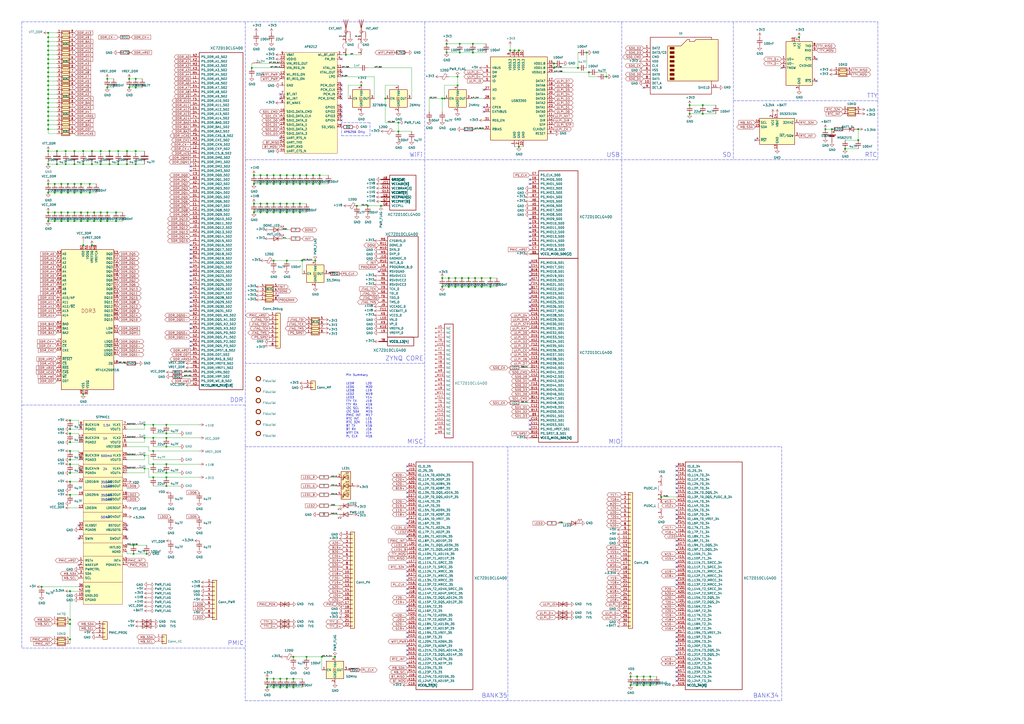
<source format=kicad_sch>
(kicad_sch (version 20211123) (generator eeschema)
  (paper "A2")
  (title_block (title "Stanlazy's ZYNQ SoM") (rev "V0R1") (company "GregTech"))
  (lib_symbols
    (symbol "Connector:Micro_SD_Card_Det" (pin_names (offset 1.016))
      (property "Reference" "J" (at -16.51 17.78 0))
      (property "Value" "Micro_SD_Card_Det" (at 16.51 17.78 0))
      (symbol "Micro_SD_Card_Det_1_1"
        (pin bidirectional line (at -22.86 10.16 0) (length 3.81) (name "DAT2") (number "1"))
        (pin passive line (at -22.86 -10.16 0) (length 3.81) (name "DET_A") (number "10"))
        (pin passive line (at 20.32 -12.7 180) (length 3.81) (name "SHIELD") (number "11"))
        (pin bidirectional line (at -22.86 7.62 0) (length 3.81) (name "DAT3/CD") (number "2"))
        (pin input line (at -22.86 5.08 0) (length 3.81) (name "CMD") (number "3"))
        (pin power_in line (at -22.86 2.54 0) (length 3.81) (name "VDD") (number "4"))
        (pin input line (at -22.86 0 0) (length 3.81) (name "CLK") (number "5"))
        (pin power_in line (at -22.86 -2.54 0) (length 3.81) (name "VSS") (number "6"))
        (pin bidirectional line (at -22.86 -5.08 0) (length 3.81) (name "DAT0") (number "7"))
        (pin bidirectional line (at -22.86 -7.62 0) (length 3.81) (name "DAT1") (number "8"))
        (pin passive line (at -22.86 -12.7 0) (length 3.81) (name "DET_B") (number "9"))
      )
    )
    (symbol "Connector_Generic:Conn_01x02" (pin_names (offset 1.016) hide)
      (property "Reference" "J" (at 0 2.54 0))
      (property "Value" "Conn_01x02" (at 0 -5.08 0))
      (symbol "Conn_01x02_1_1"
        (pin passive line (at -5.08 0 0) (length 3.81) (name "Pin_1") (number "1"))
        (pin passive line (at -5.08 -2.54 0) (length 3.81) (name "Pin_2") (number "2"))
      )
    )
    (symbol "Connector_Generic:Conn_01x04" (pin_names (offset 1.016) hide)
      (property "Reference" "J" (at 0 5.08 0))
      (property "Value" "Conn_01x04" (at 0 -7.62 0))
      (symbol "Conn_01x04_1_1"
        (pin passive line (at -5.08 2.54 0) (length 3.81) (name "Pin_1") (number "1"))
        (pin passive line (at -5.08 0 0) (length 3.81) (name "Pin_2") (number "2"))
        (pin passive line (at -5.08 -2.54 0) (length 3.81) (name "Pin_3") (number "3"))
        (pin passive line (at -5.08 -5.08 0) (length 3.81) (name "Pin_4") (number "4"))
      )
    )
    (symbol "Connector_Generic:Conn_01x08" (pin_names (offset 1.016) hide)
      (property "Reference" "J" (at 0 10.16 0))
      (property "Value" "Conn_01x08" (at 0 -12.7 0))
      (symbol "Conn_01x08_1_1"
        (pin passive line (at -5.08 7.62 0) (length 3.81) (name "Pin_1") (number "1"))
        (pin passive line (at -5.08 5.08 0) (length 3.81) (name "Pin_2") (number "2"))
        (pin passive line (at -5.08 2.54 0) (length 3.81) (name "Pin_3") (number "3"))
        (pin passive line (at -5.08 0 0) (length 3.81) (name "Pin_4") (number "4"))
        (pin passive line (at -5.08 -2.54 0) (length 3.81) (name "Pin_5") (number "5"))
        (pin passive line (at -5.08 -5.08 0) (length 3.81) (name "Pin_6") (number "6"))
        (pin passive line (at -5.08 -7.62 0) (length 3.81) (name "Pin_7") (number "7"))
        (pin passive line (at -5.08 -10.16 0) (length 3.81) (name "Pin_8") (number "8"))
      )
    )
    (symbol "Connector_Generic:Conn_01x09" (pin_names (offset 1.016) hide)
      (property "Reference" "J" (at 0 12.7 0))
      (property "Value" "Conn_01x09" (at 0 -12.7 0))
      (symbol "Conn_01x09_1_1"
        (pin passive line (at -5.08 10.16 0) (length 3.81) (name "Pin_1") (number "1"))
        (pin passive line (at -5.08 7.62 0) (length 3.81) (name "Pin_2") (number "2"))
        (pin passive line (at -5.08 5.08 0) (length 3.81) (name "Pin_3") (number "3"))
        (pin passive line (at -5.08 2.54 0) (length 3.81) (name "Pin_4") (number "4"))
        (pin passive line (at -5.08 0 0) (length 3.81) (name "Pin_5") (number "5"))
        (pin passive line (at -5.08 -2.54 0) (length 3.81) (name "Pin_6") (number "6"))
        (pin passive line (at -5.08 -5.08 0) (length 3.81) (name "Pin_7") (number "7"))
        (pin passive line (at -5.08 -7.62 0) (length 3.81) (name "Pin_8") (number "8"))
        (pin passive line (at -5.08 -10.16 0) (length 3.81) (name "Pin_9") (number "9"))
      )
    )
    (symbol "Connector_Generic:Conn_01x22" (pin_names (offset 1.016) hide)
      (property "Reference" "J" (at 0 27.94 0))
      (property "Value" "Conn_01x22" (at 0 -30.48 0))
      (symbol "Conn_01x22_1_1"
        (pin passive line (at -5.08 25.4 0) (length 3.81) (name "Pin_1") (number "1"))
        (pin passive line (at -5.08 2.54 0) (length 3.81) (name "Pin_10") (number "10"))
        (pin passive line (at -5.08 0 0) (length 3.81) (name "Pin_11") (number "11"))
        (pin passive line (at -5.08 -2.54 0) (length 3.81) (name "Pin_12") (number "12"))
        (pin passive line (at -5.08 -5.08 0) (length 3.81) (name "Pin_13") (number "13"))
        (pin passive line (at -5.08 -7.62 0) (length 3.81) (name "Pin_14") (number "14"))
        (pin passive line (at -5.08 -10.16 0) (length 3.81) (name "Pin_15") (number "15"))
        (pin passive line (at -5.08 -12.7 0) (length 3.81) (name "Pin_16") (number "16"))
        (pin passive line (at -5.08 -15.24 0) (length 3.81) (name "Pin_17") (number "17"))
        (pin passive line (at -5.08 -17.78 0) (length 3.81) (name "Pin_18") (number "18"))
        (pin passive line (at -5.08 -20.32 0) (length 3.81) (name "Pin_19") (number "19"))
        (pin passive line (at -5.08 22.86 0) (length 3.81) (name "Pin_2") (number "2"))
        (pin passive line (at -5.08 -22.86 0) (length 3.81) (name "Pin_20") (number "20"))
        (pin passive line (at -5.08 -25.4 0) (length 3.81) (name "Pin_21") (number "21"))
        (pin passive line (at -5.08 -27.94 0) (length 3.81) (name "Pin_22") (number "22"))
        (pin passive line (at -5.08 20.32 0) (length 3.81) (name "Pin_3") (number "3"))
        (pin passive line (at -5.08 17.78 0) (length 3.81) (name "Pin_4") (number "4"))
        (pin passive line (at -5.08 15.24 0) (length 3.81) (name "Pin_5") (number "5"))
        (pin passive line (at -5.08 12.7 0) (length 3.81) (name "Pin_6") (number "6"))
        (pin passive line (at -5.08 10.16 0) (length 3.81) (name "Pin_7") (number "7"))
        (pin passive line (at -5.08 7.62 0) (length 3.81) (name "Pin_8") (number "8"))
        (pin passive line (at -5.08 5.08 0) (length 3.81) (name "Pin_9") (number "9"))
      )
    )
    (symbol "Connector_Generic:Conn_01x31" (pin_names (offset 1.016) hide)
      (property "Reference" "J" (at 0 40.64 0))
      (property "Value" "Conn_01x31" (at 0 -40.64 0))
      (symbol "Conn_01x31_1_1"
        (pin passive line (at -5.08 38.1 0) (length 3.81) (name "Pin_1") (number "1"))
        (pin passive line (at -5.08 15.24 0) (length 3.81) (name "Pin_10") (number "10"))
        (pin passive line (at -5.08 12.7 0) (length 3.81) (name "Pin_11") (number "11"))
        (pin passive line (at -5.08 10.16 0) (length 3.81) (name "Pin_12") (number "12"))
        (pin passive line (at -5.08 7.62 0) (length 3.81) (name "Pin_13") (number "13"))
        (pin passive line (at -5.08 5.08 0) (length 3.81) (name "Pin_14") (number "14"))
        (pin passive line (at -5.08 2.54 0) (length 3.81) (name "Pin_15") (number "15"))
        (pin passive line (at -5.08 0 0) (length 3.81) (name "Pin_16") (number "16"))
        (pin passive line (at -5.08 -2.54 0) (length 3.81) (name "Pin_17") (number "17"))
        (pin passive line (at -5.08 -5.08 0) (length 3.81) (name "Pin_18") (number "18"))
        (pin passive line (at -5.08 -7.62 0) (length 3.81) (name "Pin_19") (number "19"))
        (pin passive line (at -5.08 35.56 0) (length 3.81) (name "Pin_2") (number "2"))
        (pin passive line (at -5.08 -10.16 0) (length 3.81) (name "Pin_20") (number "20"))
        (pin passive line (at -5.08 -12.7 0) (length 3.81) (name "Pin_21") (number "21"))
        (pin passive line (at -5.08 -15.24 0) (length 3.81) (name "Pin_22") (number "22"))
        (pin passive line (at -5.08 -17.78 0) (length 3.81) (name "Pin_23") (number "23"))
        (pin passive line (at -5.08 -20.32 0) (length 3.81) (name "Pin_24") (number "24"))
        (pin passive line (at -5.08 -22.86 0) (length 3.81) (name "Pin_25") (number "25"))
        (pin passive line (at -5.08 -25.4 0) (length 3.81) (name "Pin_26") (number "26"))
        (pin passive line (at -5.08 -27.94 0) (length 3.81) (name "Pin_27") (number "27"))
        (pin passive line (at -5.08 -30.48 0) (length 3.81) (name "Pin_28") (number "28"))
        (pin passive line (at -5.08 -33.02 0) (length 3.81) (name "Pin_29") (number "29"))
        (pin passive line (at -5.08 33.02 0) (length 3.81) (name "Pin_3") (number "3"))
        (pin passive line (at -5.08 -35.56 0) (length 3.81) (name "Pin_30") (number "30"))
        (pin passive line (at -5.08 -38.1 0) (length 3.81) (name "Pin_31") (number "31"))
        (pin passive line (at -5.08 30.48 0) (length 3.81) (name "Pin_4") (number "4"))
        (pin passive line (at -5.08 27.94 0) (length 3.81) (name "Pin_5") (number "5"))
        (pin passive line (at -5.08 25.4 0) (length 3.81) (name "Pin_6") (number "6"))
        (pin passive line (at -5.08 22.86 0) (length 3.81) (name "Pin_7") (number "7"))
        (pin passive line (at -5.08 20.32 0) (length 3.81) (name "Pin_8") (number "8"))
        (pin passive line (at -5.08 17.78 0) (length 3.81) (name "Pin_9") (number "9"))
      )
    )
    (symbol "Device:Antenna_Shield" (pin_numbers hide) (pin_names (offset 1.016) hide)
      (property "Reference" "AE" (at -1.905 4.445 0))
      (property "Value" "Antenna_Shield" (at -1.905 2.54 0))
      (symbol "Antenna_Shield_1_1"
        (pin input line (at 0 -5.08 90) (length 2.54) (name "A") (number "1"))
        (pin input line (at 2.54 -5.08 90) (length 2.54) (name "Shield") (number "2"))
      )
    )
    (symbol "Device:Battery_Cell" (pin_numbers hide) (pin_names (offset 0) hide)
      (property "Reference" "BT" (at 2.54 2.54 0))
      (property "Value" "Battery_Cell" (at 2.54 0 0))
      (symbol "Battery_Cell_1_1"
        (pin passive line (at 0 5.08 270) (length 2.54) (name "+") (number "1"))
        (pin passive line (at 0 -2.54 90) (length 2.54) (name "-") (number "2"))
      )
    )
    (symbol "Device:C" (pin_numbers hide) (pin_names (offset 0.254))
      (property "Reference" "C" (at 0.635 2.54 0))
      (property "Value" "C" (at 0.635 -2.54 0))
      (symbol "C_1_1"
        (pin passive line (at 0 3.81 270) (length 2.794) (name "~") (number "1"))
        (pin passive line (at 0 -3.81 90) (length 2.794) (name "~") (number "2"))
      )
    )
    (symbol "Device:C_Small" (pin_numbers hide) (pin_names (offset 0.254) hide)
      (property "Reference" "C" (at 0.254 1.778 0))
      (property "Value" "C_Small" (at 0.254 -2.032 0))
      (symbol "C_Small_1_1"
        (pin passive line (at 0 2.54 270) (length 2.032) (name "~") (number "1"))
        (pin passive line (at 0 -2.54 90) (length 2.032) (name "~") (number "2"))
      )
    )
    (symbol "Device:D" (pin_numbers hide) (pin_names (offset 1.016) hide)
      (property "Reference" "D" (at 0 2.54 0))
      (property "Value" "D" (at 0 -2.54 0))
      (symbol "D_1_1"
        (pin passive line (at -3.81 0 0) (length 2.54) (name "K") (number "1"))
        (pin passive line (at 3.81 0 180) (length 2.54) (name "A") (number "2"))
      )
    )
    (symbol "Device:D_TVS" (pin_numbers hide) (pin_names (offset 1.016) hide)
      (property "Reference" "D" (at 0 2.54 0))
      (property "Value" "D_TVS" (at 0 -2.54 0))
      (symbol "D_TVS_1_1"
        (pin passive line (at -3.81 0 0) (length 2.54) (name "A1") (number "1"))
        (pin passive line (at 3.81 0 180) (length 2.54) (name "A2") (number "2"))
      )
    )
    (symbol "Device:FerriteBead_Small" (pin_numbers hide) (pin_names (offset 0))
      (property "Reference" "FB" (at 1.905 1.27 0))
      (property "Value" "FerriteBead_Small" (at 1.905 -1.27 0))
      (symbol "FerriteBead_Small_1_1"
        (pin passive line (at 0 2.54 270) (length 1.27) (name "~") (number "1"))
        (pin passive line (at 0 -2.54 90) (length 1.27) (name "~") (number "2"))
      )
    )
    (symbol "Device:LED" (pin_numbers hide) (pin_names (offset 1.016) hide)
      (property "Reference" "D" (at 0 2.54 0))
      (property "Value" "LED" (at 0 -2.54 0))
      (symbol "LED_1_1"
        (pin passive line (at -3.81 0 0) (length 2.54) (name "K") (number "1"))
        (pin passive line (at 3.81 0 180) (length 2.54) (name "A") (number "2"))
      )
    )
    (symbol "Device:LED_ARGB" (pin_names (offset 0) hide)
      (property "Reference" "D" (at 0 9.398 0))
      (property "Value" "LED_ARGB" (at 0 -8.89 0))
      (symbol "LED_ARGB_0_0"
        (text "B" (at -1.905 -6.35 0) (effects (font (size 1.27 1.27))))
        (text "G" (at -1.905 -1.27 0) (effects (font (size 1.27 1.27))))
        (text "R" (at -1.905 3.81 0) (effects (font (size 1.27 1.27))))
      )
      (symbol "LED_ARGB_1_1"
        (pin passive line (at 5.08 0 180) (length 2.54) (name "A") (number "1"))
        (pin passive line (at -5.08 5.08 0) (length 2.54) (name "RK") (number "2"))
        (pin passive line (at -5.08 0 0) (length 2.54) (name "GK") (number "3"))
        (pin passive line (at -5.08 -5.08 0) (length 2.54) (name "BK") (number "4"))
      )
    )
    (symbol "Device:L_Small" (pin_numbers hide) (pin_names (offset 0.254) hide)
      (property "Reference" "L" (at 0.762 1.016 0))
      (property "Value" "L_Small" (at 0.762 -1.016 0))
      (symbol "L_Small_1_1"
        (pin passive line (at 0 2.54 270) (length 0.508) (name "~") (number "1"))
        (pin passive line (at 0 -2.54 90) (length 0.508) (name "~") (number "2"))
      )
    )
    (symbol "Device:R" (pin_numbers hide) (pin_names (offset 0))
      (property "Reference" "R" (at 2.032 0 90))
      (property "Value" "R" (at 0 0 90))
      (symbol "R_1_1"
        (pin passive line (at 0 3.81 270) (length 1.27) (name "~") (number "1"))
        (pin passive line (at 0 -3.81 90) (length 1.27) (name "~") (number "2"))
      )
    )
    (symbol "Device:R_Pack02" (pin_names (offset 0) hide)
      (property "Reference" "RN" (at -5.08 0 90))
      (property "Value" "R_Pack02" (at 2.54 0 90))
      (symbol "R_Pack02_1_1"
        (pin passive line (at -2.54 -5.08 90) (length 2.54) (name "R1.1") (number "1"))
        (pin passive line (at 0 -5.08 90) (length 2.54) (name "R2.1") (number "2"))
        (pin passive line (at 0 5.08 270) (length 2.54) (name "R2.2") (number "3"))
        (pin passive line (at -2.54 5.08 270) (length 2.54) (name "R1.2") (number "4"))
      )
    )
    (symbol "Device:R_Pack04" (pin_names (offset 0) hide)
      (property "Reference" "RN" (at -7.62 0 90))
      (property "Value" "R_Pack04" (at 5.08 0 90))
      (symbol "R_Pack04_1_1"
        (pin passive line (at -5.08 -5.08 90) (length 2.54) (name "R1.1") (number "1"))
        (pin passive line (at -2.54 -5.08 90) (length 2.54) (name "R2.1") (number "2"))
        (pin passive line (at 0 -5.08 90) (length 2.54) (name "R3.1") (number "3"))
        (pin passive line (at 2.54 -5.08 90) (length 2.54) (name "R4.1") (number "4"))
        (pin passive line (at 2.54 5.08 270) (length 2.54) (name "R4.2") (number "5"))
        (pin passive line (at 0 5.08 270) (length 2.54) (name "R3.2") (number "6"))
        (pin passive line (at -2.54 5.08 270) (length 2.54) (name "R2.2") (number "7"))
        (pin passive line (at -5.08 5.08 270) (length 2.54) (name "R1.2") (number "8"))
      )
    )
    (symbol "Interface_USB:CH340E"
      (property "Reference" "U" (at -5.08 13.97 0))
      (property "Value" "CH340E" (at 1.27 13.97 0))
      (symbol "CH340E_1_1"
        (pin bidirectional line (at -10.16 2.54 0) (length 2.54) (name "UD+") (number "1"))
        (pin passive line (at -2.54 15.24 270) (length 2.54) (name "V3") (number "10"))
        (pin bidirectional line (at -10.16 0 0) (length 2.54) (name "UD-") (number "2"))
        (pin power_in line (at 0 -15.24 90) (length 2.54) (name "GND") (number "3"))
        (pin output line (at 10.16 -10.16 180) (length 2.54) (name "~{RTS}") (number "4"))
        (pin input line (at 10.16 2.54 180) (length 2.54) (name "~{CTS}") (number "5"))
        (pin output line (at -10.16 -2.54 0) (length 2.54) (name "TNOW") (number "6"))
        (pin power_in line (at 0 15.24 270) (length 2.54) (name "VCC") (number "7"))
        (pin output line (at 10.16 10.16 180) (length 2.54) (name "TXD") (number "8"))
        (pin input line (at 10.16 7.62 180) (length 2.54) (name "RXD") (number "9"))
      )
    )
    (symbol "Interface_USB:USB3300-EZK" (pin_names (offset 1.016))
      (property "Reference" "U" (at 0 1.27 0))
      (property "Value" "USB3300-EZK" (at 0 -1.27 0))
      (symbol "USB3300-EZK_1_1"
        (pin power_in line (at -2.54 -27.94 90) (length 3.81) (name "GND") (number "1"))
        (pin input line (at -20.32 -7.62 0) (length 3.81) (name "EXTVBUS") (number "10"))
        (pin output line (at 20.32 -10.16 180) (length 3.81) (name "NXT") (number "11"))
        (pin output line (at 20.32 -12.7 180) (length 3.81) (name "DIR") (number "12"))
        (pin input line (at 20.32 -15.24 180) (length 3.81) (name "STP") (number "13"))
        (pin output line (at 20.32 -17.78 180) (length 3.81) (name "CLKOUT") (number "14"))
        (pin power_out line (at 20.32 20.32 180) (length 3.81) (name "VDD1.8") (number "15"))
        (pin power_in line (at -2.54 27.94 270) (length 3.81) (name "VDD3.3") (number "16"))
        (pin bidirectional line (at 20.32 10.16 180) (length 3.81) (name "DATA7") (number "17"))
        (pin bidirectional line (at 20.32 7.62 180) (length 3.81) (name "DATA6") (number "18"))
        (pin bidirectional line (at 20.32 5.08 180) (length 3.81) (name "DATA5") (number "19"))
        (pin power_in line (at 0 -27.94 90) (length 3.81) (name "GND") (number "2"))
        (pin bidirectional line (at 20.32 2.54 180) (length 3.81) (name "DATA4") (number "20"))
        (pin bidirectional line (at 20.32 0 180) (length 3.81) (name "DATA3") (number "21"))
        (pin bidirectional line (at 20.32 -2.54 180) (length 3.81) (name "DATA2") (number "22"))
        (pin bidirectional line (at 20.32 -5.08 180) (length 3.81) (name "DATA1") (number "23"))
        (pin bidirectional line (at 20.32 -7.62 180) (length 3.81) (name "DATA0") (number "24"))
        (pin power_in line (at 0 27.94 270) (length 3.81) (name "VDD3.3") (number "25"))
        (pin power_out line (at 20.32 17.78 180) (length 3.81) (name "VDD1.8") (number "26"))
        (pin output line (at -20.32 5.08 0) (length 3.81) (name "XO") (number "27"))
        (pin input line (at -20.32 0 0) (length 3.81) (name "XI") (number "28"))
        (pin power_out line (at 20.32 15.24 180) (length 3.81) (name "VDDA1.8") (number "29"))
        (pin output line (at -20.32 -5.08 0) (length 3.81) (name "CPEN") (number "3"))
        (pin power_in line (at 2.54 27.94 270) (length 3.81) (name "VDD3.3") (number "30"))
        (pin bidirectional line (at -20.32 -12.7 0) (length 3.81) (name "REG_EN") (number "31"))
        (pin passive line (at -20.32 -17.78 0) (length 3.81) (name "RBIAS") (number "32"))
        (pin power_in line (at 2.54 -27.94 90) (length 3.81) (name "GND") (number "33"))
        (pin power_in line (at -20.32 17.78 0) (length 3.81) (name "VBUS") (number "4"))
        (pin input line (at -20.32 10.16 0) (length 3.81) (name "ID") (number "5"))
        (pin power_in line (at -5.08 27.94 270) (length 3.81) (name "VDD3.3") (number "6"))
        (pin bidirectional line (at -20.32 12.7 0) (length 3.81) (name "DP") (number "7"))
        (pin bidirectional line (at -20.32 15.24 0) (length 3.81) (name "DM") (number "8"))
        (pin input line (at 20.32 -20.32 180) (length 3.81) (name "RESET") (number "9"))
      )
    )
    (symbol "Jumper:Jumper_2_Open" (pin_names (offset 0) hide)
      (property "Reference" "JP" (at 0 2.794 0))
      (property "Value" "Jumper_2_Open" (at 0 -2.286 0))
      (symbol "Jumper_2_Open_1_1"
        (pin passive line (at -5.08 0 0) (length 2.54) (name "A") (number "1"))
        (pin passive line (at 5.08 0 180) (length 2.54) (name "B") (number "2"))
      )
    )
    (symbol "Mechanical:Fiducial"
      (property "Reference" "FID" (at 0 5.08 0))
      (property "Value" "Fiducial" (at 0 3.175 0))
    )
    (symbol "Memory_RAM:AS4C256M16D3"
      (property "Reference" "U" (at -13.97 41.91 0))
      (property "Value" "AS4C256M16D3" (at 13.97 41.91 0))
      (symbol "AS4C256M16D3_0_1"
        (pin power_in line (at 0 43.18 270) (length 2.54) (name "VDDQ") (number "A1"))
        (pin passive line (at 0 43.18 270) (length 2.54) hide (name "VDDQ") (number "A8"))
        (pin power_in line (at -2.54 -43.18 90) (length 2.54) (name "VSS") (number "A9"))
        (pin power_in line (at 0 -43.18 90) (length 2.54) (name "VSSQ") (number "B1"))
        (pin power_in line (at -2.54 43.18 270) (length 2.54) (name "VDD") (number "B2"))
        (pin passive line (at -2.54 -43.18 90) (length 2.54) hide (name "VSS") (number "B3"))
        (pin passive line (at 0 -43.18 90) (length 2.54) hide (name "VSSQ") (number "B9"))
        (pin passive line (at 0 43.18 270) (length 2.54) hide (name "VDDQ") (number "C1"))
        (pin passive line (at 0 43.18 270) (length 2.54) hide (name "VDDQ") (number "C9"))
        (pin passive line (at 0 -43.18 90) (length 2.54) hide (name "VSSQ") (number "D1"))
        (pin passive line (at 0 43.18 270) (length 2.54) hide (name "VDDQ") (number "D2"))
        (pin passive line (at 0 -43.18 90) (length 2.54) hide (name "VSSQ") (number "D8"))
        (pin passive line (at -2.54 43.18 270) (length 2.54) hide (name "VDD") (number "D9"))
        (pin passive line (at -2.54 -43.18 90) (length 2.54) hide (name "VSS") (number "E1"))
        (pin passive line (at 0 -43.18 90) (length 2.54) hide (name "VSSQ") (number "E2"))
        (pin bidirectional line (at 17.78 38.1 180) (length 2.54) (name "DQ0") (number "E3"))
        (pin passive line (at 0 -43.18 90) (length 2.54) hide (name "VSSQ") (number "E8"))
        (pin passive line (at 0 43.18 270) (length 2.54) hide (name "VDDQ") (number "E9"))
        (pin passive line (at 0 43.18 270) (length 2.54) hide (name "VDDQ") (number "F1"))
        (pin bidirectional line (at 17.78 33.02 180) (length 2.54) (name "DQ2") (number "F2"))
        (pin bidirectional line (at 17.78 35.56 180) (length 2.54) (name "DQ1") (number "F7"))
        (pin bidirectional line (at 17.78 30.48 180) (length 2.54) (name "DQ3") (number "F8"))
        (pin passive line (at 0 -43.18 90) (length 2.54) hide (name "VSSQ") (number "F9"))
        (pin passive line (at 0 -43.18 90) (length 2.54) hide (name "VSSQ") (number "G1"))
        (pin bidirectional line (at 17.78 22.86 180) (length 2.54) (name "DQ6") (number "G2"))
        (pin passive line (at -2.54 43.18 270) (length 2.54) hide (name "VDD") (number "G7"))
        (pin passive line (at -2.54 -43.18 90) (length 2.54) hide (name "VSS") (number "G8"))
        (pin passive line (at 0 -43.18 90) (length 2.54) hide (name "VSSQ") (number "G9"))
        (pin power_in line (at 2.54 43.18 270) (length 2.54) (name "VREFDQ") (number "H1"))
        (pin passive line (at 0 43.18 270) (length 2.54) hide (name "VDDQ") (number "H2"))
        (pin bidirectional line (at 17.78 27.94 180) (length 2.54) (name "DQ4") (number "H3"))
        (pin bidirectional line (at 17.78 20.32 180) (length 2.54) (name "DQ7") (number "H7"))
        (pin bidirectional line (at 17.78 25.4 180) (length 2.54) (name "DQ5") (number "H8"))
        (pin passive line (at 0 43.18 270) (length 2.54) hide (name "VDDQ") (number "H9"))
        (pin passive line (at -2.54 -43.18 90) (length 2.54) hide (name "VSS") (number "J2"))
        (pin passive line (at -2.54 -43.18 90) (length 2.54) hide (name "VSS") (number "J8"))
        (pin passive line (at -2.54 43.18 270) (length 2.54) hide (name "VDD") (number "K2"))
        (pin passive line (at -2.54 43.18 270) (length 2.54) hide (name "VDD") (number "K8"))
        (pin input line (at -17.78 -25.4 0) (length 2.54) (name "~{CS}") (number "L2"))
        (pin input line (at -17.78 12.7 0) (length 2.54) (name "A10/AP") (number "L7"))
        (pin passive line (at -2.54 -43.18 90) (length 2.54) hide (name "VSS") (number "M1"))
        (pin passive line (at -2.54 -43.18 90) (length 2.54) hide (name "VSS") (number "M9"))
        (pin passive line (at -2.54 43.18 270) (length 2.54) hide (name "VDD") (number "N1"))
        (pin input line (at -17.78 30.48 0) (length 2.54) (name "A3") (number "N2"))
        (pin input line (at -17.78 38.1 0) (length 2.54) (name "A0") (number "N3"))
        (pin input line (at -17.78 7.62 0) (length 2.54) (name "A12/~{BC}") (number "N7"))
        (pin passive line (at -2.54 43.18 270) (length 2.54) hide (name "VDD") (number "N9"))
        (pin passive line (at -2.54 -43.18 90) (length 2.54) hide (name "VSS") (number "P1"))
        (pin input line (at -17.78 25.4 0) (length 2.54) (name "A5") (number "P2"))
        (pin input line (at -17.78 33.02 0) (length 2.54) (name "A2") (number "P3"))
        (pin input line (at -17.78 35.56 0) (length 2.54) (name "A1") (number "P7"))
        (pin input line (at -17.78 27.94 0) (length 2.54) (name "A4") (number "P8"))
        (pin passive line (at -2.54 -43.18 90) (length 2.54) hide (name "VSS") (number "P9"))
        (pin passive line (at -2.54 43.18 270) (length 2.54) hide (name "VDD") (number "R1"))
        (pin input line (at -17.78 20.32 0) (length 2.54) (name "A7") (number "R2"))
        (pin input line (at -17.78 15.24 0) (length 2.54) (name "A9") (number "R3"))
        (pin input line (at -17.78 10.16 0) (length 2.54) (name "A11") (number "R7"))
        (pin input line (at -17.78 22.86 0) (length 2.54) (name "A6") (number "R8"))
        (pin passive line (at -2.54 43.18 270) (length 2.54) hide (name "VDD") (number "R9"))
        (pin passive line (at -2.54 -43.18 90) (length 2.54) hide (name "VSS") (number "T1"))
        (pin input line (at -17.78 -22.86 0) (length 2.54) (name "~{RESET}") (number "T2"))
        (pin input line (at -17.78 5.08 0) (length 2.54) (name "A13") (number "T3"))
        (pin input line (at -17.78 2.54 0) (length 2.54) (name "A14") (number "T7"))
        (pin input line (at -17.78 17.78 0) (length 2.54) (name "A8") (number "T8"))
        (pin passive line (at -2.54 -43.18 90) (length 2.54) hide (name "VSS") (number "T9"))
      )
      (symbol "AS4C256M16D3_1_1"
        (text "DDR3" (at -3.81 3.81 0) (effects (font (size 2.1336 2.1336)) (justify left bottom)))
        (pin bidirectional line (at 17.78 5.08 180) (length 2.54) (name "DQ13") (number "A2"))
        (pin bidirectional line (at 17.78 0 180) (length 2.54) (name "DQ15") (number "A3"))
        (pin bidirectional line (at 17.78 7.62 180) (length 2.54) (name "DQ12") (number "A7"))
        (pin bidirectional line (at 17.78 -20.32 180) (length 2.54) (name "~{UDQS}") (number "B7"))
        (pin bidirectional line (at 17.78 2.54 180) (length 2.54) (name "DQ14") (number "B8"))
        (pin bidirectional line (at 17.78 10.16 180) (length 2.54) (name "DQ11") (number "C2"))
        (pin bidirectional line (at 17.78 15.24 180) (length 2.54) (name "DQ9") (number "C3"))
        (pin bidirectional line (at 17.78 -17.78 180) (length 2.54) (name "UDQS") (number "C7"))
        (pin bidirectional line (at 17.78 12.7 180) (length 2.54) (name "DQ10") (number "C8"))
        (pin input line (at 17.78 -7.62 180) (length 2.54) (name "UDM") (number "D3"))
        (pin bidirectional line (at 17.78 17.78 180) (length 2.54) (name "DQ8") (number "D7"))
        (pin input line (at 17.78 -5.08 180) (length 2.54) (name "LDM") (number "E7"))
        (pin bidirectional line (at 17.78 -12.7 180) (length 2.54) (name "LDQS") (number "F3"))
        (pin bidirectional line (at 17.78 -15.24 180) (length 2.54) (name "~{LDQS}") (number "G3"))
        (pin no_connect line (at 15.24 -27.94 180) (length 2.54) hide (name "NC") (number "J1"))
        (pin input line (at -17.78 -27.94 0) (length 2.54) (name "~{RAS}") (number "J3"))
        (pin input line (at -17.78 -12.7 0) (length 2.54) (name "CK") (number "J7"))
        (pin no_connect line (at 15.24 -30.48 180) (length 2.54) hide (name "NC") (number "J9"))
        (pin input line (at -17.78 -35.56 0) (length 2.54) (name "ODT") (number "K1"))
        (pin input line (at -17.78 -30.48 0) (length 2.54) (name "~{CAS}") (number "K3"))
        (pin input line (at -17.78 -15.24 0) (length 2.54) (name "~{CK}") (number "K7"))
        (pin input line (at -17.78 -17.78 0) (length 2.54) (name "CKE") (number "K9"))
        (pin no_connect line (at 15.24 -33.02 180) (length 2.54) hide (name "NC") (number "L1"))
        (pin input line (at -17.78 -33.02 0) (length 2.54) (name "~{WE}") (number "L3"))
        (pin input line (at 17.78 -25.4 180) (length 2.54) (name "ZQ") (number "L8"))
        (pin no_connect line (at 15.24 -35.56 180) (length 2.54) hide (name "NC") (number "L9"))
        (pin input line (at -17.78 -2.54 0) (length 2.54) (name "BA0") (number "M2"))
        (pin input line (at -17.78 -7.62 0) (length 2.54) (name "BA2") (number "M3"))
        (pin no_connect line (at 15.24 -38.1 180) (length 2.54) hide (name "NC") (number "M7"))
        (pin power_in line (at 5.08 43.18 270) (length 2.54) (name "VREFCA") (number "M8"))
        (pin input line (at -17.78 -5.08 0) (length 2.54) (name "BA1") (number "N8"))
      )
    )
    (symbol "Oscillator:TXC-7C" (pin_names (offset 0.254))
      (property "Reference" "X" (at -5.08 6.35 0))
      (property "Value" "TXC-7C" (at 1.27 -6.35 0))
      (symbol "TXC-7C_1_1"
        (pin input line (at -7.62 0 0) (length 2.54) (name "EN") (number "1"))
        (pin power_in line (at 0 -7.62 90) (length 2.54) (name "GND") (number "2"))
        (pin output line (at 7.62 0 180) (length 2.54) (name "OUT") (number "3"))
        (pin power_in line (at 0 7.62 270) (length 2.54) (name "Vdd") (number "4"))
      )
    )
    (symbol "Stanlazys:AP6212" (pin_names (offset 1.016))
      (property "Reference" "U" (at 0 34.925 0))
      (property "Value" "AP6212" (at 0 32.6136 0))
      (symbol "AP6212_1_1"
        (pin power_in line (at -17.78 10.16 0) (length 2.54) (name "GND") (number "1"))
        (pin output line (at 17.78 17.78 180) (length 2.54) (name "XTAL_OUT") (number "10"))
        (pin input line (at 17.78 20.32 180) (length 2.54) (name "XTAL_IN") (number "11"))
        (pin input line (at -17.78 16.51 0) (length 2.54) (name "WL_REG_ON") (number "12"))
        (pin output line (at -17.78 2.54 0) (length 2.54) (name "WL_INT") (number "13"))
        (pin bidirectional line (at -17.78 -15.24 0) (length 2.54) (name "SDIO_DATA_2") (number "14"))
        (pin bidirectional line (at -17.78 -17.78 0) (length 2.54) (name "SDIO_DATA_3") (number "15"))
        (pin bidirectional line (at -17.78 -5.08 0) (length 2.54) (name "SDIO_DATA_CMD") (number "16"))
        (pin bidirectional line (at -17.78 -7.62 0) (length 2.54) (name "SDIO_DATA_CLK") (number "17"))
        (pin bidirectional line (at -17.78 -10.16 0) (length 2.54) (name "SDIO_DATA_0") (number "18"))
        (pin bidirectional line (at -17.78 -12.7 0) (length 2.54) (name "SDIO_DATA_1") (number "19"))
        (pin bidirectional line (at 17.78 27.94 180) (length 2.54) (name "WL_BT_ANT") (number "2"))
        (pin power_in line (at -17.78 10.16 0) (length 2.54) hide (name "GND") (number "20"))
        (pin power_out line (at -17.78 22.86 0) (length 2.54) (name "VIN_REG_OUT") (number "21"))
        (pin power_in line (at -17.78 25.4 0) (length 2.54) (name "VDDIO") (number "22"))
        (pin power_out line (at -17.78 20.32 0) (length 2.54) (name "VIN_REG_IN") (number "23"))
        (pin input line (at 17.78 15.24 180) (length 2.54) (name "LPO") (number "24"))
        (pin output line (at 17.78 10.16 180) (length 2.54) (name "PCM_OUT") (number "25"))
        (pin bidirectional line (at 17.78 7.62 180) (length 2.54) (name "PCM_CLK") (number "26"))
        (pin input line (at 17.78 5.08 180) (length 2.54) (name "PCM_IN") (number "27"))
        (pin bidirectional line (at 17.78 2.54 180) (length 2.54) (name "PCM_SYNC") (number "28"))
        (pin input line (at 17.78 -13.97 180) (length 2.54) (name "SD_VSEL") (number "29"))
        (pin power_in line (at -17.78 10.16 0) (length 2.54) hide (name "GND") (number "3"))
        (pin no_connect line (at 12.7 -22.86 0) (length 2.54) hide (name "NC") (number "30"))
        (pin power_in line (at -17.78 10.16 0) (length 2.54) hide (name "GND") (number "31"))
        (pin no_connect line (at 12.7 -25.4 0) (length 2.54) hide (name "NC") (number "32"))
        (pin power_in line (at -17.78 10.16 0) (length 2.54) hide (name "GND") (number "33"))
        (pin input line (at -17.78 13.97 0) (length 2.54) (name "BT_REG_ON") (number "34"))
        (pin no_connect line (at 12.7 -27.94 0) (length 2.54) hide (name "NC") (number "35"))
        (pin power_in line (at -17.78 10.16 0) (length 2.54) hide (name "GND") (number "36"))
        (pin bidirectional line (at 17.78 -10.16 180) (length 2.54) (name "GPIO4") (number "37"))
        (pin bidirectional line (at 17.78 -7.62 180) (length 2.54) (name "GPIO3") (number "38"))
        (pin bidirectional line (at 17.78 -5.08 180) (length 2.54) (name "GPIO2") (number "39"))
        (pin input line (at 17.78 25.4 180) (length 2.54) (name "FM_RX") (number "4"))
        (pin bidirectional line (at 17.78 -2.54 180) (length 2.54) (name "GPIO1") (number "40"))
        (pin output line (at -17.78 -20.32 0) (length 2.54) (name "UART_RTS_N") (number "41"))
        (pin output line (at -17.78 -22.86 0) (length 2.54) (name "UART_TXD") (number "42"))
        (pin input line (at -17.78 -25.4 0) (length 2.54) (name "UART_RXD") (number "43"))
        (pin input line (at -17.78 -27.94 0) (length 2.54) (name "UART_CTS_N") (number "44"))
        (pin no_connect line (at 12.7 -17.78 0) (length 2.54) hide (name "NC") (number "5"))
        (pin input line (at -17.78 0 0) (length 2.54) (name "BT_WAKE") (number "6"))
        (pin output line (at -17.78 5.08 0) (length 2.54) (name "BT_INT") (number "7"))
        (pin no_connect line (at 12.7 -20.32 0) (length 2.54) hide (name "NC") (number "8"))
        (pin power_in line (at -17.78 27.94 0) (length 2.54) (name "VBAT") (number "9"))
      )
    )
    (symbol "Stanlazys:STPMIC1" (pin_names (offset 1.016))
      (property "Reference" "U" (at 0 57.531 0))
      (property "Value" "STPMIC1" (at 0 55.2196 0))
      (symbol "STPMIC1_1_1"
        (pin bidirectional line (at -13.97 -27.94 0) (length 2.54) (name "RSTn") (number "1"))
        (pin power_in line (at -13.97 40.64 0) (length 2.54) (name "PGND2") (number "10"))
        (pin power_out line (at 13.97 43.18 180) (length 2.54) (name "VLX2") (number "11"))
        (pin power_in line (at -13.97 43.18 0) (length 2.54) (name "BUCK2IN") (number "12"))
        (pin power_in line (at -13.97 2.54 0) (length 2.54) (name "LDO3IN") (number "13"))
        (pin power_out line (at 13.97 2.54 180) (length 2.54) (name "LDO3OUT") (number "14"))
        (pin power_in line (at -13.97 -48.26 0) (length 2.54) (name "GNDLDO") (number "15"))
        (pin power_out line (at 13.97 38.1 180) (length 2.54) (name "VREFDDR") (number "16"))
        (pin input line (at 13.97 -30.48 180) (length 2.54) (name "PONKEYn") (number "17"))
        (pin power_out line (at 13.97 10.16 180) (length 2.54) (name "LDO2OUT") (number "18"))
        (pin power_in line (at -13.97 10.16 0) (length 2.54) (name "LDO25IN") (number "19"))
        (pin input line (at -13.97 -30.48 0) (length 2.54) (name "WAKEUP") (number "2"))
        (pin power_out line (at 13.97 7.62 180) (length 2.54) (name "LDO5OUT") (number "20"))
        (pin power_out line (at 13.97 15.24 180) (length 2.54) (name "LDO6OUT") (number "21"))
        (pin power_in line (at -13.97 17.78 0) (length 2.54) (name "LDO16IN") (number "22"))
        (pin power_out line (at 13.97 17.78 180) (length 2.54) (name "LDO1OUT") (number "23"))
        (pin power_in line (at -13.97 25.4 0) (length 2.54) (name "BUCK4IN") (number "24"))
        (pin power_out line (at 13.97 25.4 180) (length 2.54) (name "VLX4") (number "25"))
        (pin power_in line (at -13.97 22.86 0) (length 2.54) (name "PGND4") (number "26"))
        (pin input line (at 13.97 22.86 180) (length 2.54) (name "VOUT4") (number "27"))
        (pin power_in line (at -13.97 33.02 0) (length 2.54) (name "BUCK3IN") (number "28"))
        (pin power_out line (at 13.97 33.02 180) (length 2.54) (name "VLX3") (number "29"))
        (pin bidirectional line (at -13.97 -35.56 0) (length 2.54) (name "SDA") (number "3"))
        (pin power_in line (at -13.97 30.48 0) (length 2.54) (name "PGND3") (number "30"))
        (pin input line (at 13.97 30.48 180) (length 2.54) (name "VOUT3") (number "31"))
        (pin power_in line (at -13.97 -10.16 0) (length 2.54) (name "PGND5") (number "32"))
        (pin power_in line (at -13.97 -7.62 0) (length 2.54) (name "VLXBST") (number "33"))
        (pin power_out line (at 13.97 -7.62 180) (length 2.54) (name "BSTOUT") (number "34"))
        (pin power_out line (at 13.97 -10.16 180) (length 2.54) (name "VBUSOTG") (number "35"))
        (pin power_in line (at -13.97 -43.18 0) (length 2.54) (name "VIN") (number "36"))
        (pin power_in line (at -13.97 -15.24 0) (length 2.54) (name "SWIN") (number "37"))
        (pin power_out line (at 13.97 -15.24 180) (length 2.54) (name "SWOUT") (number "38"))
        (pin power_out line (at 13.97 -2.54 180) (length 2.54) (name "LDO4OUT") (number "39"))
        (pin input line (at -13.97 -38.1 0) (length 2.54) (name "SCL") (number "4"))
        (pin power_out line (at 13.97 -20.32 180) (length 2.54) (name "INTLDO") (number "40"))
        (pin power_in line (at 13.97 -22.86 180) (length 2.54) (name "AGND") (number "41"))
        (pin input line (at -13.97 -45.72 0) (length 2.54) (name "VIO") (number "42"))
        (pin output line (at 13.97 -27.94 180) (length 2.54) (name "INTn") (number "43"))
        (pin input line (at -13.97 -33.02 0) (length 2.54) (name "PWRCTRL") (number "44"))
        (pin power_in line (at -13.97 -50.8 0) (length 2.54) (name "EPGND") (number "45"))
        (pin input line (at 13.97 48.26 180) (length 2.54) (name "VOUT1") (number "5"))
        (pin power_in line (at -13.97 48.26 0) (length 2.54) (name "PGND1") (number "6"))
        (pin power_out line (at 13.97 50.8 180) (length 2.54) (name "VLX1") (number "7"))
        (pin power_in line (at -13.97 50.8 0) (length 2.54) (name "BUCK1IN") (number "8"))
        (pin input line (at 13.97 40.64 180) (length 2.54) (name "VOUT2") (number "9"))
      )
    )
    (symbol "Stanlazys:VCC_DDR" (power) (pin_names (offset 0))
      (property "Value" "VCC_DDR" (at 0 3.556 0))
      (symbol "VCC_DDR_1_1"
        (pin power_in line (at 0 0 90) (length 0) hide (name "VCC_DDR") (number "1"))
      )
    )
    (symbol "Stanlazys:VREF_DDR" (power) (pin_names (offset 0))
      (property "Value" "VREF_DDR" (at 0 3.556 0))
      (symbol "VREF_DDR_1_1"
        (pin power_in line (at 0 0 90) (length 0) hide (name "VREF_DDR") (number "1"))
      )
    )
    (symbol "Stanlazys:VTT_DDR" (power) (pin_names (offset 0))
      (property "Value" "VTT_DDR" (at 0 3.556 0))
      (symbol "VTT_DDR_1_1"
        (pin power_in line (at 0 0 90) (length 0) hide (name "VTT_DDR") (number "1"))
      )
    )
    (symbol "Stanlazys:xc7z010clg400" (pin_names (offset 1.016))
      (property "Reference" "U" (at 5.08 5.08 0))
      (property "Value" "xc7z010clg400" (at 11.43 5.08 0))
      (symbol "xc7z010clg400_1_1"
        (pin power_in line (at 0 -17.78 0) (length 5.08) (name "RSVDGND") (number "F10"))
        (pin power_in line (at 0 -40.64 0) (length 5.08) (name "VCCBATT_0") (number "F11"))
        (pin output line (at 0 -33.02 0) (length 5.08) (name "TDO_0") (number "F6"))
        (pin input line (at 0 -27.94 0) (length 5.08) (name "TCK_0") (number "F9"))
        (pin input line (at 0 -30.48 0) (length 5.08) (name "TDI_0") (number "G6"))
        (pin power_in line (at 0 -10.16 0) (length 5.08) (name "GNDADC_0") (number "J10"))
        (pin input line (at 0 -35.56 0) (length 5.08) (name "TMS_0") (number "J6"))
        (pin power_in line (at 0 -38.1 0) (length 5.08) (name "VCCADC_0") (number "J9"))
        (pin input line (at 0 -50.8 0) (length 5.08) (name "VREFN_0") (number "K10"))
        (pin power_in line (at 0 -43.18 0) (length 5.08) (name "VCCO_0") (number "K6"))
        (pin input line (at 0 -48.26 0) (length 5.08) (name "VP_0") (number "K9"))
        (pin input line (at 0 -45.72 0) (length 5.08) (name "VN_0") (number "L10"))
        (pin input line (at 0 -15.24 0) (length 5.08) (name "PROGRAM_B_0") (number "L6"))
        (pin input line (at 0 -53.34 0) (length 5.08) (name "VREFP_0") (number "L9"))
        (pin passive line (at 0 -5.08 0) (length 5.08) (name "DXN_0") (number "M10"))
        (pin input line (at 0 0 0) (length 5.08) (name "CFGBVS_0") (number "M6"))
        (pin passive line (at 0 -7.62 0) (length 5.08) (name "DXP_0") (number "M9"))
        (pin power_in line (at 0 -25.4 0) (length 5.08) (name "RSVDVCC3") (number "N6"))
        (pin input line (at 0 -12.7 0) (length 5.08) (name "INIT_B_0") (number "R10"))
        (pin output line (at 0 -2.54 0) (length 5.08) (name "DONE_0") (number "R11"))
        (pin power_in line (at 0 -22.86 0) (length 5.08) (name "RSVDVCC2") (number "R6"))
        (pin power_in line (at 0 -20.32 0) (length 5.08) (name "RSVDVCC1") (number "T6"))
      )
      (symbol "xc7z010clg400_2_1"
        (pin power_in line (at 0 0 0) (length 5.08) (name "VCCO_13[4]") (number "T8"))
        (pin power_in line (at 0 0 0) (length 5.08) (name "VCCO_13[4]") (number "U11"))
        (pin power_in line (at 0 0 0) (length 5.08) (name "VCCO_13[4]") (number "W7"))
        (pin power_in line (at 0 0 0) (length 5.08) (name "VCCO_13[4]") (number "Y10"))
      )
      (symbol "xc7z010clg400_3_1"
        (pin bidirectional line (at 0 -119.38 0) (length 5.08) (name "IO_L23P_T3_34") (number "N17"))
        (pin bidirectional line (at 0 -68.58 0) (length 5.08) (name "IO_L13P_T2_MRCC_34") (number "N18"))
        (pin power_in line (at 0 -127 0) (length 5.08) (name "VCCO_34[6]") (number "N19"))
        (pin bidirectional line (at 0 -73.66 0) (length 5.08) (name "IO_L14P_T2_SRCC_34") (number "N20"))
        (pin bidirectional line (at 0 -33.02 0) (length 5.08) (name "IO_L6P_T0_34") (number "P14"))
        (pin bidirectional line (at 0 -124.46 0) (length 5.08) (name "IO_L24P_T3_34") (number "P15"))
        (pin bidirectional line (at 0 -121.92 0) (length 5.08) (name "IO_L24N_T3_34") (number "P16"))
        (pin bidirectional line (at 0 -116.84 0) (length 5.08) (name "IO_L23N_T3_34") (number "P18"))
        (pin bidirectional line (at 0 -66.04 0) (length 5.08) (name "IO_L13N_T2_MRCC_34") (number "P19"))
        (pin bidirectional line (at 0 -71.12 0) (length 5.08) (name "IO_L14N_T2_SRCC_34") (number "P20"))
        (pin bidirectional line (at 0 -30.48 0) (length 5.08) (name "IO_L6N_T0_VREF_34") (number "R14"))
        (pin power_in line (at 0 -127 0) (length 5.08) (name "VCCO_34[6]") (number "R15"))
        (pin bidirectional line (at 0 -99.06 0) (length 5.08) (name "IO_L19P_T3_34") (number "R16"))
        (pin bidirectional line (at 0 -96.52 0) (length 5.08) (name "IO_L19N_T3_VREF_34") (number "R17"))
        (pin bidirectional line (at 0 -101.6 0) (length 5.08) (name "IO_L20N_T3_34") (number "R18"))
        (pin bidirectional line (at 0 0 0) (length 5.08) (name "IO_0_34") (number "R19"))
        (pin bidirectional line (at 0 -5.08 0) (length 5.08) (name "IO_L1N_T0_34") (number "T10"))
        (pin bidirectional line (at 0 -7.62 0) (length 5.08) (name "IO_L1P_T0_34") (number "T11"))
        (pin bidirectional line (at 0 -12.7 0) (length 5.08) (name "IO_L2P_T0_34") (number "T12"))
        (pin bidirectional line (at 0 -27.94 0) (length 5.08) (name "IO_L5P_T0_34") (number "T14"))
        (pin bidirectional line (at 0 -25.4 0) (length 5.08) (name "IO_L5N_T0_34") (number "T15"))
        (pin bidirectional line (at 0 -48.26 0) (length 5.08) (name "IO_L9P_T1_DQS_34") (number "T16"))
        (pin bidirectional line (at 0 -104.14 0) (length 5.08) (name "IO_L20P_T3_34") (number "T17"))
        (pin power_in line (at 0 -127 0) (length 5.08) (name "VCCO_34[6]") (number "T18"))
        (pin bidirectional line (at 0 -2.54 0) (length 5.08) (name "IO_25_34") (number "T19"))
        (pin bidirectional line (at 0 -78.74 0) (length 5.08) (name "IO_L15P_T2_DQS_34") (number "T20"))
        (pin bidirectional line (at 0 -10.16 0) (length 5.08) (name "IO_L2N_T0_34") (number "U12"))
        (pin bidirectional line (at 0 -17.78 0) (length 5.08) (name "IO_L3P_T0_DQS_PUDC_B_34") (number "U13"))
        (pin bidirectional line (at 0 -58.42 0) (length 5.08) (name "IO_L11P_T1_SRCC_34") (number "U14"))
        (pin bidirectional line (at 0 -55.88 0) (length 5.08) (name "IO_L11N_T1_SRCC_34") (number "U15"))
        (pin bidirectional line (at 0 -45.72 0) (length 5.08) (name "IO_L9N_T1_DQS_34") (number "U17"))
        (pin bidirectional line (at 0 -63.5 0) (length 5.08) (name "IO_L12P_T1_MRCC_34") (number "U18"))
        (pin bidirectional line (at 0 -60.96 0) (length 5.08) (name "IO_L12N_T1_MRCC_34") (number "U19"))
        (pin bidirectional line (at 0 -76.2 0) (length 5.08) (name "IO_L15N_T2_DQS_34") (number "U20"))
        (pin bidirectional line (at 0 -22.86 0) (length 5.08) (name "IO_L4P_T0_34") (number "V12"))
        (pin bidirectional line (at 0 -15.24 0) (length 5.08) (name "IO_L3N_T0_DQS_34") (number "V13"))
        (pin power_in line (at 0 -127 0) (length 5.08) (name "VCCO_34[6]") (number "V14"))
        (pin bidirectional line (at 0 -53.34 0) (length 5.08) (name "IO_L10P_T1_34") (number "V15"))
        (pin bidirectional line (at 0 -93.98 0) (length 5.08) (name "IO_L18P_T2_34") (number "V16"))
        (pin bidirectional line (at 0 -109.22 0) (length 5.08) (name "IO_L21P_T3_DQS_34") (number "V17"))
        (pin bidirectional line (at 0 -106.68 0) (length 5.08) (name "IO_L21N_T3_DQS_34") (number "V18"))
        (pin bidirectional line (at 0 -83.82 0) (length 5.08) (name "IO_L16P_T2_34") (number "V20"))
        (pin bidirectional line (at 0 -20.32 0) (length 5.08) (name "IO_L4N_T0_34") (number "W13"))
        (pin bidirectional line (at 0 -43.18 0) (length 5.08) (name "IO_L8P_T1_34") (number "W14"))
        (pin bidirectional line (at 0 -50.8 0) (length 5.08) (name "IO_L10N_T1_34") (number "W15"))
        (pin bidirectional line (at 0 -91.44 0) (length 5.08) (name "IO_L18N_T2_34") (number "W16"))
        (pin power_in line (at 0 -127 0) (length 5.08) (name "VCCO_34[6]") (number "W17"))
        (pin bidirectional line (at 0 -114.3 0) (length 5.08) (name "IO_L22P_T3_34") (number "W18"))
        (pin bidirectional line (at 0 -111.76 0) (length 5.08) (name "IO_L22N_T3_34") (number "W19"))
        (pin bidirectional line (at 0 -81.28 0) (length 5.08) (name "IO_L16N_T2_34") (number "W20"))
        (pin bidirectional line (at 0 -40.64 0) (length 5.08) (name "IO_L8N_T1_34") (number "Y14"))
        (pin bidirectional line (at 0 -38.1 0) (length 5.08) (name "IO_L7P_T1_34") (number "Y16"))
        (pin bidirectional line (at 0 -35.56 0) (length 5.08) (name "IO_L7N_T1_34") (number "Y17"))
        (pin bidirectional line (at 0 -88.9 0) (length 5.08) (name "IO_L17P_T2_34") (number "Y18"))
        (pin bidirectional line (at 0 -86.36 0) (length 5.08) (name "IO_L17N_T2_34") (number "Y19"))
        (pin power_in line (at 0 -127 0) (length 5.08) (name "VCCO_34[6]") (number "Y20"))
      )
      (symbol "xc7z010clg400_4_1"
        (pin bidirectional line (at 0 -10.16 0) (length 5.08) (name "IO_L2N_T0_AD8N_35") (number "A20"))
        (pin bidirectional line (at 0 -12.7 0) (length 5.08) (name "IO_L2P_T0_AD8P_35") (number "B19"))
        (pin bidirectional line (at 0 -5.08 0) (length 5.08) (name "IO_L1N_T0_AD0N_35") (number "B20"))
        (pin power_in line (at 0 -127 0) (length 5.08) (name "VCCO_35[6]") (number "C19"))
        (pin bidirectional line (at 0 -7.62 0) (length 5.08) (name "IO_L1P_T0_AD0P_35") (number "C20"))
        (pin bidirectional line (at 0 -15.24 0) (length 5.08) (name "IO_L3N_T0_DQS_AD1N_35") (number "D18"))
        (pin bidirectional line (at 0 -22.86 0) (length 5.08) (name "IO_L4P_T0_35") (number "D19"))
        (pin bidirectional line (at 0 -20.32 0) (length 5.08) (name "IO_L4N_T0_35") (number "D20"))
        (pin bidirectional line (at 0 -17.78 0) (length 5.08) (name "IO_L3P_T0_DQS_AD1P_35") (number "E17"))
        (pin bidirectional line (at 0 -27.94 0) (length 5.08) (name "IO_L5P_T0_AD9P_35") (number "E18"))
        (pin bidirectional line (at 0 -25.4 0) (length 5.08) (name "IO_L5N_T0_AD9N_35") (number "E19"))
        (pin bidirectional line (at 0 -33.02 0) (length 5.08) (name "IO_L6P_T0_35") (number "F16"))
        (pin bidirectional line (at 0 -30.48 0) (length 5.08) (name "IO_L6N_T0_VREF_35") (number "F17"))
        (pin power_in line (at 0 -127 0) (length 5.08) (name "VCCO_35[6]") (number "F18"))
        (pin bidirectional line (at 0 -78.74 0) (length 5.08) (name "IO_L15P_T2_DQS_AD12P_35") (number "F19"))
        (pin bidirectional line (at 0 -76.2 0) (length 5.08) (name "IO_L15N_T2_DQS_AD12N_35") (number "F20"))
        (pin bidirectional line (at 0 0 0) (length 5.08) (name "IO_0_35") (number "G14"))
        (pin bidirectional line (at 0 -96.52 0) (length 5.08) (name "IO_L19N_T3_VREF_35") (number "G15"))
        (pin bidirectional line (at 0 -83.82 0) (length 5.08) (name "IO_L16P_T2_35") (number "G17"))
        (pin bidirectional line (at 0 -81.28 0) (length 5.08) (name "IO_L16N_T2_35") (number "G18"))
        (pin bidirectional line (at 0 -93.98 0) (length 5.08) (name "IO_L18P_T2_AD13P_35") (number "G19"))
        (pin bidirectional line (at 0 -91.44 0) (length 5.08) (name "IO_L18N_T2_AD13N_35") (number "G20"))
        (pin power_in line (at 0 -127 0) (length 5.08) (name "VCCO_35[6]") (number "H14"))
        (pin bidirectional line (at 0 -99.06 0) (length 5.08) (name "IO_L19P_T3_35") (number "H15"))
        (pin bidirectional line (at 0 -68.58 0) (length 5.08) (name "IO_L13P_T2_MRCC_35") (number "H16"))
        (pin bidirectional line (at 0 -66.04 0) (length 5.08) (name "IO_L13N_T2_MRCC_35") (number "H17"))
        (pin bidirectional line (at 0 -71.12 0) (length 5.08) (name "IO_L14N_T2_AD4N_SRCC_35") (number "H18"))
        (pin bidirectional line (at 0 -86.36 0) (length 5.08) (name "IO_L17N_T2_AD5N_35") (number "H20"))
        (pin bidirectional line (at 0 -101.6 0) (length 5.08) (name "IO_L20N_T3_AD6N_35") (number "J14"))
        (pin bidirectional line (at 0 -2.54 0) (length 5.08) (name "IO_25_35") (number "J15"))
        (pin bidirectional line (at 0 -121.92 0) (length 5.08) (name "IO_L24N_T3_AD15N_35") (number "J16"))
        (pin power_in line (at 0 -127 0) (length 5.08) (name "VCCO_35[6]") (number "J17"))
        (pin bidirectional line (at 0 -73.66 0) (length 5.08) (name "IO_L14P_T2_AD4P_SRCC_35") (number "J18"))
        (pin bidirectional line (at 0 -50.8 0) (length 5.08) (name "IO_L10N_T1_AD11N_35") (number "J19"))
        (pin bidirectional line (at 0 -88.9 0) (length 5.08) (name "IO_L17P_T2_AD5P_35") (number "J20"))
        (pin bidirectional line (at 0 -104.14 0) (length 5.08) (name "IO_L20P_T3_AD6P_35") (number "K14"))
        (pin bidirectional line (at 0 -124.46 0) (length 5.08) (name "IO_L24P_T3_AD15P_35") (number "K16"))
        (pin bidirectional line (at 0 -63.5 0) (length 5.08) (name "IO_L12P_T1_MRCC_35") (number "K17"))
        (pin bidirectional line (at 0 -60.96 0) (length 5.08) (name "IO_L12N_T1_MRCC_35") (number "K18"))
        (pin bidirectional line (at 0 -53.34 0) (length 5.08) (name "IO_L10P_T1_AD11P_35") (number "K19"))
        (pin power_in line (at 0 -127 0) (length 5.08) (name "VCCO_35[6]") (number "K20"))
        (pin bidirectional line (at 0 -114.3 0) (length 5.08) (name "IO_L22P_T3_AD7P_35") (number "L14"))
        (pin bidirectional line (at 0 -111.76 0) (length 5.08) (name "IO_L22N_T3_AD7N_35") (number "L15"))
        (pin bidirectional line (at 0 -58.42 0) (length 5.08) (name "IO_L11P_T1_SRCC_35") (number "L16"))
        (pin bidirectional line (at 0 -55.88 0) (length 5.08) (name "IO_L11N_T1_SRCC_35") (number "L17"))
        (pin bidirectional line (at 0 -48.26 0) (length 5.08) (name "IO_L9P_T1_DQS_AD3P_35") (number "L19"))
        (pin bidirectional line (at 0 -45.72 0) (length 5.08) (name "IO_L9N_T1_DQS_AD3N_35") (number "L20"))
        (pin bidirectional line (at 0 -119.38 0) (length 5.08) (name "IO_L23P_T3_35") (number "M14"))
        (pin bidirectional line (at 0 -116.84 0) (length 5.08) (name "IO_L23N_T3_35") (number "M15"))
        (pin power_in line (at 0 -127 0) (length 5.08) (name "VCCO_35[6]") (number "M16"))
        (pin bidirectional line (at 0 -43.18 0) (length 5.08) (name "IO_L8P_T1_AD10P_35") (number "M17"))
        (pin bidirectional line (at 0 -40.64 0) (length 5.08) (name "IO_L8N_T1_AD10N_35") (number "M18"))
        (pin bidirectional line (at 0 -38.1 0) (length 5.08) (name "IO_L7P_T1_AD2P_35") (number "M19"))
        (pin bidirectional line (at 0 -35.56 0) (length 5.08) (name "IO_L7N_T1_AD2N_35") (number "M20"))
        (pin bidirectional line (at 0 -109.22 0) (length 5.08) (name "IO_L21P_T3_DQS_AD14P_35") (number "N15"))
        (pin bidirectional line (at 0 -106.68 0) (length 5.08) (name "IO_L21N_T3_DQS_AD14N_35") (number "N16"))
      )
      (symbol "xc7z010clg400_5_1"
        (pin bidirectional line (at 0 -17.78 0) (length 5.08) (name "PS_MIO6_500") (number "A5"))
        (pin bidirectional line (at 0 -15.24 0) (length 5.08) (name "PS_MIO5_500") (number "A6"))
        (pin bidirectional line (at 0 -5.08 0) (length 5.08) (name "PS_MIO1_500") (number "A7"))
        (pin bidirectional line (at 0 -25.4 0) (length 5.08) (name "PS_MIO9_500") (number "B5"))
        (pin power_in line (at 0 -45.72 0) (length 5.08) (name "VCCO_MIO0_500[2]") (number "B6"))
        (pin bidirectional line (at 0 -12.7 0) (length 5.08) (name "PS_MIO4_500") (number "B7"))
        (pin bidirectional line (at 0 -7.62 0) (length 5.08) (name "PS_MIO2_500") (number "B8"))
        (pin bidirectional line (at 0 -38.1 0) (length 5.08) (name "PS_MIO14_500") (number "C5"))
        (pin bidirectional line (at 0 -30.48 0) (length 5.08) (name "PS_MIO11_500") (number "C6"))
        (pin input line (at 0 -43.18 0) (length 5.08) (name "PS_POR_B_500") (number "C7"))
        (pin bidirectional line (at 0 -40.64 0) (length 5.08) (name "PS_MIO15_500") (number "C8"))
        (pin bidirectional line (at 0 -22.86 0) (length 5.08) (name "PS_MIO8_500") (number "D5"))
        (pin bidirectional line (at 0 -10.16 0) (length 5.08) (name "PS_MIO3_500") (number "D6"))
        (pin power_in line (at 0 -45.72 0) (length 5.08) (name "VCCO_MIO0_500[2]") (number "D7"))
        (pin bidirectional line (at 0 -20.32 0) (length 5.08) (name "PS_MIO7_500") (number "D8"))
        (pin bidirectional line (at 0 -33.02 0) (length 5.08) (name "PS_MIO12_500") (number "D9"))
        (pin bidirectional line (at 0 -2.54 0) (length 5.08) (name "PS_MIO0_500") (number "E6"))
        (pin input line (at 0 0 0) (length 5.08) (name "PS_CLK_500") (number "E7"))
        (pin bidirectional line (at 0 -35.56 0) (length 5.08) (name "PS_MIO13_500") (number "E8"))
        (pin bidirectional line (at 0 -27.94 0) (length 5.08) (name "PS_MIO10_500") (number "E9"))
      )
      (symbol "xc7z010clg400_6_1"
        (pin bidirectional line (at 0 -53.34 0) (length 5.08) (name "PS_MIO37_501") (number "A10"))
        (pin bidirectional line (at 0 -50.8 0) (length 5.08) (name "PS_MIO36_501") (number "A11"))
        (pin bidirectional line (at 0 -45.72 0) (length 5.08) (name "PS_MIO34_501") (number "A12"))
        (pin power_in line (at 0 -101.6 0) (length 5.08) (name "VCCO_MIO1_501[4]") (number "A13"))
        (pin bidirectional line (at 0 -40.64 0) (length 5.08) (name "PS_MIO32_501") (number "A14"))
        (pin bidirectional line (at 0 -25.4 0) (length 5.08) (name "PS_MIO26_501") (number "A15"))
        (pin bidirectional line (at 0 -20.32 0) (length 5.08) (name "PS_MIO24_501") (number "A16"))
        (pin bidirectional line (at 0 -10.16 0) (length 5.08) (name "PS_MIO20_501") (number "A17"))
        (pin bidirectional line (at 0 0 0) (length 5.08) (name "PS_MIO16_501") (number "A19"))
        (pin bidirectional line (at 0 -68.58 0) (length 5.08) (name "PS_MIO43_501") (number "A9"))
        (pin input line (at 0 -99.06 0) (length 5.08) (name "PS_SRST_B_501") (number "B10"))
        (pin bidirectional line (at 0 -81.28 0) (length 5.08) (name "PS_MIO48_501") (number "B12"))
        (pin bidirectional line (at 0 -86.36 0) (length 5.08) (name "PS_MIO50_501") (number "B13"))
        (pin bidirectional line (at 0 -78.74 0) (length 5.08) (name "PS_MIO47_501") (number "B14"))
        (pin bidirectional line (at 0 -73.66 0) (length 5.08) (name "PS_MIO45_501") (number "B15"))
        (pin power_in line (at 0 -101.6 0) (length 5.08) (name "VCCO_MIO1_501[4]") (number "B16"))
        (pin bidirectional line (at 0 -15.24 0) (length 5.08) (name "PS_MIO22_501") (number "B17"))
        (pin bidirectional line (at 0 -5.08 0) (length 5.08) (name "PS_MIO18_501") (number "B18"))
        (pin bidirectional line (at 0 -88.9 0) (length 5.08) (name "PS_MIO51_501") (number "B9"))
        (pin bidirectional line (at 0 -91.44 0) (length 5.08) (name "PS_MIO52_501") (number "C10"))
        (pin bidirectional line (at 0 -93.98 0) (length 5.08) (name "PS_MIO53_501") (number "C11"))
        (pin bidirectional line (at 0 -83.82 0) (length 5.08) (name "PS_MIO49_501") (number "C12"))
        (pin bidirectional line (at 0 -33.02 0) (length 5.08) (name "PS_MIO29_501") (number "C13"))
        (pin bidirectional line (at 0 -35.56 0) (length 5.08) (name "PS_MIO30_501") (number "C15"))
        (pin bidirectional line (at 0 -30.48 0) (length 5.08) (name "PS_MIO28_501") (number "C16"))
        (pin bidirectional line (at 0 -63.5 0) (length 5.08) (name "PS_MIO41_501") (number "C17"))
        (pin bidirectional line (at 0 -58.42 0) (length 5.08) (name "PS_MIO39_501") (number "C18"))
        (pin bidirectional line (at 0 -7.62 0) (length 5.08) (name "PS_MIO19_501") (number "D10"))
        (pin bidirectional line (at 0 -17.78 0) (length 5.08) (name "PS_MIO23_501") (number "D11"))
        (pin power_in line (at 0 -101.6 0) (length 5.08) (name "VCCO_MIO1_501[4]") (number "D12"))
        (pin bidirectional line (at 0 -27.94 0) (length 5.08) (name "PS_MIO27_501") (number "D13"))
        (pin bidirectional line (at 0 -60.96 0) (length 5.08) (name "PS_MIO40_501") (number "D14"))
        (pin bidirectional line (at 0 -43.18 0) (length 5.08) (name "PS_MIO33_501") (number "D15"))
        (pin bidirectional line (at 0 -76.2 0) (length 5.08) (name "PS_MIO46_501") (number "D16"))
        (pin power_in line (at 0 -96.52 0) (length 5.08) (name "PS_MIO_VREF_501") (number "E11"))
        (pin bidirectional line (at 0 -66.04 0) (length 5.08) (name "PS_MIO42_501") (number "E12"))
        (pin bidirectional line (at 0 -55.88 0) (length 5.08) (name "PS_MIO38_501") (number "E13"))
        (pin bidirectional line (at 0 -2.54 0) (length 5.08) (name "PS_MIO17_501") (number "E14"))
        (pin power_in line (at 0 -101.6 0) (length 5.08) (name "VCCO_MIO1_501[4]") (number "E15"))
        (pin bidirectional line (at 0 -38.1 0) (length 5.08) (name "PS_MIO31_501") (number "E16"))
        (pin bidirectional line (at 0 -48.26 0) (length 5.08) (name "PS_MIO35_501") (number "F12"))
        (pin bidirectional line (at 0 -71.12 0) (length 5.08) (name "PS_MIO44_501") (number "F13"))
        (pin bidirectional line (at 0 -12.7 0) (length 5.08) (name "PS_MIO21_501") (number "F14"))
        (pin bidirectional line (at 0 -22.86 0) (length 5.08) (name "PS_MIO25_501") (number "F15"))
      )
      (symbol "xc7z010clg400_7_1"
        (pin output line (at 0 -58.42 0) (length 5.08) (name "PS_DDR_DM0_502") (number "A1"))
        (pin bidirectional line (at 0 -73.66 0) (length 5.08) (name "PS_DDR_DQ2_502") (number "A2"))
        (pin power_in line (at 0 -190.5 0) (length 5.08) (name "VCCO_DDR_502[10]") (number "A3"))
        (pin bidirectional line (at 0 -76.2 0) (length 5.08) (name "PS_DDR_DQ3_502") (number "A4"))
        (pin bidirectional line (at 0 -149.86 0) (length 5.08) (name "PS_DDR_DQS_N0_502") (number "B2"))
        (pin bidirectional line (at 0 -71.12 0) (length 5.08) (name "PS_DDR_DQ1_502") (number "B3"))
        (pin output line (at 0 -170.18 0) (length 5.08) (name "PS_DDR_DRST_B_502") (number "B4"))
        (pin bidirectional line (at 0 -83.82 0) (length 5.08) (name "PS_DDR_DQ6_502") (number "C1"))
        (pin bidirectional line (at 0 -160.02 0) (length 5.08) (name "PS_DDR_DQS_P0_502") (number "C2"))
        (pin bidirectional line (at 0 -68.58 0) (length 5.08) (name "PS_DDR_DQ0_502") (number "C3"))
        (pin bidirectional line (at 0 -81.28 0) (length 5.08) (name "PS_DDR_DQ5_502") (number "D1"))
        (pin power_in line (at 0 -190.5 0) (length 5.08) (name "VCCO_DDR_502[10]") (number "D2"))
        (pin bidirectional line (at 0 -78.74 0) (length 5.08) (name "PS_DDR_DQ4_502") (number "D3"))
        (pin output line (at 0 -33.02 0) (length 5.08) (name "PS_DDR_A13_502") (number "D4"))
        (pin bidirectional line (at 0 -86.36 0) (length 5.08) (name "PS_DDR_DQ7_502") (number "E1"))
        (pin bidirectional line (at 0 -88.9 0) (length 5.08) (name "PS_DDR_DQ8_502") (number "E2"))
        (pin bidirectional line (at 0 -91.44 0) (length 5.08) (name "PS_DDR_DQ9_502") (number "E3"))
        (pin output line (at 0 -30.48 0) (length 5.08) (name "PS_DDR_A12_502") (number "E4"))
        (pin power_in line (at 0 -190.5 0) (length 5.08) (name "VCCO_DDR_502[10]") (number "E5"))
        (pin output line (at 0 -60.96 0) (length 5.08) (name "PS_DDR_DM1_502") (number "F1"))
        (pin bidirectional line (at 0 -152.4 0) (length 5.08) (name "PS_DDR_DQS_N1_502") (number "F2"))
        (pin output line (at 0 -35.56 0) (length 5.08) (name "PS_DDR_A14_502") (number "F4"))
        (pin output line (at 0 -25.4 0) (length 5.08) (name "PS_DDR_A10_502") (number "F5"))
        (pin power_in line (at 0 -190.5 0) (length 5.08) (name "VCCO_DDR_502[10]") (number "G1"))
        (pin bidirectional line (at 0 -162.56 0) (length 5.08) (name "PS_DDR_DQS_P1_502") (number "G2"))
        (pin bidirectional line (at 0 -93.98 0) (length 5.08) (name "PS_DDR_DQ10_502") (number "G3"))
        (pin output line (at 0 -27.94 0) (length 5.08) (name "PS_DDR_A11_502") (number "G4"))
        (pin power_out line (at 0 -182.88 0) (length 5.08) (name "PS_DDR_VRN_502") (number "G5"))
        (pin bidirectional line (at 0 -104.14 0) (length 5.08) (name "PS_DDR_DQ14_502") (number "H1"))
        (pin bidirectional line (at 0 -101.6 0) (length 5.08) (name "PS_DDR_DQ13_502") (number "H2"))
        (pin bidirectional line (at 0 -96.52 0) (length 5.08) (name "PS_DDR_DQ11_502") (number "H3"))
        (pin power_in line (at 0 -190.5 0) (length 5.08) (name "VCCO_DDR_502[10]") (number "H4"))
        (pin power_out line (at 0 -185.42 0) (length 5.08) (name "PS_DDR_VRP_502") (number "H5"))
        (pin power_in line (at 0 -177.8 0) (length 5.08) (name "PS_DDR_VREF0_502") (number "H6"))
        (pin bidirectional line (at 0 -106.68 0) (length 5.08) (name "PS_DDR_DQ15_502") (number "J1"))
        (pin bidirectional line (at 0 -99.06 0) (length 5.08) (name "PS_DDR_DQ12_502") (number "J3"))
        (pin output line (at 0 -22.86 0) (length 5.08) (name "PS_DDR_A9_502") (number "J4"))
        (pin output line (at 0 -43.18 0) (length 5.08) (name "PS_DDR_BA2_502") (number "J5"))
        (pin output line (at 0 -20.32 0) (length 5.08) (name "PS_DDR_A8_502") (number "K1"))
        (pin output line (at 0 -2.54 0) (length 5.08) (name "PS_DDR_A1_502") (number "K2"))
        (pin output line (at 0 -7.62 0) (length 5.08) (name "PS_DDR_A3_502") (number "K3"))
        (pin output line (at 0 -17.78 0) (length 5.08) (name "PS_DDR_A7_502") (number "K4"))
        (pin output line (at 0 -12.7 0) (length 5.08) (name "PS_DDR_A5_502") (number "L1"))
        (pin output line (at 0 -53.34 0) (length 5.08) (name "PS_DDR_CKP_502") (number "L2"))
        (pin power_in line (at 0 -190.5 0) (length 5.08) (name "VCCO_DDR_502[10]") (number "L3"))
        (pin output line (at 0 -15.24 0) (length 5.08) (name "PS_DDR_A6_502") (number "L4"))
        (pin output line (at 0 -38.1 0) (length 5.08) (name "PS_DDR_BA0_502") (number "L5"))
        (pin output line (at 0 -50.8 0) (length 5.08) (name "PS_DDR_CKN_502") (number "M2"))
        (pin output line (at 0 -5.08 0) (length 5.08) (name "PS_DDR_A2_502") (number "M3"))
        (pin output line (at 0 -10.16 0) (length 5.08) (name "PS_DDR_A4_502") (number "M4"))
        (pin output line (at 0 -187.96 0) (length 5.08) (name "PS_DDR_WE_B_502") (number "M5"))
        (pin output line (at 0 -55.88 0) (length 5.08) (name "PS_DDR_CS_B_502") (number "N1"))
        (pin output line (at 0 0 0) (length 5.08) (name "PS_DDR_A0_502") (number "N2"))
        (pin output line (at 0 -48.26 0) (length 5.08) (name "PS_DDR_CKE_502") (number "N3"))
        (pin output line (at 0 -172.72 0) (length 5.08) (name "PS_DDR_ODT_502") (number "N5"))
        (pin bidirectional line (at 0 -109.22 0) (length 5.08) (name "PS_DDR_DQ16_502") (number "P1"))
        (pin power_in line (at 0 -190.5 0) (length 5.08) (name "VCCO_DDR_502[10]") (number "P2"))
        (pin bidirectional line (at 0 -111.76 0) (length 5.08) (name "PS_DDR_DQ17_502") (number "P3"))
        (pin output line (at 0 -175.26 0) (length 5.08) (name "PS_DDR_RAS_B_502") (number "P4"))
        (pin output line (at 0 -45.72 0) (length 5.08) (name "PS_DDR_CAS_B_502") (number "P5"))
        (pin power_in line (at 0 -180.34 0) (length 5.08) (name "PS_DDR_VREF1_502") (number "P6"))
        (pin bidirectional line (at 0 -116.84 0) (length 5.08) (name "PS_DDR_DQ19_502") (number "R1"))
        (pin bidirectional line (at 0 -165.1 0) (length 5.08) (name "PS_DDR_DQS_P2_502") (number "R2"))
        (pin bidirectional line (at 0 -114.3 0) (length 5.08) (name "PS_DDR_DQ18_502") (number "R3"))
        (pin output line (at 0 -40.64 0) (length 5.08) (name "PS_DDR_BA1_502") (number "R4"))
        (pin power_in line (at 0 -190.5 0) (length 5.08) (name "VCCO_DDR_502[10]") (number "R5"))
        (pin output line (at 0 -63.5 0) (length 5.08) (name "PS_DDR_DM2_502") (number "T1"))
        (pin bidirectional line (at 0 -154.94 0) (length 5.08) (name "PS_DDR_DQS_N2_502") (number "T2"))
        (pin bidirectional line (at 0 -119.38 0) (length 5.08) (name "PS_DDR_DQ20_502") (number "T4"))
        (pin power_in line (at 0 -190.5 0) (length 5.08) (name "VCCO_DDR_502[10]") (number "U1"))
        (pin bidirectional line (at 0 -124.46 0) (length 5.08) (name "PS_DDR_DQ22_502") (number "U2"))
        (pin bidirectional line (at 0 -127 0) (length 5.08) (name "PS_DDR_DQ23_502") (number "U3"))
        (pin bidirectional line (at 0 -121.92 0) (length 5.08) (name "PS_DDR_DQ21_502") (number "U4"))
        (pin bidirectional line (at 0 -129.54 0) (length 5.08) (name "PS_DDR_DQ24_502") (number "V1"))
        (pin bidirectional line (at 0 -144.78 0) (length 5.08) (name "PS_DDR_DQ30_502") (number "V2"))
        (pin bidirectional line (at 0 -147.32 0) (length 5.08) (name "PS_DDR_DQ31_502") (number "V3"))
        (pin power_in line (at 0 -190.5 0) (length 5.08) (name "VCCO_DDR_502[10]") (number "V4"))
        (pin bidirectional line (at 0 -134.62 0) (length 5.08) (name "PS_DDR_DQ26_502") (number "W1"))
        (pin bidirectional line (at 0 -142.24 0) (length 5.08) (name "PS_DDR_DQ29_502") (number "W3"))
        (pin bidirectional line (at 0 -157.48 0) (length 5.08) (name "PS_DDR_DQS_N3_502") (number "W4"))
        (pin bidirectional line (at 0 -167.64 0) (length 5.08) (name "PS_DDR_DQS_P3_502") (number "W5"))
        (pin output line (at 0 -66.04 0) (length 5.08) (name "PS_DDR_DM3_502") (number "Y1"))
        (pin bidirectional line (at 0 -139.7 0) (length 5.08) (name "PS_DDR_DQ28_502") (number "Y2"))
        (pin bidirectional line (at 0 -132.08 0) (length 5.08) (name "PS_DDR_DQ25_502") (number "Y3"))
        (pin bidirectional line (at 0 -137.16 0) (length 5.08) (name "PS_DDR_DQ27_502") (number "Y4"))
      )
      (symbol "xc7z010clg400_8_1"
        (pin power_in line (at 0 0 0) (length 5.08) (name "GND[59]") (number "A18"))
        (pin power_in line (at 0 0 0) (length 5.08) (name "GND[59]") (number "A8"))
        (pin power_in line (at 0 0 0) (length 5.08) (name "GND[59]") (number "B1"))
        (pin power_in line (at 0 0 0) (length 5.08) (name "GND[59]") (number "B11"))
        (pin power_in line (at 0 0 0) (length 5.08) (name "GND[59]") (number "C14"))
        (pin power_in line (at 0 0 0) (length 5.08) (name "GND[59]") (number "C4"))
        (pin power_in line (at 0 0 0) (length 5.08) (name "GND[59]") (number "C9"))
        (pin power_in line (at 0 0 0) (length 5.08) (name "GND[59]") (number "D17"))
        (pin power_in line (at 0 0 0) (length 5.08) (name "GND[59]") (number "E10"))
        (pin power_in line (at 0 0 0) (length 5.08) (name "GND[59]") (number "E20"))
        (pin power_in line (at 0 0 0) (length 5.08) (name "GND[59]") (number "F3"))
        (pin power_in line (at 0 0 0) (length 5.08) (name "GND[59]") (number "F7"))
        (pin power_in line (at 0 -10.16 0) (length 5.08) (name "VCCPAUX[5]") (number "F8"))
        (pin power_in line (at 0 0 0) (length 5.08) (name "GND[59]") (number "G10"))
        (pin power_in line (at 0 -5.08 0) (length 5.08) (name "VCCBRAM[2]") (number "G11"))
        (pin power_in line (at 0 0 0) (length 5.08) (name "GND[59]") (number "G12"))
        (pin power_in line (at 0 -7.62 0) (length 5.08) (name "VCCINT[9]") (number "G13"))
        (pin power_in line (at 0 0 0) (length 5.08) (name "GND[59]") (number "G16"))
        (pin power_in line (at 0 -12.7 0) (length 5.08) (name "VCCPINT[6]") (number "G7"))
        (pin power_in line (at 0 -15.24 0) (length 5.08) (name "VCCPLL") (number "G8"))
        (pin power_in line (at 0 -10.16 0) (length 5.08) (name "VCCPAUX[5]") (number "G9"))
        (pin power_in line (at 0 -5.08 0) (length 5.08) (name "VCCBRAM[2]") (number "H10"))
        (pin power_in line (at 0 0 0) (length 5.08) (name "GND[59]") (number "H11"))
        (pin power_in line (at 0 -7.62 0) (length 5.08) (name "VCCINT[9]") (number "H12"))
        (pin power_in line (at 0 0 0) (length 5.08) (name "GND[59]") (number "H13"))
        (pin power_in line (at 0 0 0) (length 5.08) (name "GND[59]") (number "H19"))
        (pin power_in line (at 0 0 0) (length 5.08) (name "GND[59]") (number "H7"))
        (pin power_in line (at 0 -10.16 0) (length 5.08) (name "VCCPAUX[5]") (number "H8"))
        (pin power_in line (at 0 0 0) (length 5.08) (name "GND[59]") (number "H9"))
        (pin power_in line (at 0 -2.54 0) (length 5.08) (name "VCCAUX[6]") (number "J11"))
        (pin power_in line (at 0 0 0) (length 5.08) (name "GND[59]") (number "J12"))
        (pin power_in line (at 0 -7.62 0) (length 5.08) (name "VCCINT[9]") (number "J13"))
        (pin power_in line (at 0 0 0) (length 5.08) (name "GND[59]") (number "J2"))
        (pin power_in line (at 0 -12.7 0) (length 5.08) (name "VCCPINT[6]") (number "J7"))
        (pin power_in line (at 0 0 0) (length 5.08) (name "GND[59]") (number "J8"))
        (pin power_in line (at 0 0 0) (length 5.08) (name "GND[59]") (number "K11"))
        (pin power_in line (at 0 -7.62 0) (length 5.08) (name "VCCINT[9]") (number "K12"))
        (pin power_in line (at 0 0 0) (length 5.08) (name "GND[59]") (number "K13"))
        (pin power_in line (at 0 0 0) (length 5.08) (name "GND[59]") (number "K15"))
        (pin power_in line (at 0 0 0) (length 5.08) (name "GND[59]") (number "K5"))
        (pin power_in line (at 0 0 0) (length 5.08) (name "GND[59]") (number "K7"))
        (pin power_in line (at 0 -10.16 0) (length 5.08) (name "VCCPAUX[5]") (number "K8"))
        (pin power_in line (at 0 -2.54 0) (length 5.08) (name "VCCAUX[6]") (number "L11"))
        (pin power_in line (at 0 0 0) (length 5.08) (name "GND[59]") (number "L12"))
        (pin power_in line (at 0 -7.62 0) (length 5.08) (name "VCCINT[9]") (number "L13"))
        (pin power_in line (at 0 0 0) (length 5.08) (name "GND[59]") (number "L18"))
        (pin power_in line (at 0 -12.7 0) (length 5.08) (name "VCCPINT[6]") (number "L7"))
        (pin power_in line (at 0 0 0) (length 5.08) (name "GND[59]") (number "L8"))
        (pin power_in line (at 0 0 0) (length 5.08) (name "GND[59]") (number "M1"))
        (pin power_in line (at 0 0 0) (length 5.08) (name "GND[59]") (number "M11"))
        (pin power_in line (at 0 -7.62 0) (length 5.08) (name "VCCINT[9]") (number "M12"))
        (pin power_in line (at 0 0 0) (length 5.08) (name "GND[59]") (number "M13"))
        (pin power_in line (at 0 0 0) (length 5.08) (name "GND[59]") (number "M7"))
        (pin power_in line (at 0 -10.16 0) (length 5.08) (name "VCCPAUX[5]") (number "M8"))
        (pin power_in line (at 0 0 0) (length 5.08) (name "GND[59]") (number "N10"))
        (pin power_in line (at 0 -2.54 0) (length 5.08) (name "VCCAUX[6]") (number "N11"))
        (pin power_in line (at 0 0 0) (length 5.08) (name "GND[59]") (number "N12"))
        (pin power_in line (at 0 -7.62 0) (length 5.08) (name "VCCINT[9]") (number "N13"))
        (pin power_in line (at 0 0 0) (length 5.08) (name "GND[59]") (number "N14"))
        (pin power_in line (at 0 0 0) (length 5.08) (name "GND[59]") (number "N4"))
        (pin power_in line (at 0 -12.7 0) (length 5.08) (name "VCCPINT[6]") (number "N7"))
        (pin power_in line (at 0 0 0) (length 5.08) (name "GND[59]") (number "N8"))
        (pin power_in line (at 0 -2.54 0) (length 5.08) (name "VCCAUX[6]") (number "N9"))
        (pin power_in line (at 0 -2.54 0) (length 5.08) (name "VCCAUX[6]") (number "P10"))
        (pin power_in line (at 0 0 0) (length 5.08) (name "GND[59]") (number "P11"))
        (pin power_in line (at 0 -7.62 0) (length 5.08) (name "VCCINT[9]") (number "P12"))
        (pin power_in line (at 0 0 0) (length 5.08) (name "GND[59]") (number "P13"))
        (pin power_in line (at 0 0 0) (length 5.08) (name "GND[59]") (number "P17"))
        (pin power_in line (at 0 0 0) (length 5.08) (name "GND[59]") (number "P7"))
        (pin power_in line (at 0 -12.7 0) (length 5.08) (name "VCCPINT[6]") (number "P8"))
        (pin power_in line (at 0 0 0) (length 5.08) (name "GND[59]") (number "P9"))
        (pin power_in line (at 0 0 0) (length 5.08) (name "GND[59]") (number "R12"))
        (pin power_in line (at 0 -7.62 0) (length 5.08) (name "VCCINT[9]") (number "R13"))
        (pin power_in line (at 0 0 0) (length 5.08) (name "GND[59]") (number "R20"))
        (pin power_in line (at 0 -12.7 0) (length 5.08) (name "VCCPINT[6]") (number "R7"))
        (pin power_in line (at 0 0 0) (length 5.08) (name "GND[59]") (number "R8"))
        (pin power_in line (at 0 -2.54 0) (length 5.08) (name "VCCAUX[6]") (number "R9"))
        (pin power_in line (at 0 0 0) (length 5.08) (name "GND[59]") (number "T13"))
        (pin power_in line (at 0 0 0) (length 5.08) (name "GND[59]") (number "T3"))
        (pin power_in line (at 0 0 0) (length 5.08) (name "GND[59]") (number "T7"))
        (pin power_in line (at 0 0 0) (length 5.08) (name "GND[59]") (number "U16"))
        (pin power_in line (at 0 0 0) (length 5.08) (name "GND[59]") (number "U6"))
        (pin power_in line (at 0 0 0) (length 5.08) (name "GND[59]") (number "V19"))
        (pin power_in line (at 0 0 0) (length 5.08) (name "GND[59]") (number "V9"))
        (pin power_in line (at 0 0 0) (length 5.08) (name "GND[59]") (number "W12"))
        (pin power_in line (at 0 0 0) (length 5.08) (name "GND[59]") (number "W2"))
        (pin power_in line (at 0 0 0) (length 5.08) (name "GND[59]") (number "Y15"))
        (pin power_in line (at 0 0 0) (length 5.08) (name "GND[59]") (number "Y5"))
      )
      (symbol "xc7z010clg400_9_1"
        (pin no_connect line (at 0 -43.18 0) (length 5.08) (name "NC") (number "T5"))
        (pin no_connect line (at 0 -7.62 0) (length 5.08) (name "NC") (number "T9"))
        (pin no_connect line (at 0 -10.16 0) (length 5.08) (name "NC") (number "U10"))
        (pin no_connect line (at 0 -45.72 0) (length 5.08) (name "NC") (number "U5"))
        (pin no_connect line (at 0 -2.54 0) (length 5.08) (name "NC") (number "U7"))
        (pin no_connect line (at 0 -35.56 0) (length 5.08) (name "NC") (number "U8"))
        (pin no_connect line (at 0 -33.02 0) (length 5.08) (name "NC") (number "U9"))
        (pin no_connect line (at 0 -55.88 0) (length 5.08) (name "NC") (number "V10"))
        (pin no_connect line (at 0 -53.34 0) (length 5.08) (name "NC") (number "V11"))
        (pin no_connect line (at 0 0 0) (length 5.08) (name "NC") (number "V5"))
        (pin no_connect line (at 0 -58.42 0) (length 5.08) (name "NC") (number "V6"))
        (pin no_connect line (at 0 -5.08 0) (length 5.08) (name "NC") (number "V7"))
        (pin no_connect line (at 0 -22.86 0) (length 5.08) (name "NC") (number "V8"))
        (pin no_connect line (at 0 -27.94 0) (length 5.08) (name "NC") (number "W10"))
        (pin no_connect line (at 0 -38.1 0) (length 5.08) (name "NC") (number "W11"))
        (pin no_connect line (at 0 -60.96 0) (length 5.08) (name "NC") (number "W6"))
        (pin no_connect line (at 0 -25.4 0) (length 5.08) (name "NC") (number "W8"))
        (pin no_connect line (at 0 -30.48 0) (length 5.08) (name "NC") (number "W9"))
        (pin no_connect line (at 0 -40.64 0) (length 5.08) (name "NC") (number "Y11"))
        (pin no_connect line (at 0 -48.26 0) (length 5.08) (name "NC") (number "Y12"))
        (pin no_connect line (at 0 -50.8 0) (length 5.08) (name "NC") (number "Y13"))
        (pin no_connect line (at 0 -15.24 0) (length 5.08) (name "NC") (number "Y6"))
        (pin no_connect line (at 0 -12.7 0) (length 5.08) (name "NC") (number "Y7"))
        (pin no_connect line (at 0 -20.32 0) (length 5.08) (name "NC") (number "Y8"))
        (pin no_connect line (at 0 -17.78 0) (length 5.08) (name "NC") (number "Y9"))
      )
    )
    (symbol "Timer_RTC:DS3231M"
      (property "Reference" "U" (at -7.62 8.89 0))
      (property "Value" "DS3231M" (at 10.16 8.89 0))
      (symbol "DS3231M_1_1"
        (pin open_collector line (at 12.7 5.08 180) (length 2.54) (name "32KHZ") (number "1"))
        (pin passive line (at 0 -10.16 90) (length 2.54) hide (name "GND") (number "10"))
        (pin passive line (at 0 -10.16 90) (length 2.54) hide (name "GND") (number "11"))
        (pin passive line (at 0 -10.16 90) (length 2.54) hide (name "GND") (number "12"))
        (pin power_in line (at 0 -10.16 90) (length 2.54) (name "GND") (number "13"))
        (pin power_in line (at 0 10.16 270) (length 2.54) (name "VBAT") (number "14"))
        (pin bidirectional line (at -12.7 2.54 0) (length 2.54) (name "SDA") (number "15"))
        (pin input line (at -12.7 5.08 0) (length 2.54) (name "SCL") (number "16"))
        (pin power_in line (at -2.54 10.16 270) (length 2.54) (name "VCC") (number "2"))
        (pin open_collector line (at 12.7 -2.54 180) (length 2.54) (name "~{INT}/SQW") (number "3"))
        (pin bidirectional line (at -12.7 -5.08 0) (length 2.54) (name "~{RST}") (number "4"))
        (pin passive line (at 0 -10.16 90) (length 2.54) hide (name "GND") (number "5"))
        (pin passive line (at 0 -10.16 90) (length 2.54) hide (name "GND") (number "6"))
        (pin passive line (at 0 -10.16 90) (length 2.54) hide (name "GND") (number "7"))
        (pin passive line (at 0 -10.16 90) (length 2.54) hide (name "GND") (number "8"))
        (pin passive line (at 0 -10.16 90) (length 2.54) hide (name "GND") (number "9"))
      )
    )
    (symbol "power:+1V0" (power) (pin_names (offset 0))
      (property "Value" "+1V0" (at 0 3.556 0))
      (symbol "+1V0_1_1"
        (pin power_in line (at 0 0 90) (length 0) hide (name "+1V0") (number "1"))
      )
    )
    (symbol "power:+1V8" (power) (pin_names (offset 0))
      (property "Value" "+1V8" (at 0 3.556 0))
      (symbol "+1V8_1_1"
        (pin power_in line (at 0 0 90) (length 0) hide (name "+1V8") (number "1"))
      )
    )
    (symbol "power:+3.3VA" (power) (pin_names (offset 0))
      (property "Value" "+3.3VA" (at 0 3.556 0))
      (symbol "+3.3VA_1_1"
        (pin power_in line (at 0 0 90) (length 0) hide (name "+3.3VA") (number "1"))
      )
    )
    (symbol "power:+3V3" (power) (pin_names (offset 0))
      (property "Value" "+3V3" (at 0 3.556 0))
      (symbol "+3V3_1_1"
        (pin power_in line (at 0 0 90) (length 0) hide (name "+3V3") (number "1"))
      )
    )
    (symbol "power:+5V" (power) (pin_names (offset 0))
      (property "Value" "+5V" (at 0 3.556 0))
      (symbol "+5V_1_1"
        (pin power_in line (at 0 0 90) (length 0) hide (name "+5V") (number "1"))
      )
    )
    (symbol "power:+BATT" (power) (pin_names (offset 0))
      (property "Value" "+BATT" (at 0 3.556 0))
      (symbol "+BATT_1_1"
        (pin power_in line (at 0 0 90) (length 0) hide (name "+BATT") (number "1"))
      )
    )
    (symbol "power:GND" (power) (pin_names (offset 0))
      (property "Value" "GND" (at 0 -3.81 0))
      (symbol "GND_1_1"
        (pin power_in line (at 0 0 270) (length 0) hide (name "GND") (number "1"))
      )
    )
    (symbol "power:PWR_FLAG" (power) (pin_numbers hide) (pin_names (offset 0) hide)
      (property "Value" "PWR_FLAG" (at 0 3.81 0))
      (symbol "PWR_FLAG_0_0"
        (pin power_out line (at 0 0 90) (length 0) (name "pwr") (number "1"))
      )
    )
    (symbol "power:VDD" (power) (pin_names (offset 0))
      (property "Value" "VDD" (at 0 3.81 0))
      (symbol "VDD_1_1"
        (pin power_in line (at 0 0 90) (length 0) hide (name "VDD") (number "1"))
      )
    )
  )
  (junction (at 31.75 128.27))
  (junction (at 77.47 321.31))
  (junction (at 27.94 49.53))
  (junction (at 96.52 269.24))
  (junction (at 27.94 44.45))
  (junction (at 340.36 30.48))
  (junction (at 151.13 101.6))
  (junction (at 173.99 106.68))
  (junction (at 40.64 361.95))
  (junction (at 321.31 39.37))
  (junction (at 40.64 256.54))
  (junction (at 257.81 57.15))
  (junction (at 96.52 246.38))
  (junction (at 27.94 123.19))
  (junction (at 27.94 111.76))
  (junction (at 27.94 62.23))
  (junction (at 158.75 398.78))
  (junction (at 40.64 248.92))
  (junction (at 177.8 381))
  (junction (at 146.05 39.37))
  (junction (at 46.99 128.27))
  (junction (at 173.99 118.11))
  (junction (at 83.82 246.38))
  (junction (at 40.64 251.46))
  (junction (at 158.75 393.7))
  (junction (at 162.56 398.78))
  (junction (at 27.94 67.31))
  (junction (at 151.13 106.68))
  (junction (at 482.6 74.93))
  (junction (at 173.99 101.6))
  (junction (at 40.64 274.32))
  (junction (at 300.99 29.21))
  (junction (at 274.32 30.48))
  (junction (at 67.31 123.19))
  (junction (at 46.99 111.76))
  (junction (at 39.37 128.27))
  (junction (at 185.42 101.6))
  (junction (at 35.56 111.76))
  (junction (at 256.54 166.37))
  (junction (at 259.08 30.48))
  (junction (at 27.94 19.05))
  (junction (at 177.8 106.68))
  (junction (at 478.79 74.93))
  (junction (at 154.94 123.19))
  (junction (at 264.16 166.37))
  (junction (at 27.94 21.59))
  (junction (at 88.9 246.38))
  (junction (at 73.66 95.25))
  (junction (at 54.61 128.27))
  (junction (at 85.09 321.31))
  (junction (at 181.61 106.68))
  (junction (at 162.56 118.11))
  (junction (at 33.02 95.25))
  (junction (at 166.37 151.13))
  (junction (at 497.84 74.93))
  (junction (at 369.57 392.43))
  (junction (at 223.52 57.15))
  (junction (at 88.9 254))
  (junction (at 33.02 87.63))
  (junction (at 62.23 50.8))
  (junction (at 147.32 101.6))
  (junction (at 407.67 66.04))
  (junction (at 43.18 87.63))
  (junction (at 40.64 269.24))
  (junction (at 31.75 111.76))
  (junction (at 151.13 118.11))
  (junction (at 40.64 287.02))
  (junction (at 74.93 45.72))
  (junction (at 175.26 151.13))
  (junction (at 173.99 123.19))
  (junction (at 40.64 359.41))
  (junction (at 27.94 69.85))
  (junction (at 151.13 123.19))
  (junction (at 298.45 29.21))
  (junction (at 231.14 76.2))
  (junction (at 48.26 228.6))
  (junction (at 162.56 101.6))
  (junction (at 213.36 119.38))
  (junction (at 154.94 106.68))
  (junction (at 209.55 49.53))
  (junction (at 83.82 254))
  (junction (at 83.82 271.78))
  (junction (at 407.67 60.96))
  (junction (at 373.38 397.51))
  (junction (at 27.94 64.77))
  (junction (at 39.37 111.76))
  (junction (at 260.35 161.29))
  (junction (at 166.37 393.7))
  (junction (at 279.4 166.37))
  (junction (at 321.31 36.83))
  (junction (at 52.07 111.76))
  (junction (at 78.74 87.63))
  (junction (at 284.48 161.29))
  (junction (at 154.94 393.7))
  (junction (at 96.52 251.46))
  (junction (at 50.8 123.19))
  (junction (at 463.55 21.59))
  (junction (at 369.57 397.51))
  (junction (at 27.94 39.37))
  (junction (at 27.94 34.29))
  (junction (at 186.69 381))
  (junction (at 170.18 123.19))
  (junction (at 52.07 106.68))
  (junction (at 96.52 274.32))
  (junction (at 58.42 87.63))
  (junction (at 170.18 101.6))
  (junction (at 267.97 166.37))
  (junction (at 400.05 60.96))
  (junction (at 27.94 52.07))
  (junction (at 43.18 123.19))
  (junction (at 256.54 57.15))
  (junction (at 162.56 123.19))
  (junction (at 220.98 119.38))
  (junction (at 39.37 123.19))
  (junction (at 38.1 95.25))
  (junction (at 147.32 123.19))
  (junction (at 170.18 381))
  (junction (at 231.14 71.12))
  (junction (at 166.37 398.78))
  (junction (at 341.63 41.91))
  (junction (at 53.34 87.63))
  (junction (at 158.75 151.13))
  (junction (at 162.56 106.68))
  (junction (at 58.42 123.19))
  (junction (at 279.4 161.29))
  (junction (at 96.52 259.08))
  (junction (at 275.59 166.37))
  (junction (at 256.54 161.29))
  (junction (at 73.66 87.63))
  (junction (at 62.23 123.19))
  (junction (at 27.94 41.91))
  (junction (at 177.8 101.6))
  (junction (at 35.56 123.19))
  (junction (at 497.84 81.28))
  (junction (at 40.64 266.7))
  (junction (at 43.18 128.27))
  (junction (at 48.26 87.63))
  (junction (at 265.43 44.45))
  (junction (at 68.58 87.63))
  (junction (at 63.5 95.25))
  (junction (at 166.37 118.11))
  (junction (at 166.37 123.19))
  (junction (at 170.18 106.68))
  (junction (at 83.82 264.16))
  (junction (at 154.94 118.11))
  (junction (at 43.18 95.25))
  (junction (at 271.78 166.37))
  (junction (at 154.94 101.6))
  (junction (at 35.56 106.68))
  (junction (at 284.48 166.37))
  (junction (at 271.78 161.29))
  (junction (at 38.1 87.63))
  (junction (at 27.94 26.67))
  (junction (at 400.05 66.04))
  (junction (at 158.75 118.11))
  (junction (at 147.32 106.68))
  (junction (at 27.94 72.39))
  (junction (at 96.52 276.86))
  (junction (at 266.7 30.48))
  (junction (at 46.99 106.68))
  (junction (at 62.23 45.72))
  (junction (at 27.94 24.13))
  (junction (at 27.94 36.83))
  (junction (at 274.32 25.4))
  (junction (at 265.43 49.53))
  (junction (at 490.22 86.36))
  (junction (at 78.74 50.8))
  (junction (at 295.91 29.21))
  (junction (at 78.74 45.72))
  (junction (at 40.64 370.84))
  (junction (at 24.13 340.36))
  (junction (at 27.94 54.61))
  (junction (at 27.94 29.21))
  (junction (at 365.76 392.43))
  (junction (at 27.94 46.99))
  (junction (at 58.42 128.27))
  (junction (at 162.56 393.7))
  (junction (at 40.64 342.9))
  (junction (at 166.37 101.6))
  (junction (at 40.64 279.4))
  (junction (at 170.18 118.11))
  (junction (at 31.75 106.68))
  (junction (at 170.18 398.78))
  (junction (at 27.94 59.69))
  (junction (at 166.37 106.68))
  (junction (at 48.26 142.24))
  (junction (at 53.34 142.24))
  (junction (at 200.66 31.75))
  (junction (at 383.54 288.29))
  (junction (at 96.52 254))
  (junction (at 27.94 74.93))
  (junction (at 170.18 393.7))
  (junction (at 62.23 128.27))
  (junction (at 266.7 25.4))
  (junction (at 300.99 85.09))
  (junction (at 46.99 123.19))
  (junction (at 275.59 161.29))
  (junction (at 181.61 101.6))
  (junction (at 74.93 50.8))
  (junction (at 260.35 166.37))
  (junction (at 185.42 106.68))
  (junction (at 27.94 87.63))
  (junction (at 54.61 123.19))
  (junction (at 88.9 276.86))
  (junction (at 158.75 106.68))
  (junction (at 377.19 397.51))
  (junction (at 40.64 243.84))
  (junction (at 58.42 95.25))
  (junction (at 31.75 123.19))
  (junction (at 78.74 95.25))
  (junction (at 267.97 161.29))
  (junction (at 48.26 95.25))
  (junction (at 154.94 398.78))
  (junction (at 96.52 281.94))
  (junction (at 88.9 269.24))
  (junction (at 335.28 39.37))
  (junction (at 53.34 95.25))
  (junction (at 27.94 31.75))
  (junction (at 27.94 106.68))
  (junction (at 259.08 25.4))
  (junction (at 43.18 111.76))
  (junction (at 43.18 106.68))
  (junction (at 27.94 95.25))
  (junction (at 158.75 101.6))
  (junction (at 147.32 118.11))
  (junction (at 377.19 392.43))
  (junction (at 365.76 397.51))
  (junction (at 50.8 128.27))
  (junction (at 67.31 128.27))
  (junction (at 63.5 87.63))
  (junction (at 373.38 392.43))
  (junction (at 351.79 44.45))
  (junction (at 264.16 161.29))
  (junction (at 77.47 316.23))
  (junction (at 68.58 95.25))
  (junction (at 35.56 128.27))
  (junction (at 158.75 123.19))
  (junction (at 39.37 106.68))
  (junction (at 207.01 119.38))
  (junction (at 88.9 261.62))
  (junction (at 40.64 261.62))
  (junction (at 182.88 151.13))
  (junction (at 27.94 128.27))
  (junction (at 194.31 381))
  (junction (at 27.94 57.15))
  (no_connect (at 280.67 62.23))
  (no_connect (at 236.22 331.47))
  (no_connect (at 198.12 54.61))
  (no_connect (at 110.49 167.64))
  (no_connect (at 392.43 300.99))
  (no_connect (at 392.43 270.51))
  (no_connect (at 110.49 144.78))
  (no_connect (at 392.43 394.97))
  (no_connect (at 392.43 392.43))
  (no_connect (at 307.34 172.72))
  (no_connect (at 110.49 160.02))
  (no_connect (at 110.49 149.86))
  (no_connect (at 392.43 372.11))
  (no_connect (at 110.49 175.26))
  (no_connect (at 392.43 283.21))
  (no_connect (at 307.34 180.34))
  (no_connect (at 307.34 104.14))
  (no_connect (at 236.22 344.17))
  (no_connect (at 392.43 295.91))
  (no_connect (at 392.43 387.35))
  (no_connect (at 307.34 167.64))
  (no_connect (at 236.22 326.39))
  (no_connect (at 110.49 200.66))
  (no_connect (at 110.49 154.94))
  (no_connect (at 392.43 303.53))
  (no_connect (at 110.49 142.24))
  (no_connect (at 73.66 307.34))
  (no_connect (at 392.43 377.19))
  (no_connect (at 392.43 313.69))
  (no_connect (at 392.43 298.45))
  (no_connect (at 110.49 190.5))
  (no_connect (at 73.66 312.42))
  (no_connect (at 307.34 134.62))
  (no_connect (at 236.22 369.57))
  (no_connect (at 198.12 41.91))
  (no_connect (at 198.12 49.53))
  (no_connect (at 307.34 129.54))
  (no_connect (at 161.29 171.45))
  (no_connect (at 307.34 162.56))
  (no_connect (at 236.22 351.79))
  (no_connect (at 392.43 285.75))
  (no_connect (at 392.43 316.23))
  (no_connect (at 110.49 96.52))
  (no_connect (at 438.15 81.28))
  (no_connect (at 45.72 327.66))
  (no_connect (at 110.49 187.96))
  (no_connect (at 307.34 246.38))
  (no_connect (at 110.49 152.4))
  (no_connect (at 162.56 57.15))
  (no_connect (at 236.22 270.51))
  (no_connect (at 198.12 69.85))
  (no_connect (at 307.34 137.16))
  (no_connect (at 307.34 106.68))
  (no_connect (at 236.22 367.03))
  (no_connect (at 280.67 52.07))
  (no_connect (at 236.22 374.65))
  (no_connect (at 198.12 64.77))
  (no_connect (at 473.71 46.99))
  (no_connect (at 198.12 62.23))
  (no_connect (at 392.43 278.13))
  (no_connect (at 236.22 334.01))
  (no_connect (at 236.22 303.53))
  (no_connect (at 307.34 175.26))
  (no_connect (at 307.34 132.08))
  (no_connect (at 392.43 318.77))
  (no_connect (at 110.49 198.12))
  (no_connect (at 392.43 280.67))
  (no_connect (at 236.22 384.81))
  (no_connect (at 392.43 336.55))
  (no_connect (at 162.56 54.61))
  (no_connect (at 392.43 326.39))
  (no_connect (at 392.43 379.73))
  (no_connect (at 198.12 34.29))
  (no_connect (at 307.34 177.8))
  (no_connect (at 236.22 300.99))
  (no_connect (at 307.34 248.92))
  (no_connect (at 110.49 99.06))
  (no_connect (at 110.49 147.32))
  (no_connect (at 236.22 285.75))
  (no_connect (at 373.38 50.8))
  (no_connect (at 392.43 273.05))
  (no_connect (at 307.34 152.4))
  (no_connect (at 307.34 127))
  (no_connect (at 307.34 142.24))
  (no_connect (at 236.22 336.55))
  (no_connect (at 473.71 34.29))
  (no_connect (at 392.43 328.93))
  (no_connect (at 307.34 157.48))
  (no_connect (at 110.49 170.18))
  (no_connect (at 307.34 154.94))
  (no_connect (at 110.49 172.72))
  (no_connect (at 110.49 162.56))
  (no_connect (at 307.34 243.84))
  (no_connect (at 392.43 369.57))
  (no_connect (at 280.67 64.77))
  (no_connect (at 110.49 157.48))
  (no_connect (at 110.49 177.8))
  (no_connect (at 198.12 67.31))
  (no_connect (at 453.39 39.37))
  (no_connect (at 198.12 57.15))
  (no_connect (at 219.71 157.48))
  (no_connect (at 392.43 275.59))
  (no_connect (at 392.43 367.03))
  (no_connect (at 236.22 379.73))
  (no_connect (at 392.43 389.89))
  (no_connect (at 110.49 165.1))
  (no_connect (at 45.72 304.8))
  (no_connect (at 307.34 170.18))
  (no_connect (at 236.22 341.63))
  (no_connect (at 307.34 165.1))
  (no_connect (at 392.43 374.65))
  (no_connect (at 392.43 339.09))
  (no_connect (at 236.22 377.19))
  (no_connect (at 110.49 180.34))
  (no_connect (at 236.22 354.33))
  (no_connect (at 236.22 311.15))
  (no_connect (at 236.22 288.29))
  (no_connect (at 45.72 312.42))
  (no_connect (at 162.56 80.01))
  (no_connect (at 198.12 52.07))
  (no_connect (at 236.22 273.05))
  (no_connect (at 73.66 304.8))
  (no_connect (at 307.34 139.7))
  (no_connect (at 307.34 160.02))
  (wire (pts (xy 27.94 59.69) (xy 27.94 57.15)))
  (wire (pts (xy 83.82 274.32) (xy 83.82 271.78)))
  (polyline (pts (xy 509.27 12.7) (xy 509.27 92.71)))
  (wire (pts (xy 300.99 85.09) (xy 303.53 85.09)))
  (wire (pts (xy 27.94 93.98) (xy 27.94 95.25)))
  (wire (pts (xy 151.13 118.11) (xy 154.94 118.11)))
  (wire (pts (xy 167.64 138.43) (xy 163.83 138.43)))
  (wire (pts (xy 73.66 317.5) (xy 73.66 316.23)))
  (polyline (pts (xy 294.64 406.4) (xy 294.64 259.08)))
  (wire (pts (xy 275.59 74.93) (xy 280.67 74.93)))
  (wire (pts (xy 38.1 95.25) (xy 33.02 95.25)))
  (wire (pts (xy 39.37 111.76) (xy 43.18 111.76)))
  (wire (pts (xy 27.94 111.76) (xy 31.75 111.76)))
  (wire (pts (xy 154.94 393.7) (xy 158.75 393.7)))
  (wire (pts (xy 275.59 161.29) (xy 279.4 161.29)))
  (wire (pts (xy 201.93 49.53) (xy 201.93 57.15)))
  (wire (pts (xy 73.66 274.32) (xy 83.82 274.32)))
  (wire (pts (xy 198.12 39.37) (xy 208.28 39.37)))
  (wire (pts (xy 302.26 233.68) (xy 307.34 233.68)))
  (wire (pts (xy 40.64 269.24) (xy 45.72 269.24)))
  (wire (pts (xy 43.18 128.27) (xy 46.99 128.27)))
  (wire (pts (xy 267.97 161.29) (xy 271.78 161.29)))
  (wire (pts (xy 162.56 101.6) (xy 166.37 101.6)))
  (wire (pts (xy 68.58 95.25) (xy 63.5 95.25)))
  (wire (pts (xy 78.74 93.98) (xy 78.74 95.25)))
  (wire (pts (xy 275.59 166.37) (xy 279.4 166.37)))
  (wire (pts (xy 33.02 72.39) (xy 27.94 72.39)))
  (wire (pts (xy 162.56 398.78) (xy 166.37 398.78)))
  (wire (pts (xy 33.02 67.31) (xy 27.94 67.31)))
  (wire (pts (xy 177.8 106.68) (xy 181.61 106.68)))
  (wire (pts (xy 45.72 256.54) (xy 40.64 256.54)))
  (wire (pts (xy 27.94 57.15) (xy 27.94 54.61)))
  (wire (pts (xy 86.36 261.62) (xy 88.9 261.62)))
  (wire (pts (xy 166.37 118.11) (xy 170.18 118.11)))
  (polyline (pts (xy 509.27 58.42) (xy 425.45 58.42)))
  (wire (pts (xy 27.94 34.29) (xy 27.94 31.75)))
  (wire (pts (xy 96.52 246.38) (xy 115.57 246.38)))
  (wire (pts (xy 228.6 76.2) (xy 231.14 76.2)))
  (wire (pts (xy 213.36 39.37) (xy 238.76 39.37)))
  (wire (pts (xy 321.31 36.83) (xy 321.31 39.37)))
  (wire (pts (xy 53.34 142.24) (xy 55.88 142.24)))
  (polyline (pts (xy 214.63 71.12) (xy 198.12 71.12)))
  (wire (pts (xy 83.82 254) (xy 88.9 254)))
  (wire (pts (xy 45.72 251.46) (xy 45.72 254)))
  (wire (pts (xy 185.42 106.68) (xy 190.5 106.68)))
  (wire (pts (xy 46.99 106.68) (xy 52.07 106.68)))
  (wire (pts (xy 257.81 49.53) (xy 257.81 57.15)))
  (wire (pts (xy 273.05 57.15) (xy 280.67 57.15)))
  (wire (pts (xy 88.9 246.38) (xy 96.52 246.38)))
  (wire (pts (xy 27.94 88.9) (xy 27.94 87.63)))
  (wire (pts (xy 158.75 106.68) (xy 162.56 106.68)))
  (wire (pts (xy 45.72 266.7) (xy 40.64 266.7)))
  (wire (pts (xy 181.61 101.6) (xy 185.42 101.6)))
  (wire (pts (xy 33.02 24.13) (xy 27.94 24.13)))
  (wire (pts (xy 265.43 49.53) (xy 257.81 49.53)))
  (wire (pts (xy 33.02 46.99) (xy 27.94 46.99)))
  (wire (pts (xy 27.94 24.13) (xy 27.94 21.59)))
  (wire (pts (xy 265.43 44.45) (xy 265.43 49.53)))
  (wire (pts (xy 83.82 271.78) (xy 86.36 271.78)))
  (wire (pts (xy 173.99 101.6) (xy 177.8 101.6)))
  (wire (pts (xy 27.94 41.91) (xy 27.94 39.37)))
  (wire (pts (xy 74.93 50.8) (xy 78.74 50.8)))
  (wire (pts (xy 175.26 151.13) (xy 182.88 151.13)))
  (wire (pts (xy 267.97 166.37) (xy 271.78 166.37)))
  (polyline (pts (xy 246.38 12.7) (xy 246.38 259.08)))
  (wire (pts (xy 186.69 381) (xy 186.69 388.62)))
  (wire (pts (xy 154.94 118.11) (xy 158.75 118.11)))
  (wire (pts (xy 373.38 392.43) (xy 377.19 392.43)))
  (wire (pts (xy 295.91 26.67) (xy 295.91 29.21)))
  (polyline (pts (xy 12.7 234.95) (xy 142.24 234.95)))
  (wire (pts (xy 461.01 21.59) (xy 463.55 21.59)))
  (wire (pts (xy 220.98 119.38) (xy 213.36 119.38)))
  (wire (pts (xy 50.8 228.6) (xy 48.26 228.6)))
  (polyline (pts (xy 246.38 210.82) (xy 142.24 210.82)))
  (wire (pts (xy 38.1 87.63) (xy 43.18 87.63)))
  (wire (pts (xy 151.13 101.6) (xy 154.94 101.6)))
  (wire (pts (xy 66.04 45.72) (xy 62.23 45.72)))
  (wire (pts (xy 96.52 259.08) (xy 104.14 259.08)))
  (wire (pts (xy 88.9 266.7) (xy 104.14 266.7)))
  (wire (pts (xy 298.45 29.21) (xy 300.99 29.21)))
  (wire (pts (xy 27.94 44.45) (xy 27.94 41.91)))
  (wire (pts (xy 54.61 128.27) (xy 58.42 128.27)))
  (wire (pts (xy 27.94 69.85) (xy 27.94 67.31)))
  (wire (pts (xy 497.84 86.36) (xy 490.22 86.36)))
  (wire (pts (xy 166.37 106.68) (xy 170.18 106.68)))
  (wire (pts (xy 27.94 106.68) (xy 31.75 106.68)))
  (wire (pts (xy 33.02 34.29) (xy 27.94 34.29)))
  (wire (pts (xy 62.23 50.8) (xy 66.04 50.8)))
  (wire (pts (xy 88.9 254) (xy 96.52 254)))
  (wire (pts (xy 46.99 111.76) (xy 52.07 111.76)))
  (wire (pts (xy 162.56 39.37) (xy 146.05 39.37)))
  (wire (pts (xy 369.57 397.51) (xy 373.38 397.51)))
  (wire (pts (xy 162.56 393.7) (xy 166.37 393.7)))
  (wire (pts (xy 340.36 30.48) (xy 340.36 39.37)))
  (wire (pts (xy 170.18 123.19) (xy 173.99 123.19)))
  (wire (pts (xy 27.94 36.83) (xy 27.94 34.29)))
  (wire (pts (xy 62.23 123.19) (xy 67.31 123.19)))
  (wire (pts (xy 78.74 50.8) (xy 82.55 50.8)))
  (wire (pts (xy 369.57 392.43) (xy 373.38 392.43)))
  (wire (pts (xy 73.66 256.54) (xy 83.82 256.54)))
  (wire (pts (xy 279.4 166.37) (xy 284.48 166.37)))
  (wire (pts (xy 45.72 261.62) (xy 45.72 264.16)))
  (wire (pts (xy 321.31 39.37) (xy 335.28 39.37)))
  (wire (pts (xy 40.64 361.95) (xy 40.64 370.84)))
  (wire (pts (xy 181.61 106.68) (xy 185.42 106.68)))
  (wire (pts (xy 38.1 88.9) (xy 38.1 87.63)))
  (wire (pts (xy 166.37 151.13) (xy 175.26 151.13)))
  (wire (pts (xy 271.78 166.37) (xy 275.59 166.37)))
  (wire (pts (xy 86.36 259.08) (xy 73.66 259.08)))
  (wire (pts (xy 198.12 44.45) (xy 217.17 44.45)))
  (wire (pts (xy 274.32 30.48) (xy 281.94 30.48)))
  (wire (pts (xy 33.02 36.83) (xy 27.94 36.83)))
  (wire (pts (xy 33.02 87.63) (xy 38.1 87.63)))
  (wire (pts (xy 40.64 243.84) (xy 45.72 243.84)))
  (wire (pts (xy 298.45 85.09) (xy 300.99 85.09)))
  (wire (pts (xy 166.37 101.6) (xy 170.18 101.6)))
  (wire (pts (xy 191.77 293.37) (xy 196.85 293.37)))
  (wire (pts (xy 264.16 166.37) (xy 267.97 166.37)))
  (wire (pts (xy 497.84 81.28) (xy 490.22 81.28)))
  (wire (pts (xy 83.82 264.16) (xy 86.36 264.16)))
  (wire (pts (xy 223.52 57.15) (xy 223.52 71.12)))
  (wire (pts (xy 86.36 259.08) (xy 86.36 261.62)))
  (wire (pts (xy 27.94 21.59) (xy 27.94 19.05)))
  (wire (pts (xy 284.48 161.29) (xy 288.29 161.29)))
  (wire (pts (xy 73.66 248.92) (xy 83.82 248.92)))
  (wire (pts (xy 83.82 266.7) (xy 83.82 264.16)))
  (wire (pts (xy 27.94 52.07) (xy 27.94 49.53)))
  (wire (pts (xy 77.47 321.31) (xy 85.09 321.31)))
  (wire (pts (xy 33.02 41.91) (xy 27.94 41.91)))
  (wire (pts (xy 27.94 29.21) (xy 27.94 26.67)))
  (wire (pts (xy 96.52 254) (xy 115.57 254)))
  (wire (pts (xy 48.26 95.25) (xy 43.18 95.25)))
  (wire (pts (xy 110.49 218.44) (xy 106.68 218.44)))
  (wire (pts (xy 341.63 41.91) (xy 341.63 44.45)))
  (wire (pts (xy 86.36 264.16) (xy 86.36 269.24)))
  (wire (pts (xy 46.99 123.19) (xy 50.8 123.19)))
  (wire (pts (xy 162.56 36.83) (xy 151.13 36.83)))
  (wire (pts (xy 50.8 142.24) (xy 48.26 142.24)))
  (wire (pts (xy 86.36 269.24) (xy 88.9 269.24)))
  (wire (pts (xy 260.35 44.45) (xy 265.43 44.45)))
  (wire (pts (xy 27.94 46.99) (xy 27.94 44.45)))
  (wire (pts (xy 223.52 71.12) (xy 231.14 71.12)))
  (wire (pts (xy 106.68 215.9) (xy 110.49 215.9)))
  (wire (pts (xy 177.8 381) (xy 186.69 381)))
  (wire (pts (xy 52.07 111.76) (xy 55.88 111.76)))
  (wire (pts (xy 73.66 264.16) (xy 78.74 264.16)))
  (wire (pts (xy 323.85 303.53) (xy 328.93 303.53)))
  (wire (pts (xy 170.18 398.78) (xy 175.26 398.78)))
  (wire (pts (xy 83.82 256.54) (xy 83.82 254)))
  (wire (pts (xy 33.02 77.47) (xy 27.94 77.47)))
  (wire (pts (xy 31.75 106.68) (xy 35.56 106.68)))
  (wire (pts (xy 73.66 321.31) (xy 77.47 321.31)))
  (wire (pts (xy 83.82 95.25) (xy 78.74 95.25)))
  (wire (pts (xy 40.64 251.46) (xy 45.72 251.46)))
  (wire (pts (xy 63.5 95.25) (xy 58.42 95.25)))
  (wire (pts (xy 88.9 259.08) (xy 96.52 259.08)))
  (wire (pts (xy 33.02 49.53) (xy 27.94 49.53)))
  (wire (pts (xy 40.64 294.64) (xy 45.72 294.64)))
  (wire (pts (xy 27.94 31.75) (xy 27.94 29.21)))
  (wire (pts (xy 407.67 60.96) (xy 415.29 60.96)))
  (wire (pts (xy 223.52 49.53) (xy 223.52 57.15)))
  (wire (pts (xy 365.76 397.51) (xy 369.57 397.51)))
  (wire (pts (xy 48.26 88.9) (xy 48.26 87.63)))
  (polyline (pts (xy 12.7 12.7) (xy 12.7 375.92)))
  (wire (pts (xy 40.64 342.9) (xy 45.72 342.9)))
  (wire (pts (xy 170.18 106.68) (xy 173.99 106.68)))
  (wire (pts (xy 231.14 49.53) (xy 223.52 49.53)))
  (wire (pts (xy 27.94 67.31) (xy 27.94 64.77)))
  (wire (pts (xy 147.32 123.19) (xy 151.13 123.19)))
  (wire (pts (xy 73.66 246.38) (xy 78.74 246.38)))
  (polyline (pts (xy 142.24 92.71) (xy 509.27 92.71)))
  (wire (pts (xy 50.8 128.27) (xy 54.61 128.27)))
  (wire (pts (xy 248.92 57.15) (xy 256.54 57.15)))
  (wire (pts (xy 151.13 123.19) (xy 154.94 123.19)))
  (wire (pts (xy 158.75 151.13) (xy 166.37 151.13)))
  (wire (pts (xy 256.54 161.29) (xy 260.35 161.29)))
  (wire (pts (xy 33.02 21.59) (xy 27.94 21.59)))
  (wire (pts (xy 175.26 151.13) (xy 175.26 158.75)))
  (wire (pts (xy 33.02 29.21) (xy 27.94 29.21)))
  (wire (pts (xy 40.64 261.62) (xy 45.72 261.62)))
  (wire (pts (xy 58.42 88.9) (xy 58.42 87.63)))
  (wire (pts (xy 86.36 271.78) (xy 86.36 276.86)))
  (wire (pts (xy 33.02 74.93) (xy 27.94 74.93)))
  (wire (pts (xy 260.35 166.37) (xy 264.16 166.37)))
  (wire (pts (xy 63.5 87.63) (xy 68.58 87.63)))
  (wire (pts (xy 407.67 66.04) (xy 400.05 66.04)))
  (wire (pts (xy 185.42 101.6) (xy 190.5 101.6)))
  (wire (pts (xy 54.61 123.19) (xy 58.42 123.19)))
  (wire (pts (xy 300.99 29.21) (xy 303.53 29.21)))
  (wire (pts (xy 274.32 30.48) (xy 266.7 30.48)))
  (wire (pts (xy 83.82 248.92) (xy 83.82 246.38)))
  (wire (pts (xy 191.77 287.02) (xy 195.58 287.02)))
  (polyline (pts (xy 425.45 12.7) (xy 425.45 92.71)))
  (wire (pts (xy 45.72 248.92) (xy 40.64 248.92)))
  (wire (pts (xy 78.74 271.78) (xy 73.66 271.78)))
  (wire (pts (xy 154.94 101.6) (xy 158.75 101.6)))
  (wire (pts (xy 88.9 261.62) (xy 115.57 261.62)))
  (wire (pts (xy 40.64 359.41) (xy 40.64 361.95)))
  (wire (pts (xy 78.74 45.72) (xy 74.93 45.72)))
  (polyline (pts (xy 142.24 259.08) (xy 453.39 259.08)))
  (wire (pts (xy 96.52 251.46) (xy 104.14 251.46)))
  (wire (pts (xy 33.02 31.75) (xy 27.94 31.75)))
  (wire (pts (xy 40.64 370.84) (xy 40.64 373.38)))
  (wire (pts (xy 266.7 25.4) (xy 274.32 25.4)))
  (wire (pts (xy 33.02 39.37) (xy 27.94 39.37)))
  (wire (pts (xy 52.07 106.68) (xy 55.88 106.68)))
  (wire (pts (xy 295.91 29.21) (xy 298.45 29.21)))
  (wire (pts (xy 78.74 88.9) (xy 78.74 87.63)))
  (wire (pts (xy 96.52 269.24) (xy 115.57 269.24)))
  (wire (pts (xy 73.66 316.23) (xy 77.47 316.23)))
  (polyline (pts (xy 142.24 406.4) (xy 453.39 406.4)))
  (wire (pts (xy 191.77 276.86) (xy 195.58 276.86)))
  (wire (pts (xy 341.63 44.45) (xy 346.71 44.45)))
  (wire (pts (xy 35.56 128.27) (xy 39.37 128.27)))
  (wire (pts (xy 62.23 128.27) (xy 67.31 128.27)))
  (wire (pts (xy 45.72 269.24) (xy 45.72 271.78)))
  (wire (pts (xy 373.38 397.51) (xy 377.19 397.51)))
  (polyline (pts (xy 360.68 12.7) (xy 360.68 259.08)))
  (wire (pts (xy 166.37 393.7) (xy 170.18 393.7)))
  (wire (pts (xy 96.52 281.94) (xy 104.14 281.94)))
  (wire (pts (xy 78.74 254) (xy 73.66 254)))
  (wire (pts (xy 33.02 26.67) (xy 27.94 26.67)))
  (wire (pts (xy 27.94 74.93) (xy 27.94 72.39)))
  (wire (pts (xy 33.02 69.85) (xy 27.94 69.85)))
  (wire (pts (xy 173.99 106.68) (xy 177.8 106.68)))
  (wire (pts (xy 162.56 123.19) (xy 166.37 123.19)))
  (wire (pts (xy 482.6 74.93) (xy 478.79 74.93)))
  (wire (pts (xy 231.14 76.2) (xy 238.76 76.2)))
  (wire (pts (xy 73.66 320.04) (xy 73.66 321.31)))
  (wire (pts (xy 86.36 276.86) (xy 88.9 276.86)))
  (wire (pts (xy 58.42 128.27) (xy 62.23 128.27)))
  (wire (pts (xy 58.42 87.63) (xy 63.5 87.63)))
  (wire (pts (xy 162.56 106.68) (xy 166.37 106.68)))
  (wire (pts (xy 45.72 243.84) (xy 45.72 246.38)))
  (wire (pts (xy 158.75 118.11) (xy 162.56 118.11)))
  (wire (pts (xy 35.56 123.19) (xy 39.37 123.19)))
  (wire (pts (xy 200.66 31.75) (xy 209.55 31.75)))
  (wire (pts (xy 27.94 87.63) (xy 33.02 87.63)))
  (wire (pts (xy 39.37 128.27) (xy 43.18 128.27)))
  (wire (pts (xy 38.1 93.98) (xy 38.1 95.25)))
  (wire (pts (xy 167.64 133.35) (xy 163.83 133.35)))
  (wire (pts (xy 147.32 118.11) (xy 151.13 118.11)))
  (wire (pts (xy 33.02 57.15) (xy 27.94 57.15)))
  (wire (pts (xy 31.75 123.19) (xy 35.56 123.19)))
  (polyline (pts (xy 214.63 78.74) (xy 214.63 71.12)))
  (wire (pts (xy 58.42 95.25) (xy 53.34 95.25)))
  (wire (pts (xy 31.75 111.76) (xy 35.56 111.76)))
  (wire (pts (xy 170.18 393.7) (xy 175.26 393.7)))
  (wire (pts (xy 158.75 393.7) (xy 162.56 393.7)))
  (wire (pts (xy 73.66 95.25) (xy 68.58 95.25)))
  (wire (pts (xy 264.16 161.29) (xy 267.97 161.29)))
  (wire (pts (xy 256.54 57.15) (xy 257.81 57.15)))
  (wire (pts (xy 48.26 139.7) (xy 48.26 142.24)))
  (wire (pts (xy 166.37 398.78) (xy 170.18 398.78)))
  (polyline (pts (xy 198.12 78.74) (xy 214.63 78.74)))
  (wire (pts (xy 217.17 44.45) (xy 217.17 57.15)))
  (wire (pts (xy 104.14 274.32) (xy 96.52 274.32)))
  (wire (pts (xy 170.18 101.6) (xy 173.99 101.6)))
  (wire (pts (xy 170.18 118.11) (xy 173.99 118.11)))
  (wire (pts (xy 39.37 106.68) (xy 43.18 106.68)))
  (wire (pts (xy 27.94 72.39) (xy 27.94 69.85)))
  (wire (pts (xy 53.34 95.25) (xy 48.26 95.25)))
  (wire (pts (xy 238.76 39.37) (xy 238.76 57.15)))
  (wire (pts (xy 27.94 123.19) (xy 31.75 123.19)))
  (polyline (pts (xy 198.12 71.12) (xy 198.12 78.74)))
  (wire (pts (xy 170.18 381) (xy 177.8 381)))
  (wire (pts (xy 147.32 106.68) (xy 151.13 106.68)))
  (polyline (pts (xy 453.39 406.4) (xy 453.39 259.08)))
  (wire (pts (xy 162.56 118.11) (xy 166.37 118.11)))
  (wire (pts (xy 33.02 62.23) (xy 27.94 62.23)))
  (wire (pts (xy 43.18 123.19) (xy 46.99 123.19)))
  (polyline (pts (xy 142.24 12.7) (xy 142.24 406.4)))
  (wire (pts (xy 68.58 210.82) (xy 72.39 210.82)))
  (wire (pts (xy 151.13 106.68) (xy 154.94 106.68)))
  (wire (pts (xy 88.9 281.94) (xy 96.52 281.94)))
  (wire (pts (xy 147.32 101.6) (xy 151.13 101.6)))
  (wire (pts (xy 209.55 49.53) (xy 201.93 49.53)))
  (wire (pts (xy 158.75 398.78) (xy 162.56 398.78)))
  (wire (pts (xy 78.74 87.63) (xy 83.82 87.63)))
  (wire (pts (xy 154.94 123.19) (xy 158.75 123.19)))
  (wire (pts (xy 88.9 251.46) (xy 96.52 251.46)))
  (wire (pts (xy 256.54 166.37) (xy 260.35 166.37)))
  (wire (pts (xy 48.26 87.63) (xy 53.34 87.63)))
  (wire (pts (xy 68.58 93.98) (xy 68.58 95.25)))
  (wire (pts (xy 58.42 123.19) (xy 62.23 123.19)))
  (wire (pts (xy 284.48 166.37) (xy 288.29 166.37)))
  (wire (pts (xy 68.58 88.9) (xy 68.58 87.63)))
  (wire (pts (xy 48.26 93.98) (xy 48.26 95.25)))
  (polyline (pts (xy 12.7 12.7) (xy 509.27 12.7)))
  (wire (pts (xy 158.75 123.19) (xy 162.56 123.19)))
  (wire (pts (xy 50.8 123.19) (xy 54.61 123.19)))
  (wire (pts (xy 351.79 41.91) (xy 351.79 44.45)))
  (wire (pts (xy 191.77 298.45) (xy 196.85 298.45)))
  (wire (pts (xy 40.64 342.9) (xy 40.64 359.41)))
  (wire (pts (xy 302.26 213.36) (xy 307.34 213.36)))
  (polyline (pts (xy 12.7 375.92) (xy 142.24 375.92)))
  (wire (pts (xy 67.31 123.19) (xy 71.12 123.19)))
  (wire (pts (xy 43.18 111.76) (xy 46.99 111.76)))
  (wire (pts (xy 33.02 52.07) (xy 27.94 52.07)))
  (wire (pts (xy 46.99 128.27) (xy 50.8 128.27)))
  (wire (pts (xy 415.29 66.04) (xy 407.67 66.04)))
  (wire (pts (xy 335.28 30.48) (xy 335.28 39.37)))
  (wire (pts (xy 27.94 128.27) (xy 31.75 128.27)))
  (wire (pts (xy 154.94 106.68) (xy 158.75 106.68)))
  (wire (pts (xy 191.77 281.94) (xy 195.58 281.94)))
  (wire (pts (xy 33.02 95.25) (xy 27.94 95.25)))
  (wire (pts (xy 146.05 36.83) (xy 146.05 39.37)))
  (wire (pts (xy 383.54 288.29) (xy 392.43 288.29)))
  (wire (pts (xy 27.94 26.67) (xy 27.94 24.13)))
  (wire (pts (xy 259.08 30.48) (xy 266.7 30.48)))
  (wire (pts (xy 33.02 19.05) (xy 27.94 19.05)))
  (wire (pts (xy 27.94 62.23) (xy 27.94 59.69)))
  (wire (pts (xy 53.34 87.63) (xy 58.42 87.63)))
  (wire (pts (xy 24.13 340.36) (xy 45.72 340.36)))
  (wire (pts (xy 321.31 41.91) (xy 341.63 41.91)))
  (wire (pts (xy 33.02 44.45) (xy 27.94 44.45)))
  (wire (pts (xy 186.69 381) (xy 194.31 381)))
  (wire (pts (xy 173.99 118.11) (xy 177.8 118.11)))
  (wire (pts (xy 279.4 161.29) (xy 284.48 161.29)))
  (wire (pts (xy 377.19 397.51) (xy 381 397.51)))
  (wire (pts (xy 248.92 64.77) (xy 248.92 57.15)))
  (wire (pts (xy 73.66 266.7) (xy 83.82 266.7)))
  (wire (pts (xy 78.74 95.25) (xy 73.66 95.25)))
  (wire (pts (xy 43.18 95.25) (xy 38.1 95.25)))
  (wire (pts (xy 43.18 106.68) (xy 46.99 106.68)))
  (wire (pts (xy 27.94 39.37) (xy 27.94 36.83)))
  (wire (pts (xy 73.66 87.63) (xy 78.74 87.63)))
  (wire (pts (xy 58.42 93.98) (xy 58.42 95.25)))
  (wire (pts (xy 88.9 274.32) (xy 96.52 274.32)))
  (wire (pts (xy 40.64 279.4) (xy 45.72 279.4)))
  (wire (pts (xy 213.36 119.38) (xy 207.01 119.38)))
  (wire (pts (xy 231.14 71.12) (xy 231.14 76.2)))
  (wire (pts (xy 35.56 106.68) (xy 39.37 106.68)))
  (wire (pts (xy 27.94 77.47) (xy 27.94 74.93)))
  (wire (pts (xy 177.8 101.6) (xy 181.61 101.6)))
  (wire (pts (xy 27.94 64.77) (xy 27.94 62.23)))
  (wire (pts (xy 88.9 269.24) (xy 96.52 269.24)))
  (wire (pts (xy 274.32 25.4) (xy 281.94 25.4)))
  (wire (pts (xy 260.35 161.29) (xy 264.16 161.29)))
  (wire (pts (xy 166.37 123.19) (xy 170.18 123.19)))
  (wire (pts (xy 33.02 54.61) (xy 27.94 54.61)))
  (wire (pts (xy 158.75 101.6) (xy 162.56 101.6)))
  (wire (pts (xy 83.82 246.38) (xy 88.9 246.38)))
  (wire (pts (xy 154.94 398.78) (xy 158.75 398.78)))
  (wire (pts (xy 256.54 64.77) (xy 256.54 57.15)))
  (wire (pts (xy 497.84 74.93) (xy 497.84 81.28)))
  (wire (pts (xy 43.18 87.63) (xy 48.26 87.63)))
  (wire (pts (xy 67.31 128.27) (xy 71.12 128.27)))
  (wire (pts (xy 85.09 316.23) (xy 77.47 316.23)))
  (wire (pts (xy 346.71 41.91) (xy 351.79 41.91)))
  (wire (pts (xy 27.94 49.53) (xy 27.94 46.99)))
  (wire (pts (xy 88.9 276.86) (xy 96.52 276.86)))
  (wire (pts (xy 259.08 25.4) (xy 266.7 25.4)))
  (wire (pts (xy 271.78 161.29) (xy 275.59 161.29)))
  (wire (pts (xy 45.72 274.32) (xy 40.64 274.32)))
  (wire (pts (xy 407.67 60.96) (xy 400.05 60.96)))
  (wire (pts (xy 198.12 31.75) (xy 200.66 31.75)))
  (wire (pts (xy 40.64 287.02) (xy 45.72 287.02)))
  (wire (pts (xy 377.19 392.43) (xy 381 392.43)))
  (wire (pts (xy 68.58 87.63) (xy 73.66 87.63)))
  (wire (pts (xy 27.94 54.61) (xy 27.94 52.07)))
  (wire (pts (xy 31.75 128.27) (xy 35.56 128.27)))
  (wire (pts (xy 78.74 45.72) (xy 82.55 45.72)))
  (wire (pts (xy 96.52 276.86) (xy 115.57 276.86)))
  (wire (pts (xy 173.99 123.19) (xy 177.8 123.19)))
  (wire (pts (xy 365.76 392.43) (xy 369.57 392.43)))
  (wire (pts (xy 33.02 64.77) (xy 27.94 64.77)))
  (wire (pts (xy 33.02 59.69) (xy 27.94 59.69)))
  (wire (pts (xy 35.56 111.76) (xy 39.37 111.76)))
  (wire (pts (xy 39.37 123.19) (xy 43.18 123.19)))
  (text "BANK34" (at 436.88 405.13 0) (effects (font (size 2.54 2.54)) (justify left bottom)))
  (text "2A" (at 59.69 273.05 0) (effects (font (size 1.27 1.27)) (justify left bottom)))
  (text "DDR" (at 133.35 233.68 0) (effects (font (size 2.54 2.54)) (justify left bottom)))
  (text "1A" (at 59.69 255.27 0) (effects (font (size 1.27 1.27)) (justify left bottom)))
  (text "BANK35" (at 279.4 405.13 0) (effects (font (size 2.54 2.54)) (justify left bottom)))
  (text "ZYNQ CORE" (at 223.52 209.55 0) (effects (font (size 2.54 2.54)) (justify left bottom)))
  (text "L20\nM20\nL19\nM19\nY14\nJ19\nK19\nM14\nM15\nM17\nL15\nL16\nK16\nJ16\nJ14\nH16" (at 212.09 254 0) (effects (font (size 1.27 1.27)) (justify left bottom)))
  (text "MISC" (at 236.22 257.81 0) (effects (font (size 2.54 2.54)) (justify left bottom)))
  (text "WiFi" (at 237.49 91.44 0) (effects (font (size 2.54 2.54)) (justify left bottom)))
  (text "50mA" (at 58.42 300.99 0) (effects (font (size 1.27 1.27)) (justify left bottom)))
  (text "350mA" (at 58.42 280.67 0) (effects (font (size 1.27 1.27)) (justify left bottom)))
  (text "350mA" (at 58.42 288.29 0) (effects (font (size 1.27 1.27)) (justify left bottom)))
  (text "USB" (at 351.79 91.44 0) (effects (font (size 2.54 2.54)) (justify left bottom)))
  (text "Pin Summary" (at 200.66 218.44 0) (effects (font (size 1.27 1.27)) (justify left bottom)))
  (text "150mA" (at 58.42 283.21 0) (effects (font (size 1.27 1.27)) (justify left bottom)))
  (text "SD" (at 419.1 91.44 0) (effects (font (size 2.54 2.54)) (justify left bottom)))
  (text "350mA" (at 58.42 290.83 0) (effects (font (size 1.27 1.27)) (justify left bottom)))
  (text "MIO" (at 353.06 257.81 0) (effects (font (size 2.54 2.54)) (justify left bottom)))
  (text "TTY" (at 502.92 57.15 0) (effects (font (size 2.54 2.54)) (justify left bottom)))
  (text "PMIC" (at 132.08 374.65 0) (effects (font (size 2.54 2.54)) (justify left bottom)))
  (text "LEDR\nLEDG\nLEDB\nLED2\nLED3\nTTY TX\nTTY RX\nI2C SCL\nI2C SDA\nPMIC INT\nRTC INT\nRTC 32K\nBT TX\nBT RX\nWiFi EN\nPL CLK" (at 200.66 254 0) (effects (font (size 1.27 1.27)) (justify left bottom)))
  (text "RTC" (at 501.65 91.44 0) (effects (font (size 2.54 2.54)) (justify left bottom)))
  (text "500mA" (at 58.42 265.43 0) (effects (font (size 1.27 1.27)) (justify left bottom)))
  (text "1.5A" (at 59.69 247.65 0) (effects (font (size 1.27 1.27)) (justify left bottom)))
  (text "AP6256 Only" (at 199.39 77.47 0) (effects (font (size 1.27 1.27)) (justify left bottom)))
  (label "LED3_" (at 323.85 303.53 0) (effects (font (size 0.635 0.635))))
  (label "PL_CLK_" (at 201.93 388.62 0) (effects (font (size 0.635 0.635))))
  (label "SD1_CK_" (at 302.26 233.68 0) (effects (font (size 0.635 0.635))))
  (label "ANT" (at 203.2 31.75 0) (effects (font (size 0.635 0.635))))
  (label "WiFi_REG_IN" (at 162.56 39.37 180) (effects (font (size 0.635 0.635))))
  (label "DONE_" (at 163.83 133.35 0) (effects (font (size 0.635 0.635))))
  (label "ULPI_1V8" (at 321.31 39.37 0) (effects (font (size 0.635 0.635))))
  (label "VCC_26M" (at 224.79 71.12 0) (effects (font (size 0.635 0.635))))
  (label "BT_32K" (at 198.12 44.45 0) (effects (font (size 0.635 0.635))))
  (label "LED1_B_" (at 191.77 287.02 0) (effects (font (size 0.635 0.635))))
  (label "VCC_PL_CLK" (at 186.69 381 0) (effects (font (size 0.635 0.635))))
  (label "ULPI_24M" (at 273.05 57.15 0) (effects (font (size 0.635 0.635))))
  (label "PS_CLK_" (at 190.5 158.75 0) (effects (font (size 0.635 0.635))))
  (label "WiFi_26M" (at 217.17 39.37 0) (effects (font (size 0.635 0.635))))
  (label "BUCK1OUT" (at 73.66 246.38 0) (effects (font (size 0.635 0.635))))
  (label "LED1_G_" (at 191.77 281.94 0) (effects (font (size 0.635 0.635))))
  (label "LED1_R_" (at 191.77 276.86 0) (effects (font (size 0.635 0.635))))
  (label "PWRLED_" (at 191.77 298.45 0) (effects (font (size 0.635 0.635))))
  (label "LED2_" (at 191.77 293.37 0) (effects (font (size 0.635 0.635))))
  (label "DDR_ZQ0" (at 68.58 210.82 0) (effects (font (size 0.635 0.635))))
  (label "INIT_" (at 163.83 138.43 0) (effects (font (size 0.635 0.635))))
  (label "WiFi_26M_" (at 198.12 39.37 0) (effects (font (size 0.635 0.635))))
  (label "ULPI_1V8A" (at 321.31 41.91 0) (effects (font (size 0.635 0.635))))
  (label "DDR_VRN" (at 106.68 215.9 0) (effects (font (size 0.635 0.635))))
  (label "VCC_PS_CLK" (at 175.26 151.13 0) (effects (font (size 0.635 0.635))))
  (label "ULPI_RBIAS" (at 280.67 74.93 180) (effects (font (size 0.635 0.635))))
  (label "BUCK4OUT" (at 73.66 271.78 0) (effects (font (size 0.635 0.635))))
  (label "BUCK2OUT" (at 73.66 254 0) (effects (font (size 0.635 0.635))))
  (label "EXT_ANT" (at 200.66 21.59 180) (effects (font (size 0.635 0.635))))
  (label "PUDC_" (at 384.81 288.29 0) (effects (font (size 0.635 0.635))))
  (label "INT_ANT" (at 209.55 21.59 180) (effects (font (size 0.635 0.635))))
  (label "DDR_VRP" (at 106.68 218.44 0) (effects (font (size 0.635 0.635))))
  (label "WiFi_REG_OUT" (at 162.56 36.83 180) (effects (font (size 0.635 0.635))))
  (label "VCC_PLL" (at 209.55 119.38 0) (effects (font (size 0.635 0.635))))
  (label "SD0_CK_" (at 302.26 213.36 0) (effects (font (size 0.635 0.635))))
  (label "PMIC_INTLDO" (at 73.66 316.23 0) (effects (font (size 0.635 0.635))))
  (label "VCC_24M" (at 248.92 57.15 0) (effects (font (size 0.635 0.635))))
  (label "BUCK3OUT" (at 73.66 264.16 0) (effects (font (size 0.635 0.635))))
  (global_label "U19-" (shape bidirectional) (at 360.68 345.44 180) (property "Intersheet References" "${INTERSHEET_REFS}" (effects hide)))
  (global_label "U18+" (shape bidirectional) (at 360.68 347.98 180) (property "Intersheet References" "${INTERSHEET_REFS}" (effects hide)))
  (global_label "SD1_D1" (shape bidirectional) (at 162.56 72.39 180) (property "Intersheet References" "${INTERSHEET_REFS}" (effects hide)))
  (global_label "DDR_DQ15" (shape bidirectional) (at 110.49 139.7 180) (property "Intersheet References" "${INTERSHEET_REFS}" (effects hide)))
  (global_label "B20-" (shape bidirectional) (at 199.39 320.04 180) (property "Intersheet References" "${INTERSHEET_REFS}" (effects hide)))
  (global_label "B19+" (shape bidirectional) (at 199.39 317.5 180) (property "Intersheet References" "${INTERSHEET_REFS}" (effects hide)))
  (global_label "DDR_DQ15" (shape bidirectional) (at 68.58 172.72 0) (property "Intersheet References" "${INTERSHEET_REFS}" (effects hide)))
  (global_label "RTC_32K" (shape output) (at 463.55 71.12 0) (property "Intersheet References" "${INTERSHEET_REFS}" (effects hide)))
  (global_label "DDR_A14" (shape output) (at 110.49 68.58 180) (property "Intersheet References" "${INTERSHEET_REFS}" (effects hide)))
  (global_label "ULPI_D+" (shape bidirectional) (at 322.58 355.6 180) (property "Intersheet References" "${INTERSHEET_REFS}" (effects hide)))
  (global_label "DDR_nCS" (shape input) (at 43.18 57.15 0) (property "Intersheet References" "${INTERSHEET_REFS}" (effects hide)))
  (global_label "MB_SCL" (shape input) (at 438.15 71.12 180) (property "Intersheet References" "${INTERSHEET_REFS}" (effects hide)))
  (global_label "DDR_DQ12" (shape bidirectional) (at 110.49 132.08 180) (property "Intersheet References" "${INTERSHEET_REFS}" (effects hide)))
  (global_label "DDR_A1" (shape output) (at 110.49 35.56 180) (property "Intersheet References" "${INTERSHEET_REFS}" (effects hide)))
  (global_label "U20-" (shape bidirectional) (at 360.68 297.18 180) (property "Intersheet References" "${INTERSHEET_REFS}" (effects hide)))
  (global_label "LED1_G" (shape input) (at 184.15 281.94 180) (property "Intersheet References" "${INTERSHEET_REFS}" (effects hide)))
  (global_label "TTY_MISO" (shape output) (at 473.71 26.67 0) (property "Intersheet References" "${INTERSHEET_REFS}" (effects hide)))
  (global_label "JTAG_TDO" (shape output) (at 219.71 172.72 180) (property "Intersheet References" "${INTERSHEET_REFS}" (effects hide)))
  (global_label "ULPI_D5" (shape bidirectional) (at 307.34 205.74 180) (property "Intersheet References" "${INTERSHEET_REFS}" (effects hide)))
  (global_label "SD1_D1" (shape bidirectional) (at 307.34 236.22 180) (property "Intersheet References" "${INTERSHEET_REFS}" (effects hide)))
  (global_label "MB_SDA" (shape bidirectional) (at 236.22 387.35 180) (property "Intersheet References" "${INTERSHEET_REFS}" (effects hide)))
  (global_label "MB_SCL" (shape input) (at 30.48 361.95 180) (property "Intersheet References" "${INTERSHEET_REFS}" (effects hide)))
  (global_label "DDR_DQ13" (shape bidirectional) (at 110.49 134.62 180) (property "Intersheet References" "${INTERSHEET_REFS}" (effects hide)))
  (global_label "W15-" (shape bidirectional) (at 360.68 317.5 180) (property "Intersheet References" "${INTERSHEET_REFS}" (effects hide)))
  (global_label "WiFi_PWR" (shape input) (at 162.56 45.72 180) (property "Intersheet References" "${INTERSHEET_REFS}" (effects hide)))
  (global_label "V15+" (shape bidirectional) (at 360.68 320.04 180) (property "Intersheet References" "${INTERSHEET_REFS}" (effects hide)))
  (global_label "DDR_A11" (shape input) (at 43.18 34.29 0) (property "Intersheet References" "${INTERSHEET_REFS}" (effects hide)))
  (global_label "ULPI_D2" (shape bidirectional) (at 321.31 59.69 0) (property "Intersheet References" "${INTERSHEET_REFS}" (effects hide)))
  (global_label "T20+" (shape bidirectional) (at 360.68 299.72 180) (property "Intersheet References" "${INTERSHEET_REFS}" (effects hide)))
  (global_label "DDR_A2" (shape output) (at 110.49 38.1 180) (property "Intersheet References" "${INTERSHEET_REFS}" (effects hide)))
  (global_label "WiFi_PWR" (shape input) (at 162.56 43.18 180) (property "Intersheet References" "${INTERSHEET_REFS}" (effects hide)))
  (global_label "H20-" (shape bidirectional) (at 236.22 356.87 180) (property "Intersheet References" "${INTERSHEET_REFS}" (effects hide)))
  (global_label "SD1_D2" (shape bidirectional) (at 307.34 238.76 180) (property "Intersheet References" "${INTERSHEET_REFS}" (effects hide)))
  (global_label "LDO2" (shape input) (at 99.06 299.72 180) (property "Intersheet References" "${INTERSHEET_REFS}" (effects hide)))
  (global_label "V12+" (shape bidirectional) (at 392.43 293.37 180) (property "Intersheet References" "${INTERSHEET_REFS}" (effects hide)))
  (global_label "SD0_D3" (shape bidirectional) (at 307.34 226.06 180) (property "Intersheet References" "${INTERSHEET_REFS}" (effects hide)))
  (global_label "DDR_BA0" (shape output) (at 110.49 71.12 180) (property "Intersheet References" "${INTERSHEET_REFS}" (effects hide)))
  (global_label "DDR_CK-" (shape input) (at 33.02 200.66 180) (property "Intersheet References" "${INTERSHEET_REFS}" (effects hide)))
  (global_label "TTY_D-" (shape bidirectional) (at 453.39 36.83 180) (property "Intersheet References" "${INTERSHEET_REFS}" (effects hide)))
  (global_label "F20-" (shape bidirectional) (at 199.39 335.28 180) (property "Intersheet References" "${INTERSHEET_REFS}" (effects hide)))
  (global_label "DDR_CK+" (shape output) (at 110.49 86.36 180) (property "Intersheet References" "${INTERSHEET_REFS}" (effects hide)))
  (global_label "MB_SCL" (shape output) (at 236.22 389.89 180) (property "Intersheet References" "${INTERSHEET_REFS}" (effects hide)))
  (global_label "LED1_R" (shape input) (at 184.15 276.86 180) (property "Intersheet References" "${INTERSHEET_REFS}" (effects hide)))
  (global_label "ULPI_DIR" (shape output) (at 321.31 69.85 0) (property "Intersheet References" "${INTERSHEET_REFS}" (effects hide)))
  (global_label "DDR_nRAS" (shape output) (at 110.49 208.28 180) (property "Intersheet References" "${INTERSHEET_REFS}" (effects hide)))
  (global_label "DDR_A1" (shape input) (at 43.18 39.37 0) (property "Intersheet References" "${INTERSHEET_REFS}" (effects hide)))
  (global_label "ULPI_CK" (shape output) (at 321.31 74.93 0) (property "Intersheet References" "${INTERSHEET_REFS}" (effects hide)))
  (global_label "ULPI_ID" (shape input) (at 280.67 46.99 180) (property "Intersheet References" "${INTERSHEET_REFS}" (effects hide)))
  (global_label "DDR_A5" (shape output) (at 110.49 45.72 180) (property "Intersheet References" "${INTERSHEET_REFS}" (effects hide)))
  (global_label "SD1_CMD" (shape bidirectional) (at 307.34 231.14 180) (property "Intersheet References" "${INTERSHEET_REFS}" (effects hide)))
  (global_label "LED1_G" (shape output) (at 236.22 306.07 180) (property "Intersheet References" "${INTERSHEET_REFS}" (effects hide)))
  (global_label "JTAG_TCK" (shape output) (at 156.21 190.5 180) (property "Intersheet References" "${INTERSHEET_REFS}" (effects hide)))
  (global_label "JTAG_TCK" (shape input) (at 219.71 167.64 180) (property "Intersheet References" "${INTERSHEET_REFS}" (effects hide)))
  (global_label "D19+" (shape bidirectional) (at 236.22 293.37 180) (property "Intersheet References" "${INTERSHEET_REFS}" (effects hide)))
  (global_label "V20+" (shape bidirectional) (at 360.68 294.64 180) (property "Intersheet References" "${INTERSHEET_REFS}" (effects hide)))
  (global_label "ULPI_D-" (shape bidirectional) (at 322.58 358.14 180) (property "Intersheet References" "${INTERSHEET_REFS}" (effects hide)))
  (global_label "DDR_A9" (shape input) (at 43.18 21.59 0) (property "Intersheet References" "${INTERSHEET_REFS}" (effects hide)))
  (global_label "PL_CLK" (shape output) (at 209.55 388.62 0) (property "Intersheet References" "${INTERSHEET_REFS}" (effects hide)))
  (global_label "V12+" (shape bidirectional) (at 360.68 325.12 180) (property "Intersheet References" "${INTERSHEET_REFS}" (effects hide)))
  (global_label "H20-" (shape bidirectional) (at 199.39 347.98 180) (property "Intersheet References" "${INTERSHEET_REFS}" (effects hide)))
  (global_label "LED3" (shape output) (at 392.43 311.15 180) (property "Intersheet References" "${INTERSHEET_REFS}" (effects hide)))
  (global_label "DDR_DQ11" (shape bidirectional) (at 68.58 170.18 0) (property "Intersheet References" "${INTERSHEET_REFS}" (effects hide)))
  (global_label "DDR_DQ12" (shape bidirectional) (at 68.58 177.8 0) (property "Intersheet References" "${INTERSHEET_REFS}" (effects hide)))
  (global_label "RTC_INT" (shape input) (at 488.95 66.04 180) (property "Intersheet References" "${INTERSHEET_REFS}" (effects hide)))
  (global_label "DDR_DQ6" (shape bidirectional) (at 110.49 116.84 180) (property "Intersheet References" "${INTERSHEET_REFS}" (effects hide)))
  (global_label "MB_SDA" (shape bidirectional) (at 90.17 369.57 180) (property "Intersheet References" "${INTERSHEET_REFS}" (effects hide)))
  (global_label "PS_CLK" (shape input) (at 307.34 101.6 180) (property "Intersheet References" "${INTERSHEET_REFS}" (effects hide)))
  (global_label "SD1_D0" (shape bidirectional) (at 307.34 228.6 180) (property "Intersheet References" "${INTERSHEET_REFS}" (effects hide)))
  (global_label "SD0_D2" (shape bidirectional) (at 373.38 27.94 180) (property "Intersheet References" "${INTERSHEET_REFS}" (effects hide)))
  (global_label "DDR_DQ14" (shape bidirectional) (at 110.49 137.16 180) (property "Intersheet References" "${INTERSHEET_REFS}" (effects hide)))
  (global_label "ULPI_D4" (shape bidirectional) (at 307.34 182.88 180) (property "Intersheet References" "${INTERSHEET_REFS}" (effects hide)))
  (global_label "BT_MISO" (shape output) (at 162.56 82.55 180) (property "Intersheet References" "${INTERSHEET_REFS}" (effects hide)))
  (global_label "Y19-" (shape bidirectional) (at 392.43 356.87 180) (property "Intersheet References" "${INTERSHEET_REFS}" (effects hide)))
  (global_label "DDR_A14" (shape input) (at 33.02 182.88 180) (property "Intersheet References" "${INTERSHEET_REFS}" (effects hide)))
  (global_label "DDR_DQ8" (shape bidirectional) (at 110.49 121.92 180) (property "Intersheet References" "${INTERSHEET_REFS}" (effects hide)))
  (global_label "ULPI_D2" (shape bidirectional) (at 307.34 198.12 180) (property "Intersheet References" "${INTERSHEET_REFS}" (effects hide)))
  (global_label "MB_SCL" (shape input) (at 55.88 364.49 180) (property "Intersheet References" "${INTERSHEET_REFS}" (effects hide)))
  (global_label "A20-" (shape bidirectional) (at 236.22 280.67 180) (property "Intersheet References" "${INTERSHEET_REFS}" (effects hide)))
  (global_label "ULPI_D0" (shape bidirectional) (at 321.31 64.77 0) (property "Intersheet References" "${INTERSHEET_REFS}" (effects hide)))
  (global_label "SD0_CK" (shape bidirectional) (at 373.38 38.1 180) (property "Intersheet References" "${INTERSHEET_REFS}" (effects hide)))
  (global_label "P20-" (shape bidirectional) (at 360.68 302.26 180) (property "Intersheet References" "${INTERSHEET_REFS}" (effects hide)))
  (global_label "DDR_A5" (shape input) (at 33.02 160.02 180) (property "Intersheet References" "${INTERSHEET_REFS}" (effects hide)))
  (global_label "DDR_DQS1-" (shape bidirectional) (at 110.49 185.42 180) (property "Intersheet References" "${INTERSHEET_REFS}" (effects hide)))
  (global_label "BT_MISO" (shape input) (at 236.22 392.43 180) (property "Intersheet References" "${INTERSHEET_REFS}" (effects hide)))
  (global_label "PMIC_PON" (shape input) (at 73.66 327.66 0) (property "Intersheet References" "${INTERSHEET_REFS}" (effects hide)))
  (global_label "DDR_BA0" (shape input) (at 33.02 187.96 180) (property "Intersheet References" "${INTERSHEET_REFS}" (effects hide)))
  (global_label "DDR_ODT" (shape input) (at 43.18 74.93 0) (property "Intersheet References" "${INTERSHEET_REFS}" (effects hide)))
  (global_label "DDR_nWE" (shape output) (at 110.49 220.98 180) (property "Intersheet References" "${INTERSHEET_REFS}" (effects hide)))
  (global_label "DDR_A0" (shape input) (at 43.18 52.07 0) (property "Intersheet References" "${INTERSHEET_REFS}" (effects hide)))
  (global_label "ULPI_STP" (shape output) (at 307.34 187.96 180) (property "Intersheet References" "${INTERSHEET_REFS}" (effects hide)))
  (global_label "DDR_A13" (shape input) (at 33.02 180.34 180) (property "Intersheet References" "${INTERSHEET_REFS}" (effects hide)))
  (global_label "DDR_A10" (shape input) (at 33.02 172.72 180) (property "Intersheet References" "${INTERSHEET_REFS}" (effects hide)))
  (global_label "ULPI_D7" (shape bidirectional) (at 321.31 46.99 0) (property "Intersheet References" "${INTERSHEET_REFS}" (effects hide)))
  (global_label "MB_SDA" (shape bidirectional) (at 45.72 332.74 180) (property "Intersheet References" "${INTERSHEET_REFS}" (effects hide)))
  (global_label "MB_SDA" (shape bidirectional) (at 30.48 359.41 180) (property "Intersheet References" "${INTERSHEET_REFS}" (effects hide)))
  (global_label "DDR_DQ2" (shape bidirectional) (at 110.49 106.68 180) (property "Intersheet References" "${INTERSHEET_REFS}" (effects hide)))
  (global_label "SD1_D0" (shape bidirectional) (at 162.56 69.85 180) (property "Intersheet References" "${INTERSHEET_REFS}" (effects hide)))
  (global_label "DDR_CK+" (shape input) (at 33.02 198.12 180) (property "Intersheet References" "${INTERSHEET_REFS}" (effects hide)))
  (global_label "W15-" (shape bidirectional) (at 392.43 321.31 180) (property "Intersheet References" "${INTERSHEET_REFS}" (effects hide)))
  (global_label "DDR_A2" (shape input) (at 43.18 54.61 0) (property "Intersheet References" "${INTERSHEET_REFS}" (effects hide)))
  (global_label "DDR_DQS1-" (shape bidirectional) (at 68.58 205.74 0) (property "Intersheet References" "${INTERSHEET_REFS}" (effects hide)))
  (global_label "DDR_CK-" (shape input) (at 68.58 21.59 180) (property "Intersheet References" "${INTERSHEET_REFS}" (effects hide)))
  (global_label "ULPI_D7" (shape bidirectional) (at 307.34 210.82 180) (property "Intersheet References" "${INTERSHEET_REFS}" (effects hide)))
  (global_label "DDR_A10" (shape input) (at 43.18 26.67 0) (property "Intersheet References" "${INTERSHEET_REFS}" (effects hide)))
  (global_label "LED1_R" (shape output) (at 236.22 316.23 180) (property "Intersheet References" "${INTERSHEET_REFS}" (effects hide)))
  (global_label "W18+" (shape bidirectional) (at 360.68 342.9 180) (property "Intersheet References" "${INTERSHEET_REFS}" (effects hide)))
  (global_label "U18+" (shape bidirectional) (at 392.43 334.01 180) (property "Intersheet References" "${INTERSHEET_REFS}" (effects hide)))
  (global_label "DDR_DQ7" (shape bidirectional) (at 110.49 119.38 180) (property "Intersheet References" "${INTERSHEET_REFS}" (effects hide)))
  (global_label "DDR_DQ5" (shape bidirectional) (at 68.58 147.32 0) (property "Intersheet References" "${INTERSHEET_REFS}" (effects hide)))
  (global_label "DDR_A6" (shape output) (at 110.49 48.26 180) (property "Intersheet References" "${INTERSHEET_REFS}" (effects hide)))
  (global_label "LED2" (shape input) (at 184.15 293.37 180) (property "Intersheet References" "${INTERSHEET_REFS}" (effects hide)))
  (global_label "DDR_DQ6" (shape bidirectional) (at 68.58 165.1 0) (property "Intersheet References" "${INTERSHEET_REFS}" (effects hide)))
  (global_label "BT_MOSI" (shape input) (at 162.56 85.09 180) (property "Intersheet References" "${INTERSHEET_REFS}" (effects hide)))
  (global_label "DDR_nCAS" (shape input) (at 43.18 77.47 0) (property "Intersheet References" "${INTERSHEET_REFS}" (effects hide)))
  (global_label "DDR_CK+" (shape input) (at 76.2 21.59 0) (property "Intersheet References" "${INTERSHEET_REFS}" (effects hide)))
  (global_label "DDR_ODT" (shape input) (at 33.02 220.98 180) (property "Intersheet References" "${INTERSHEET_REFS}" (effects hide)))
  (global_label "E19-" (shape bidirectional) (at 236.22 295.91 180) (property "Intersheet References" "${INTERSHEET_REFS}" (effects hide)))
  (global_label "SD0_D3" (shape bidirectional) (at 373.38 30.48 180) (property "Intersheet References" "${INTERSHEET_REFS}" (effects hide)))
  (global_label "PS_CLK" (shape output) (at 198.12 158.75 0) (property "Intersheet References" "${INTERSHEET_REFS}" (effects hide)))
  (global_label "DDR_A8" (shape input) (at 43.18 41.91 0) (property "Intersheet References" "${INTERSHEET_REFS}" (effects hide)))
  (global_label "DDR_A11" (shape input) (at 33.02 175.26 180) (property "Intersheet References" "${INTERSHEET_REFS}" (effects hide)))
  (global_label "Y16+" (shape bidirectional) (at 392.43 308.61 180) (property "Intersheet References" "${INTERSHEET_REFS}" (effects hide)))
  (global_label "A20-" (shape bidirectional) (at 199.39 314.96 180) (property "Intersheet References" "${INTERSHEET_REFS}" (effects hide)))
  (global_label "PMIC_PON" (shape input) (at 161.29 350.52 180) (property "Intersheet References" "${INTERSHEET_REFS}" (effects hide)))
  (global_label "PMIC_nRST" (shape bidirectional) (at 45.72 325.12 180) (property "Intersheet References" "${INTERSHEET_REFS}" (effects hide)))
  (global_label "E19-" (shape bidirectional) (at 199.39 330.2 180) (property "Intersheet References" "${INTERSHEET_REFS}" (effects hide)))
  (global_label "DDR_nCS" (shape output) (at 110.49 88.9 180) (property "Intersheet References" "${INTERSHEET_REFS}" (effects hide)))
  (global_label "DDR_DQ9" (shape bidirectional) (at 68.58 180.34 0) (property "Intersheet References" "${INTERSHEET_REFS}" (effects hide)))
  (global_label "DDR_CKE" (shape input) (at 33.02 203.2 180) (property "Intersheet References" "${INTERSHEET_REFS}" (effects hide)))
  (global_label "G19+" (shape bidirectional) (at 199.39 342.9 180) (property "Intersheet References" "${INTERSHEET_REFS}" (effects hide)))
  (global_label "LDO2" (shape input) (at 119.38 358.14 180) (property "Intersheet References" "${INTERSHEET_REFS}" (effects hide)))
  (global_label "SD0_D1" (shape bidirectional) (at 307.34 220.98 180) (property "Intersheet References" "${INTERSHEET_REFS}" (effects hide)))
  (global_label "WiFi_PWR" (shape output) (at 236.22 372.11 180) (property "Intersheet References" "${INTERSHEET_REFS}" (effects hide)))
  (global_label "JTAG_TCK" (shape input) (at 177.8 187.96 180) (property "Intersheet References" "${INTERSHEET_REFS}" (effects hide)))
  (global_label "DDR_BA2" (shape output) (at 110.49 76.2 180) (property "Intersheet References" "${INTERSHEET_REFS}" (effects hide)))
  (global_label "RTC_32K" (shape input) (at 488.95 63.5 180) (property "Intersheet References" "${INTERSHEET_REFS}" (effects hide)))
  (global_label "DDR_A3" (shape output) (at 110.49 40.64 180) (property "Intersheet References" "${INTERSHEET_REFS}" (effects hide)))
  (global_label "RTC_INT" (shape input) (at 236.22 382.27 180) (property "Intersheet References" "${INTERSHEET_REFS}" (effects hide)))
  (global_label "DDR_DQ7" (shape bidirectional) (at 68.58 154.94 0) (property "Intersheet References" "${INTERSHEET_REFS}" (effects hide)))
  (global_label "PS_SRST" (shape input) (at 177.8 193.04 180) (property "Intersheet References" "${INTERSHEET_REFS}" (effects hide)))
  (global_label "DDR_DQ10" (shape bidirectional) (at 110.49 127 180) (property "Intersheet References" "${INTERSHEET_REFS}" (effects hide)))
  (global_label "DDR_DQ13" (shape bidirectional) (at 68.58 167.64 0) (property "Intersheet References" "${INTERSHEET_REFS}" (effects hide)))
  (global_label "ULPI_D1" (shape bidirectional) (at 321.31 62.23 0) (property "Intersheet References" "${INTERSHEET_REFS}" (effects hide)))
  (global_label "ULPI_D-" (shape bidirectional) (at 280.67 41.91 180) (property "Intersheet References" "${INTERSHEET_REFS}" (effects hide)))
  (global_label "DDR_DQ4" (shape bidirectional) (at 110.49 111.76 180) (property "Intersheet References" "${INTERSHEET_REFS}" (effects hide)))
  (global_label "DDR_A13" (shape output) (at 110.49 66.04 180) (property "Intersheet References" "${INTERSHEET_REFS}" (effects hide)))
  (global_label "DDR_DQS1+" (shape bidirectional) (at 110.49 195.58 180) (property "Intersheet References" "${INTERSHEET_REFS}" (effects hide)))
  (global_label "PROGRAM" (shape output) (at 161.29 173.99 0) (property "Intersheet References" "${INTERSHEET_REFS}" (effects hide)))
  (global_label "DDR_DQ3" (shape bidirectional) (at 68.58 157.48 0) (property "Intersheet References" "${INTERSHEET_REFS}" (effects hide)))
  (global_label "DDR_DQM1" (shape output) (at 110.49 93.98 180) (property "Intersheet References" "${INTERSHEET_REFS}" (effects hide)))
  (global_label "INIT" (shape output) (at 161.29 166.37 0) (property "Intersheet References" "${INTERSHEET_REFS}" (effects hide)))
  (global_label "SD0_CMD" (shape bidirectional) (at 373.38 33.02 180) (property "Intersheet References" "${INTERSHEET_REFS}" (effects hide)))
  (global_label "PMIC_INT" (shape input) (at 236.22 313.69 180) (property "Intersheet References" "${INTERSHEET_REFS}" (effects hide)))
  (global_label "DDR_nWE" (shape input) (at 43.18 69.85 0) (property "Intersheet References" "${INTERSHEET_REFS}" (effects hide)))
  (global_label "ULPI_D5" (shape bidirectional) (at 321.31 52.07 0) (property "Intersheet References" "${INTERSHEET_REFS}" (effects hide)))
  (global_label "LDO5" (shape input) (at 119.38 353.06 180) (property "Intersheet References" "${INTERSHEET_REFS}" (effects hide)))
  (global_label "DDR_A4" (shape input) (at 33.02 157.48 180) (property "Intersheet References" "${INTERSHEET_REFS}" (effects hide)))
  (global_label "DDR_DQS0+" (shape bidirectional) (at 110.49 193.04 180) (property "Intersheet References" "${INTERSHEET_REFS}" (effects hide)))
  (global_label "TTY_D+" (shape bidirectional) (at 199.39 363.22 180) (property "Intersheet References" "${INTERSHEET_REFS}" (effects hide)))
  (global_label "DDR_DQM0" (shape input) (at 68.58 190.5 0) (property "Intersheet References" "${INTERSHEET_REFS}" (effects hide)))
  (global_label "DDR_DQS0-" (shape bidirectional) (at 68.58 200.66 0) (property "Intersheet References" "${INTERSHEET_REFS}" (effects hide)))
  (global_label "DDR_A8" (shape output) (at 110.49 53.34 180) (property "Intersheet References" "${INTERSHEET_REFS}" (effects hide)))
  (global_label "PMIC_nRST" (shape bidirectional) (at 156.21 182.88 180) (property "Intersheet References" "${INTERSHEET_REFS}" (effects hide)))
  (global_label "JTAG_TDI" (shape input) (at 177.8 185.42 180) (property "Intersheet References" "${INTERSHEET_REFS}" (effects hide)))
  (global_label "PS_SRST" (shape output) (at 156.21 195.58 180) (property "Intersheet References" "${INTERSHEET_REFS}" (effects hide)))
  (global_label "Y17-" (shape bidirectional) (at 392.43 306.07 180) (property "Intersheet References" "${INTERSHEET_REFS}" (effects hide)))
  (global_label "U20-" (shape bidirectional) (at 392.43 346.71 180) (property "Intersheet References" "${INTERSHEET_REFS}" (effects hide)))
  (global_label "PMIC_INT" (shape input) (at 30.48 373.38 180) (property "Intersheet References" "${INTERSHEET_REFS}" (effects hide)))
  (global_label "V16+" (shape bidirectional) (at 392.43 364.49 180) (property "Intersheet References" "${INTERSHEET_REFS}" (effects hide)))
  (global_label "DDR_nCS" (shape input) (at 33.02 210.82 180) (property "Intersheet References" "${INTERSHEET_REFS}" (effects hide)))
  (global_label "F19+" (shape bidirectional) (at 199.39 337.82 180) (property "Intersheet References" "${INTERSHEET_REFS}" (effects hide)))
  (global_label "DDR_nCAS" (shape input) (at 33.02 215.9 180) (property "Intersheet References" "${INTERSHEET_REFS}" (effects hide)))
  (global_label "DDR_A4" (shape input) (at 43.18 64.77 0) (property "Intersheet References" "${INTERSHEET_REFS}" (effects hide)))
  (global_label "INIT" (shape bidirectional) (at 175.26 138.43 0) (property "Intersheet References" "${INTERSHEET_REFS}" (effects hide)))
  (global_label "ULPI_D+" (shape bidirectional) (at 280.67 44.45 180) (property "Intersheet References" "${INTERSHEET_REFS}" (effects hide)))
  (global_label "Y16+" (shape bidirectional) (at 360.68 289.56 180) (property "Intersheet References" "${INTERSHEET_REFS}" (effects hide)))
  (global_label "DDR_A9" (shape output) (at 110.49 55.88 180) (property "Intersheet References" "${INTERSHEET_REFS}" (effects hide)))
  (global_label "ULPI_D+" (shape bidirectional) (at 360.68 355.6 180) (property "Intersheet References" "${INTERSHEET_REFS}" (effects hide)))
  (global_label "ULPI_ID" (shape output) (at 322.58 350.52 180) (property "Intersheet References" "${INTERSHEET_REFS}" (effects hide)))
  (global_label "ULPI_D0" (shape bidirectional) (at 307.34 193.04 180) (property "Intersheet References" "${INTERSHEET_REFS}" (effects hide)))
  (global_label "F20-" (shape bidirectional) (at 236.22 346.71 180) (property "Intersheet References" "${INTERSHEET_REFS}" (effects hide)))
  (global_label "JTAG_TMS" (shape bidirectional) (at 219.71 175.26 180) (property "Intersheet References" "${INTERSHEET_REFS}" (effects hide)))
  (global_label "ULPI_CK" (shape input) (at 307.34 203.2 180) (property "Intersheet References" "${INTERSHEET_REFS}" (effects hide)))
  (global_label "LDO2" (shape output) (at 73.66 287.02 0) (property "Intersheet References" "${INTERSHEET_REFS}" (effects hide)))
  (global_label "DDR_A10" (shape output) (at 110.49 58.42 180) (property "Intersheet References" "${INTERSHEET_REFS}" (effects hide)))
  (global_label "G20-" (shape bidirectional) (at 236.22 361.95 180) (property "Intersheet References" "${INTERSHEET_REFS}" (effects hide)))
  (global_label "ULPI_D-" (shape bidirectional) (at 360.68 358.14 180) (property "Intersheet References" "${INTERSHEET_REFS}" (effects hide)))
  (global_label "DDR_A13" (shape input) (at 43.18 19.05 0) (property "Intersheet References" "${INTERSHEET_REFS}" (effects hide)))
  (global_label "DDR_DQ1" (shape bidirectional) (at 68.58 152.4 0) (property "Intersheet References" "${INTERSHEET_REFS}" (effects hide)))
  (global_label "W13-" (shape bidirectional) (at 360.68 322.58 180) (property "Intersheet References" "${INTERSHEET_REFS}" (effects hide)))
  (global_label "DDR_DQS1+" (shape bidirectional) (at 68.58 203.2 0) (property "Intersheet References" "${INTERSHEET_REFS}" (effects hide)))
  (global_label "DDR_BA2" (shape input) (at 33.02 193.04 180) (property "Intersheet References" "${INTERSHEET_REFS}" (effects hide)))
  (global_label "PS_SRST" (shape input) (at 307.34 251.46 180) (property "Intersheet References" "${INTERSHEET_REFS}" (effects hide)))
  (global_label "T20+" (shape bidirectional) (at 392.43 349.25 180) (property "Intersheet References" "${INTERSHEET_REFS}" (effects hide)))
  (global_label "PMIC_nRST" (shape input) (at 30.48 370.84 180) (property "Intersheet References" "${INTERSHEET_REFS}" (effects hide)))
  (global_label "RTC_32K" (shape input) (at 236.22 328.93 180) (property "Intersheet References" "${INTERSHEET_REFS}" (effects hide)))
  (global_label "D19+" (shape bidirectional) (at 199.39 325.12 180) (property "Intersheet References" "${INTERSHEET_REFS}" (effects hide)))
  (global_label "SD1_D3" (shape bidirectional) (at 162.56 77.47 180) (property "Intersheet References" "${INTERSHEET_REFS}" (effects hide)))
  (global_label "W19-" (shape bidirectional) (at 392.43 382.27 180) (property "Intersheet References" "${INTERSHEET_REFS}" (effects hide)))
  (global_label "V15+" (shape bidirectional) (at 392.43 323.85 180) (property "Intersheet References" "${INTERSHEET_REFS}" (effects hide)))
  (global_label "ULPI_NXT" (shape output) (at 321.31 67.31 0) (property "Intersheet References" "${INTERSHEET_REFS}" (effects hide)))
  (global_label "ULPI_D1" (shape bidirectional) (at 307.34 195.58 180) (property "Intersheet References" "${INTERSHEET_REFS}" (effects hide)))
  (global_label "DDR_A5" (shape input) (at 43.18 46.99 0) (property "Intersheet References" "${INTERSHEET_REFS}" (effects hide)))
  (global_label "F19+" (shape bidirectional) (at 236.22 349.25 180) (property "Intersheet References" "${INTERSHEET_REFS}" (effects hide)))
  (global_label "PMIC_nRST" (shape input) (at 307.34 144.78 180) (property "Intersheet References" "${INTERSHEET_REFS}" (effects hide)))
  (global_label "PROGRAM" (shape input) (at 219.71 154.94 180) (property "Intersheet References" "${INTERSHEET_REFS}" (effects hide)))
  (global_label "DDR_CK-" (shape output) (at 110.49 83.82 180) (property "Intersheet References" "${INTERSHEET_REFS}" (effects hide)))
  (global_label "C20+" (shape bidirectional) (at 199.39 322.58 180) (property "Intersheet References" "${INTERSHEET_REFS}" (effects hide)))
  (global_label "JTAG_TMS" (shape bidirectional) (at 177.8 190.5 180) (property "Intersheet References" "${INTERSHEET_REFS}" (effects hide)))
  (global_label "J20+" (shape bidirectional) (at 199.39 345.44 180) (property "Intersheet References" "${INTERSHEET_REFS}" (effects hide)))
  (global_label "W16-" (shape bidirectional) (at 392.43 361.95 180) (property "Intersheet References" "${INTERSHEET_REFS}" (effects hide)))
  (global_label "JTAG_TDO" (shape input) (at 156.21 187.96 180) (property "Intersheet References" "${INTERSHEET_REFS}" (effects hide)))
  (global_label "DDR_CKE" (shape output) (at 110.49 81.28 180) (property "Intersheet References" "${INTERSHEET_REFS}" (effects hide)))
  (global_label "TTY_D+" (shape bidirectional) (at 453.39 34.29 180) (property "Intersheet References" "${INTERSHEET_REFS}" (effects hide)))
  (global_label "DDR_nRAS" (shape input) (at 33.02 213.36 180) (property "Intersheet References" "${INTERSHEET_REFS}" (effects hide)))
  (global_label "BT_MOSI" (shape output) (at 236.22 394.97 180) (property "Intersheet References" "${INTERSHEET_REFS}" (effects hide)))
  (global_label "W16-" (shape bidirectional) (at 360.68 327.66 180) (property "Intersheet References" "${INTERSHEET_REFS}" (effects hide)))
  (global_label "DDR_A7" (shape input) (at 33.02 165.1 180) (property "Intersheet References" "${INTERSHEET_REFS}" (effects hide)))
  (global_label "ULPI_STP" (shape input) (at 321.31 72.39 0) (property "Intersheet References" "${INTERSHEET_REFS}" (effects hide)))
  (global_label "Y18+" (shape bidirectional) (at 392.43 359.41 180) (property "Intersheet References" "${INTERSHEET_REFS}" (effects hide)))
  (global_label "DDR_A8" (shape input) (at 33.02 167.64 180) (property "Intersheet References" "${INTERSHEET_REFS}" (effects hide)))
  (global_label "MB_SDA" (shape bidirectional) (at 438.15 73.66 180) (property "Intersheet References" "${INTERSHEET_REFS}" (effects hide)))
  (global_label "DDR_BA2" (shape input) (at 43.18 24.13 0) (property "Intersheet References" "${INTERSHEET_REFS}" (effects hide)))
  (global_label "TTY_D+" (shape bidirectional) (at 161.29 363.22 180) (property "Intersheet References" "${INTERSHEET_REFS}" (effects hide)))
  (global_label "MB_SCL" (shape input) (at 45.72 335.28 180) (property "Intersheet References" "${INTERSHEET_REFS}" (effects hide)))
  (global_label "SD0_CMD" (shape bidirectional) (at 307.34 215.9 180) (property "Intersheet References" "${INTERSHEET_REFS}" (effects hide)))
  (global_label "G19+" (shape bidirectional) (at 236.22 364.49 180) (property "Intersheet References" "${INTERSHEET_REFS}" (effects hide)))
  (global_label "N20+" (shape bidirectional) (at 360.68 304.8 180) (property "Intersheet References" "${INTERSHEET_REFS}" (effects hide)))
  (global_label "ULPI_ID" (shape output) (at 360.68 350.52 180) (property "Intersheet References" "${INTERSHEET_REFS}" (effects hide)))
  (global_label "DDR_A14" (shape input) (at 43.18 31.75 0) (property "Intersheet References" "${INTERSHEET_REFS}" (effects hide)))
  (global_label "DDR_DQM0" (shape output) (at 110.49 91.44 180) (property "Intersheet References" "${INTERSHEET_REFS}" (effects hide)))
  (global_label "LED1_B" (shape input) (at 184.15 287.02 180) (property "Intersheet References" "${INTERSHEET_REFS}" (effects hide)))
  (global_label "DDR_BA0" (shape input) (at 43.18 59.69 0) (property "Intersheet References" "${INTERSHEET_REFS}" (effects hide)))
  (global_label "WiFi_PWR" (shape output) (at 228.6 30.48 180) (property "Intersheet References" "${INTERSHEET_REFS}" (effects hide)))
  (global_label "DDR_A4" (shape output) (at 110.49 43.18 180) (property "Intersheet References" "${INTERSHEET_REFS}" (effects hide)))
  (global_label "INIT" (shape bidirectional) (at 219.71 152.4 180) (property "Intersheet References" "${INTERSHEET_REFS}" (effects hide)))
  (global_label "DDR_DQ3" (shape bidirectional) (at 110.49 109.22 180) (property "Intersheet References" "${INTERSHEET_REFS}" (effects hide)))
  (global_label "DDR_A0" (shape output) (at 110.49 33.02 180) (property "Intersheet References" "${INTERSHEET_REFS}" (effects hide)))
  (global_label "Y19-" (shape bidirectional) (at 360.68 335.28 180) (property "Intersheet References" "${INTERSHEET_REFS}" (effects hide)))
  (global_label "DDR_A1" (shape input) (at 33.02 149.86 180) (property "Intersheet References" "${INTERSHEET_REFS}" (effects hide)))
  (global_label "ULPI_D4" (shape bidirectional) (at 321.31 54.61 0) (property "Intersheet References" "${INTERSHEET_REFS}" (effects hide)))
  (global_label "MB_SDA" (shape bidirectional) (at 55.88 361.95 180) (property "Intersheet References" "${INTERSHEET_REFS}" (effects hide)))
  (global_label "JTAG_TDI" (shape input) (at 219.71 170.18 180) (property "Intersheet References" "${INTERSHEET_REFS}" (effects hide)))
  (global_label "DDR_A2" (shape input) (at 33.02 152.4 180) (property "Intersheet References" "${INTERSHEET_REFS}" (effects hide)))
  (global_label "DDR_nCAS" (shape output) (at 110.49 78.74 180) (property "Intersheet References" "${INTERSHEET_REFS}" (effects hide)))
  (global_label "ULPI_DIR" (shape input) (at 307.34 185.42 180) (property "Intersheet References" "${INTERSHEET_REFS}" (effects hide)))
  (global_label "DDR_A7" (shape output) (at 110.49 50.8 180) (property "Intersheet References" "${INTERSHEET_REFS}" (effects hide)))
  (global_label "DDR_nRST" (shape input) (at 33.02 208.28 180) (property "Intersheet References" "${INTERSHEET_REFS}" (effects hide)))
  (global_label "DDR_DQ14" (shape bidirectional) (at 68.58 182.88 0) (property "Intersheet References" "${INTERSHEET_REFS}" (effects hide)))
  (global_label "DDR_A11" (shape output) (at 110.49 60.96 180) (property "Intersheet References" "${INTERSHEET_REFS}" (effects hide)))
  (global_label "C20+" (shape bidirectional) (at 236.22 278.13 180) (property "Intersheet References" "${INTERSHEET_REFS}" (effects hide)))
  (global_label "DONE" (shape bidirectional) (at 175.26 133.35 0) (property "Intersheet References" "${INTERSHEET_REFS}" (effects hide)))
  (global_label "V20+" (shape bidirectional) (at 392.43 354.33 180) (property "Intersheet References" "${INTERSHEET_REFS}" (effects hide)))
  (global_label "B20-" (shape bidirectional) (at 236.22 275.59 180) (property "Intersheet References" "${INTERSHEET_REFS}" (effects hide)))
  (global_label "DDR_DQ4" (shape bidirectional) (at 68.58 149.86 0) (property "Intersheet References" "${INTERSHEET_REFS}" (effects hide)))
  (global_label "DDR_DQ2" (shape bidirectional) (at 68.58 162.56 0) (property "Intersheet References" "${INTERSHEET_REFS}" (effects hide)))
  (global_label "SD1_CK" (shape bidirectional) (at 162.56 67.31 180) (property "Intersheet References" "${INTERSHEET_REFS}" (effects hide)))
  (global_label "SD0_D1" (shape bidirectional) (at 373.38 45.72 180) (property "Intersheet References" "${INTERSHEET_REFS}" (effects hide)))
  (global_label "W18+" (shape bidirectional) (at 392.43 384.81 180) (property "Intersheet References" "${INTERSHEET_REFS}" (effects hide)))
  (global_label "DDR_DQ8" (shape bidirectional) (at 68.58 175.26 0) (property "Intersheet References" "${INTERSHEET_REFS}" (effects hide)))
  (global_label "N20+" (shape bidirectional) (at 392.43 344.17 180) (property "Intersheet References" "${INTERSHEET_REFS}" (effects hide)))
  (global_label "TTY_MISO" (shape output) (at 494.03 40.64 0) (property "Intersheet References" "${INTERSHEET_REFS}" (effects hide)))
  (global_label "SD0_D0" (shape bidirectional) (at 373.38 43.18 180) (property "Intersheet References" "${INTERSHEET_REFS}" (effects hide)))
  (global_label "TTY_MOSI" (shape input) (at 473.71 29.21 0) (property "Intersheet References" "${INTERSHEET_REFS}" (effects hide)))
  (global_label "DDR_DQ5" (shape bidirectional) (at 110.49 114.3 180) (property "Intersheet References" "${INTERSHEET_REFS}" (effects hide)))
  (global_label "ULPI_D3" (shape bidirectional) (at 321.31 57.15 0) (property "Intersheet References" "${INTERSHEET_REFS}" (effects hide)))
  (global_label "DDR_DQ10" (shape bidirectional) (at 68.58 185.42 0) (property "Intersheet References" "${INTERSHEET_REFS}" (effects hide)))
  (global_label "DDR_DQ0" (shape bidirectional) (at 68.58 160.02 0) (property "Intersheet References" "${INTERSHEET_REFS}" (effects hide)))
  (global_label "SD1_CMD" (shape bidirectional) (at 162.56 64.77 180) (property "Intersheet References" "${INTERSHEET_REFS}" (effects hide)))
  (global_label "DDR_DQ11" (shape bidirectional) (at 110.49 129.54 180) (property "Intersheet References" "${INTERSHEET_REFS}" (effects hide)))
  (global_label "E18+" (shape bidirectional) (at 236.22 298.45 180) (property "Intersheet References" "${INTERSHEET_REFS}" (effects hide)))
  (global_label "LDO6" (shape input) (at 115.57 285.75 180) (property "Intersheet References" "${INTERSHEET_REFS}" (effects hide)))
  (global_label "DDR_DQS0+" (shape bidirectional) (at 68.58 198.12 0) (property "Intersheet References" "${INTERSHEET_REFS}" (effects hide)))
  (global_label "DDR_DQ1" (shape bidirectional) (at 110.49 104.14 180) (property "Intersheet References" "${INTERSHEET_REFS}" (effects hide)))
  (global_label "DDR_A9" (shape input) (at 33.02 170.18 180) (property "Intersheet References" "${INTERSHEET_REFS}" (effects hide)))
  (global_label "ULPI_NXT" (shape input) (at 307.34 190.5 180) (property "Intersheet References" "${INTERSHEET_REFS}" (effects hide)))
  (global_label "PMIC_PON" (shape output) (at 199.39 350.52 180) (property "Intersheet References" "${INTERSHEET_REFS}" (effects hide)))
  (global_label "DDR_DQ9" (shape bidirectional) (at 110.49 124.46 180) (property "Intersheet References" "${INTERSHEET_REFS}" (effects hide)))
  (global_label "LED2" (shape output) (at 236.22 308.61 180) (property "Intersheet References" "${INTERSHEET_REFS}" (effects hide)))
  (global_label "DDR_DQ0" (shape bidirectional) (at 110.49 101.6 180) (property "Intersheet References" "${INTERSHEET_REFS}" (effects hide)))
  (global_label "DDR_A6" (shape input) (at 43.18 49.53 0) (property "Intersheet References" "${INTERSHEET_REFS}" (effects hide)))
  (global_label "DONE" (shape output) (at 161.29 168.91 0) (property "Intersheet References" "${INTERSHEET_REFS}" (effects hide)))
  (global_label "E18+" (shape bidirectional) (at 199.39 332.74 180) (property "Intersheet References" "${INTERSHEET_REFS}" (effects hide)))
  (global_label "B19+" (shape bidirectional) (at 236.22 283.21 180) (property "Intersheet References" "${INTERSHEET_REFS}" (effects hide)))
  (global_label "TTY_MOSI" (shape output) (at 236.22 321.31 180) (property "Intersheet References" "${INTERSHEET_REFS}" (effects hide)))
  (global_label "LDO5" (shape output) (at 73.66 289.56 0) (property "Intersheet References" "${INTERSHEET_REFS}" (effects hide)))
  (global_label "D20-" (shape bidirectional) (at 236.22 290.83 180) (property "Intersheet References" "${INTERSHEET_REFS}" (effects hide)))
  (global_label "DDR_A3" (shape input) (at 33.02 154.94 180) (property "Intersheet References" "${INTERSHEET_REFS}" (effects hide)))
  (global_label "PMIC_INT" (shape output) (at 73.66 325.12 0) (property "Intersheet References" "${INTERSHEET_REFS}" (effects hide)))
  (global_label "ULPI_D6" (shape bidirectional) (at 307.34 208.28 180) (property "Intersheet References" "${INTERSHEET_REFS}" (effects hide)))
  (global_label "DDR_DQM1" (shape input) (at 68.58 193.04 0) (property "Intersheet References" "${INTERSHEET_REFS}" (effects hide)))
  (global_label "DDR_A3" (shape input) (at 43.18 36.83 0) (property "Intersheet References" "${INTERSHEET_REFS}" (effects hide)))
  (global_label "Y18+" (shape bidirectional) (at 360.68 337.82 180) (property "Intersheet References" "${INTERSHEET_REFS}" (effects hide)))
  (global_label "LDO6" (shape output) (at 73.66 281.94 0) (property "Intersheet References" "${INTERSHEET_REFS}" (effects hide)))
  (global_label "DDR_BA1" (shape input) (at 33.02 190.5 180) (property "Intersheet References" "${INTERSHEET_REFS}" (effects hide)))
  (global_label "ULPI_D3" (shape bidirectional) (at 307.34 200.66 180) (property "Intersheet References" "${INTERSHEET_REFS}" (effects hide)))
  (global_label "SD0_CK" (shape bidirectional) (at 294.64 213.36 180) (property "Intersheet References" "${INTERSHEET_REFS}" (effects hide)))
  (global_label "Y17-" (shape bidirectional) (at 360.68 287.02 180) (property "Intersheet References" "${INTERSHEET_REFS}" (effects hide)))
  (global_label "DDR_nRST" (shape output) (at 110.49 203.2 180) (property "Intersheet References" "${INTERSHEET_REFS}" (effects hide)))
  (global_label "PL_CLK" (shape input) (at 236.22 339.09 180) (property "Intersheet References" "${INTERSHEET_REFS}" (effects hide)))
  (global_label "LED1_B" (shape output) (at 236.22 318.77 180) (property "Intersheet References" "${INTERSHEET_REFS}" (effects hide)))
  (global_label "DDR_nRST" (shape input) (at 76.2 30.48 0) (property "Intersheet References" "${INTERSHEET_REFS}" (effects hide)))
  (global_label "DDR_A0" (shape input) (at 33.02 147.32 180) (property "Intersheet References" "${INTERSHEET_REFS}" (effects hide)))
  (global_label "DDR_ODT" (shape output) (at 110.49 205.74 180) (property "Intersheet References" "${INTERSHEET_REFS}" (effects hide)))
  (global_label "W20-" (shape bidirectional) (at 392.43 351.79 180) (property "Intersheet References" "${INTERSHEET_REFS}" (effects hide)))
  (global_label "TTY_MOSI" (shape output) (at 494.03 43.18 0) (property "Intersheet References" "${INTERSHEET_REFS}" (effects hide)))
  (global_label "MB_SCL" (shape input) (at 90.17 372.11 180) (property "Intersheet References" "${INTERSHEET_REFS}" (effects hide)))
  (global_label "W20-" (shape bidirectional) (at 360.68 292.1 180) (property "Intersheet References" "${INTERSHEET_REFS}" (effects hide)))
  (global_label "LDO5" (shape input) (at 115.57 299.72 180) (property "Intersheet References" "${INTERSHEET_REFS}" (effects hide)))
  (global_label "DDR_A12" (shape input) (at 43.18 29.21 0) (property "Intersheet References" "${INTERSHEET_REFS}" (effects hide)))
  (global_label "U19-" (shape bidirectional) (at 392.43 331.47 180) (property "Intersheet References" "${INTERSHEET_REFS}" (effects hide)))
  (global_label "JTAG_TDI" (shape output) (at 156.21 185.42 180) (property "Intersheet References" "${INTERSHEET_REFS}" (effects hide)))
  (global_label "SD0_D2" (shape bidirectional) (at 307.34 223.52 180) (property "Intersheet References" "${INTERSHEET_REFS}" (effects hide)))
  (global_label "LDO6" (shape input) (at 119.38 350.52 180) (property "Intersheet References" "${INTERSHEET_REFS}" (effects hide)))
  (global_label "P20-" (shape bidirectional) (at 392.43 341.63 180) (property "Intersheet References" "${INTERSHEET_REFS}" (effects hide)))
  (global_label "J20+" (shape bidirectional) (at 236.22 359.41 180) (property "Intersheet References" "${INTERSHEET_REFS}" (effects hide)))
  (global_label "D20-" (shape bidirectional) (at 199.39 327.66 180) (property "Intersheet References" "${INTERSHEET_REFS}" (effects hide)))
  (global_label "DDR_BA1" (shape output) (at 110.49 73.66 180) (property "Intersheet References" "${INTERSHEET_REFS}" (effects hide)))
  (global_label "DDR_nRAS" (shape input) (at 43.18 67.31 0) (property "Intersheet References" "${INTERSHEET_REFS}" (effects hide)))
  (global_label "SD1_D3" (shape bidirectional) (at 307.34 241.3 180) (property "Intersheet References" "${INTERSHEET_REFS}" (effects hide)))
  (global_label "DDR_A6" (shape input) (at 33.02 162.56 180) (property "Intersheet References" "${INTERSHEET_REFS}" (effects hide)))
  (global_label "DDR_nWE" (shape input) (at 33.02 218.44 180) (property "Intersheet References" "${INTERSHEET_REFS}" (effects hide)))
  (global_label "DDR_A12" (shape output) (at 110.49 63.5 180) (property "Intersheet References" "${INTERSHEET_REFS}" (effects hide)))
  (global_label "W13-" (shape bidirectional) (at 392.43 290.83 180) (property "Intersheet References" "${INTERSHEET_REFS}" (effects hide)))
  (global_label "V16+" (shape bidirectional) (at 360.68 330.2 180) (property "Intersheet References" "${INTERSHEET_REFS}" (effects hide)))
  (global_label "DDR_A7" (shape input) (at 43.18 44.45 0) (property "Intersheet References" "${INTERSHEET_REFS}" (effects hide)))
  (global_label "RTC_INT" (shape output) (at 463.55 78.74 0) (property "Intersheet References" "${INTERSHEET_REFS}" (effects hide)))
  (global_label "DONE" (shape bidirectional) (at 219.71 142.24 180) (property "Intersheet References" "${INTERSHEET_REFS}" (effects hide)))
  (global_label "ULPI_D6" (shape bidirectional) (at 321.31 49.53 0) (property "Intersheet References" "${INTERSHEET_REFS}" (effects hide)))
  (global_label "DDR_CKE" (shape input) (at 43.18 62.23 0) (property "Intersheet References" "${INTERSHEET_REFS}" (effects hide)))
  (global_label "TTY_D-" (shape bidirectional) (at 199.39 360.68 180) (property "Intersheet References" "${INTERSHEET_REFS}" (effects hide)))
  (global_label "SD1_CK" (shape bidirectional) (at 294.64 233.68 180) (property "Intersheet References" "${INTERSHEET_REFS}" (effects hide)))
  (global_label "W19-" (shape bidirectional) (at 360.68 340.36 180) (property "Intersheet References" "${INTERSHEET_REFS}" (effects hide)))
  (global_label "JTAG_TMS" (shape bidirectional) (at 156.21 193.04 180) (property "Intersheet References" "${INTERSHEET_REFS}" (effects hide)))
  (global_label "DDR_BA1" (shape input) (at 43.18 72.39 0) (property "Intersheet References" "${INTERSHEET_REFS}" (effects hide)))
  (global_label "SD0_D0" (shape bidirectional) (at 307.34 218.44 180) (property "Intersheet References" "${INTERSHEET_REFS}" (effects hide)))
  (global_label "SD1_D2" (shape bidirectional) (at 162.56 74.93 180) (property "Intersheet References" "${INTERSHEET_REFS}" (effects hide)))
  (global_label "TTY_MISO" (shape input) (at 236.22 323.85 180) (property "Intersheet References" "${INTERSHEET_REFS}" (effects hide)))
  (global_label "DDR_DQS0-" (shape bidirectional) (at 110.49 182.88 180) (property "Intersheet References" "${INTERSHEET_REFS}" (effects hide)))
  (global_label "G20-" (shape bidirectional) (at 199.39 340.36 180) (property "Intersheet References" "${INTERSHEET_REFS}" (effects hide)))
  (global_label "TTY_D-" (shape bidirectional) (at 161.29 360.68 180) (property "Intersheet References" "${INTERSHEET_REFS}" (effects hide)))
  (global_label "DDR_A12" (shape input) (at 33.02 177.8 180) (property "Intersheet References" "${INTERSHEET_REFS}" (effects hide)))
  (global_label "LED3" (shape input) (at 316.23 303.53 180) (property "Intersheet References" "${INTERSHEET_REFS}" (effects hide)))
  (symbol (lib_id "Stanlazys:VCC_DDR") (at 48.26 139.7 0) (unit 1)
    (property "Reference" "#PWR092" (effects hide))
    (property "Value" "VCC_DDR" (at 48.6918 135.3058 0))
  )
  (symbol (lib_id "Stanlazys:xc7z010clg400") (at 219.71 139.7 0) (unit 1)
    (property "Reference" "U1" (effects hide))
    (property "Value" "XC7Z010CLG400" (at 223.52 135.89 0) (effects (font (size 1.524 1.524)) (justify left)))
    (property "Footprint" "Stanlazys:Xilinx_CLG400_NoPaste_JLC_Package_Delay" (effects hide))
    (property "desc" "xc7z010clg400" (effects hide))
  )
  (symbol (lib_id "Stanlazys:xc7z010clg400") (at 219.71 198.12 0) (unit 2)
    (property "Reference" "U1" (effects hide))
    (property "Value" "XC7Z010CLG400" (at 226.06 203.2 0) (effects (font (size 1.524 1.524))))
    (property "Footprint" "Stanlazys:Xilinx_CLG400_NoPaste_JLC_Package_Delay" (effects hide))
    (property "desc" "xc7z010clg400" (effects hide))
  )
  (symbol (lib_id "Stanlazys:xc7z010clg400") (at 392.43 270.51 0) (unit 3)
    (property "Reference" "U1" (effects hide))
    (property "Value" "XC7Z010CLG400" (at 431.292 335.3562 0) (effects (font (size 1.524 1.524)) (justify left)))
    (property "Footprint" "Stanlazys:Xilinx_CLG400_NoPaste_JLC_Package_Delay" (effects hide))
    (property "desc" "xc7z010clg400" (effects hide))
  )
  (symbol (lib_id "power:GND") (at 48.26 228.6 0) (unit 1)
    (property "Reference" "#PWR0134" (effects hide))
    (property "Value" "GND" (at 48.387 232.9942 0))
  )
  (symbol (lib_id "Stanlazys:xc7z010clg400") (at 236.22 270.51 0) (unit 4)
    (property "Reference" "U1" (effects hide))
    (property "Value" "XC7Z010CLG400" (at 275.082 335.3562 0) (effects (font (size 1.524 1.524)) (justify left)))
    (property "Footprint" "Stanlazys:Xilinx_CLG400_NoPaste_JLC_Package_Delay" (effects hide))
    (property "desc" "xc7z010clg400" (effects hide))
  )
  (symbol (lib_id "Stanlazys:VCC_DDR") (at 110.49 223.52 90) (unit 1)
    (property "Reference" "#PWR0132" (effects hide))
    (property "Value" "VCC_DDR" (at 107.2642 223.0628 90) (effects (justify left)))
  )
  (symbol (lib_id "Stanlazys:xc7z010clg400") (at 307.34 101.6 0) (unit 5)
    (property "Reference" "U1" (effects hide))
    (property "Value" "XC7Z010CLG400" (at 336.042 125.8062 0) (effects (font (size 1.524 1.524)) (justify left)))
    (property "Footprint" "Stanlazys:Xilinx_CLG400_NoPaste_JLC_Package_Delay" (effects hide))
    (property "desc" "xc7z010clg400" (effects hide))
  )
  (symbol (lib_id "Stanlazys:xc7z010clg400") (at 307.34 152.4 0) (unit 6)
    (property "Reference" "U1" (effects hide))
    (property "Value" "XC7Z010CLG400" (at 336.042 204.5462 0) (effects (font (size 1.524 1.524)) (justify left)))
    (property "Footprint" "Stanlazys:Xilinx_CLG400_NoPaste_JLC_Package_Delay" (effects hide))
    (property "desc" "xc7z010clg400" (effects hide))
  )
  (symbol (lib_id "Stanlazys:xc7z010clg400") (at 110.49 33.02 0) (unit 7)
    (property "Reference" "U1" (effects hide))
    (property "Value" "XC7Z010CLG400" (at 121.92 27.94 0) (effects (font (size 1.524 1.524)) (justify left)))
    (property "Footprint" "Stanlazys:Xilinx_CLG400_NoPaste_JLC_Package_Delay" (effects hide))
    (property "desc" "xc7z010clg400" (effects hide))
  )
  (symbol (lib_id "Device:R") (at 76.2 210.82 270) (unit 1)
    (property "Reference" "R10" (effects hide))
    (property "Value" "240Ω" (at 76.2 210.82 90))
    (property "Footprint" "Stanlazys:R_0201_0603Metric" (effects hide))
  )
  (symbol (lib_id "power:GND") (at 80.01 210.82 90) (unit 1)
    (property "Reference" "#PWR0126" (effects hide))
    (property "Value" "GND" (at 83.2612 210.693 90) (effects (justify right)))
  )
  (symbol (lib_id "Stanlazys:xc7z010clg400") (at 220.98 104.14 0) (unit 8)
    (property "Reference" "U1" (effects hide))
    (property "Value" "XC7Z010CLG400" (at 224.79 124.46 0) (effects (font (size 1.524 1.524)) (justify left)))
    (property "Footprint" "Stanlazys:Xilinx_CLG400_NoPaste_JLC_Package_Delay" (effects hide))
    (property "desc" "xc7z010clg400" (effects hide))
  )
  (symbol (lib_id "Device:R") (at 102.87 215.9 270) (unit 1)
    (property "Reference" "R12" (effects hide))
    (property "Value" "80Ω" (at 102.87 215.9 90))
    (property "Footprint" "Stanlazys:R_0201_0603Metric" (effects hide))
  )
  (symbol (lib_id "Device:R") (at 102.87 218.44 270) (unit 1)
    (property "Reference" "R13" (effects hide))
    (property "Value" "80Ω" (at 102.87 218.44 90))
    (property "Footprint" "Stanlazys:R_0201_0603Metric" (effects hide))
  )
  (symbol (lib_id "Stanlazys:VCC_DDR") (at 99.06 215.9 90) (unit 1)
    (property "Reference" "#PWR0129" (effects hide))
    (property "Value" "VCC_DDR" (at 95.8342 215.4428 90) (effects (justify left)))
  )
  (symbol (lib_id "power:GND") (at 99.06 218.44 270) (unit 1)
    (property "Reference" "#PWR0130" (effects hide))
    (property "Value" "GND" (at 95.8088 218.567 90) (effects (justify right)))
  )
  (symbol (lib_id "Stanlazys:xc7z010clg400") (at 252.73 190.5 0) (unit 9)
    (property "Reference" "U1" (effects hide))
    (property "Value" "XC7Z010CLG400" (at 263.652 222.3262 0) (effects (font (size 1.524 1.524)) (justify left)))
    (property "Footprint" "Stanlazys:Xilinx_CLG400_NoPaste_JLC_Package_Delay" (effects hide))
    (property "desc" "xc7z010clg400" (effects hide))
  )
  (symbol (lib_id "Oscillator:TXC-7C") (at 182.88 158.75 0) (unit 1)
    (property "Reference" "X4" (effects hide))
    (property "Value" "33.3MHz" (at 189.23 162.56 0) (effects (justify left)))
    (property "Footprint" "Crystal:Crystal_SMD_3225-4Pin_3.2x2.5mm" (effects hide))
    (property "Datasheet" "http://www.txccorp.com/download/products/osc/7C_o.pdf" (effects hide))
  )
  (symbol (lib_id "power:GND") (at 182.88 166.37 0) (unit 1)
    (property "Reference" "#PWR0107" (effects hide))
    (property "Value" "GND" (at 183.007 170.7642 0))
  )
  (symbol (lib_id "Stanlazys:VTT_DDR") (at 27.94 19.05 90) (unit 1)
    (property "Reference" "#PWR01" (effects hide))
    (property "Value" "VTT_DDR" (at 24.7142 18.5928 90) (effects (justify left)))
  )
  (symbol (lib_id "Memory_RAM:AS4C256M16D3") (at 50.8 185.42 0) (unit 1)
    (property "Reference" "U6" (effects hide))
    (property "Value" "MT41K256M16" (at 62.23 214.63 0))
    (property "Footprint" "Stanlazys:BGA-96_P0.8mm_NoPaste" (effects hide))
    (property "Datasheet" "https://www.alliancememory.com/wp-content/uploads/pdf/ddr3/4GB-AS4C256M16D3.pdf" (effects hide))
  )
  (symbol (lib_id "Device:C_Small") (at 88.9 248.92 0) (unit 1)
    (property "Reference" "C97" (effects hide))
    (property "Value" "22uF" (at 91.2368 250.063 0) (effects (justify left)))
    (property "Footprint" "Capacitor_SMD:C_0603_1608Metric" (effects hide))
  )
  (symbol (lib_id "Device:C_Small") (at 27.94 125.73 0) (unit 1)
    (property "Reference" "C73" (effects hide))
    (property "Value" "100nF" (at 27.94 127 0) (effects (justify left)))
    (property "Footprint" "Stanlazys:C_0201_0603Metric" (effects hide))
  )
  (symbol (lib_id "Stanlazys:VTT_DDR") (at 99.06 313.69 90) (mirror x) (unit 1)
    (property "Reference" "#PWR0180" (effects hide))
    (property "Value" "VTT_DDR" (at 95.8342 314.1472 90) (effects (justify left)))
  )
  (symbol (lib_id "power:GND") (at 220.98 104.14 270) (unit 1)
    (property "Reference" "#PWR067" (effects hide))
    (property "Value" "GND" (at 217.7288 104.267 90) (effects (justify right)))
  )
  (symbol (lib_id "Device:C_Small") (at 115.57 288.29 0) (unit 1)
    (property "Reference" "C111" (effects hide))
    (property "Value" "4u7F" (at 117.9068 289.433 0) (effects (justify left)))
    (property "Footprint" "Capacitor_SMD:C_0402_1005Metric" (effects hide))
  )
  (symbol (lib_id "power:+1V0") (at 220.98 111.76 90) (unit 1)
    (property "Reference" "#PWR074" (effects hide))
    (property "Value" "+1V0" (at 217.7288 111.379 90) (effects (justify left)))
  )
  (symbol (lib_id "power:+1V8") (at 220.98 106.68 90) (unit 1)
    (property "Reference" "#PWR070" (effects hide))
    (property "Value" "+1V8" (at 217.7288 106.299 90) (effects (justify left)))
  )
  (symbol (lib_id "Device:C_Small") (at 31.75 125.73 0) (unit 1)
    (property "Reference" "C74" (effects hide))
    (property "Value" "100nF" (at 31.75 127 0) (effects (justify left)))
    (property "Footprint" "Stanlazys:C_0201_0603Metric" (effects hide))
  )
  (symbol (lib_id "Device:C_Small") (at 35.56 125.73 0) (unit 1)
    (property "Reference" "C75" (effects hide))
    (property "Value" "100nF" (at 35.56 127 0) (effects (justify left)))
    (property "Footprint" "Stanlazys:C_0201_0603Metric" (effects hide))
  )
  (symbol (lib_id "Device:C_Small") (at 39.37 125.73 0) (unit 1)
    (property "Reference" "C76" (effects hide))
    (property "Value" "100nF" (at 39.37 127 0) (effects (justify left)))
    (property "Footprint" "Stanlazys:C_0201_0603Metric" (effects hide))
  )
  (symbol (lib_id "Device:C_Small") (at 43.18 125.73 0) (unit 1)
    (property "Reference" "C77" (effects hide))
    (property "Value" "100nF" (at 43.18 127 0) (effects (justify left)))
    (property "Footprint" "Stanlazys:C_0201_0603Metric" (effects hide))
  )
  (symbol (lib_id "Device:C_Small") (at 46.99 125.73 0) (unit 1)
    (property "Reference" "C78" (effects hide))
    (property "Value" "100nF" (at 46.99 127 0) (effects (justify left)))
    (property "Footprint" "Stanlazys:C_0201_0603Metric" (effects hide))
  )
  (symbol (lib_id "Stanlazys:VCC_DDR") (at 27.94 123.19 0) (unit 1)
    (property "Reference" "#PWR084" (effects hide))
    (property "Value" "VCC_DDR" (at 28.3718 118.7958 0))
  )
  (symbol (lib_id "power:+1V0") (at 220.98 109.22 90) (unit 1)
    (property "Reference" "#PWR071" (effects hide))
    (property "Value" "+1V0" (at 217.7288 108.839 90) (effects (justify left)))
  )
  (symbol (lib_id "power:+1V8") (at 220.98 114.3 90) (unit 1)
    (property "Reference" "#PWR076" (effects hide))
    (property "Value" "+1V8" (at 217.7288 113.919 90) (effects (justify left)))
  )
  (symbol (lib_id "power:+1V0") (at 220.98 116.84 90) (unit 1)
    (property "Reference" "#PWR078" (effects hide))
    (property "Value" "+1V0" (at 217.7288 116.459 90) (effects (justify left)))
  )
  (symbol (lib_id "power:+1V8") (at 201.93 119.38 90) (unit 1)
    (property "Reference" "#PWR081" (effects hide))
    (property "Value" "+1V8" (at 198.6788 118.999 90) (effects (justify left)))
  )
  (symbol (lib_id "power:GND") (at 219.71 187.96 270) (unit 1)
    (property "Reference" "#PWR0118" (effects hide))
    (property "Value" "GND" (at 216.4588 188.087 90) (effects (justify right)))
  )
  (symbol (lib_id "power:GND") (at 219.71 185.42 270) (unit 1)
    (property "Reference" "#PWR0116" (effects hide))
    (property "Value" "GND" (at 216.4588 185.547 90) (effects (justify right)))
  )
  (symbol (lib_id "power:GND") (at 27.94 128.27 0) (unit 1)
    (property "Reference" "#PWR089" (effects hide))
    (property "Value" "GND" (at 28.067 132.6642 0))
  )
  (symbol (lib_id "Oscillator:TXC-7C") (at 209.55 57.15 0) (unit 1)
    (property "Reference" "X1" (effects hide))
    (property "Value" "32768Hz" (at 215.9 60.96 0) (effects (justify left)))
    (property "Footprint" "Stanlazys:Crystal_SMD_2520-4Pin_2.5x2.0mm" (effects hide))
    (property "Datasheet" "http://www.txccorp.com/download/products/osc/7C_o.pdf" (effects hide))
  )
  (symbol (lib_id "power:GND") (at 209.55 64.77 0) (unit 1)
    (property "Reference" "#PWR040" (effects hide))
    (property "Value" "GND" (at 209.677 69.1642 0))
  )
  (symbol (lib_id "Device:R") (at 171.45 133.35 270) (unit 1)
    (property "Reference" "R7" (effects hide))
    (property "Value" "R" (at 171.45 133.35 90))
    (property "Footprint" "Stanlazys:R_0201_0603Metric" (effects hide))
  )
  (symbol (lib_id "Interface_USB:USB3300-EZK") (at 300.99 57.15 0) (unit 1)
    (property "Reference" "U3" (effects hide))
    (property "Value" "USB3300" (at 300.99 58.42 0))
    (property "Footprint" "Package_DFN_QFN:QFN-32-1EP_5x5mm_P0.5mm_EP3.45x3.45mm" (effects hide))
    (property "Datasheet" "http://ww1.microchip.com/downloads/en/DeviceDoc/00001783C.pdf" (effects hide))
  )
  (symbol (lib_id "power:+3V3") (at 295.91 26.67 0) (unit 1)
    (property "Reference" "#PWR011" (effects hide))
    (property "Value" "+3V3" (at 296.291 22.2758 0))
  )
  (symbol (lib_id "Device:LED") (at 160.02 133.35 180) (unit 1)
    (property "Reference" "D2" (effects hide))
    (property "Value" "DONE_LED" (at 157.48 130.81 0))
    (property "Footprint" "LED_SMD:LED_0402_1005Metric" (effects hide))
  )
  (symbol (lib_id "Device:C_Small") (at 54.61 125.73 0) (unit 1)
    (property "Reference" "C80" (effects hide))
    (property "Value" "100nF" (at 54.61 127 0) (effects (justify left)))
    (property "Footprint" "Stanlazys:C_0201_0603Metric" (effects hide))
  )
  (symbol (lib_id "Device:C_Small") (at 58.42 125.73 0) (unit 1)
    (property "Reference" "C81" (effects hide))
    (property "Value" "100nF" (at 58.42 127 0) (effects (justify left)))
    (property "Footprint" "Stanlazys:C_0201_0603Metric" (effects hide))
  )
  (symbol (lib_id "Device:C_Small") (at 62.23 125.73 0) (unit 1)
    (property "Reference" "C82" (effects hide))
    (property "Value" "100nF" (at 62.23 127 0) (effects (justify left)))
    (property "Footprint" "Stanlazys:C_0201_0603Metric" (effects hide))
  )
  (symbol (lib_id "Device:C_Small") (at 88.9 256.54 0) (unit 1)
    (property "Reference" "C100" (effects hide))
    (property "Value" "22uF" (at 91.2368 257.683 0) (effects (justify left)))
    (property "Footprint" "Capacitor_SMD:C_0603_1608Metric" (effects hide))
  )
  (symbol (lib_id "power:+3.3VA") (at 497.84 74.93 270) (unit 1)
    (property "Reference" "#PWR053" (effects hide))
    (property "Value" "+3.3VA" (at 501.0658 75.311 90) (effects (justify left)))
  )
  (symbol (lib_id "Device:C_Small") (at 323.85 36.83 270) (unit 1)
    (property "Reference" "C9" (effects hide))
    (property "Value" "100nF" (at 323.85 33.3248 90))
    (property "Footprint" "Stanlazys:C_0201_0603Metric" (effects hide))
  )
  (symbol (lib_id "Device:D") (at 494.03 74.93 0) (unit 1)
    (property "Reference" "D1" (effects hide))
    (property "Value" "BATT_D" (at 491.49 73.66 0))
    (property "Footprint" "Diode_SMD:D_SOD-523" (effects hide))
  )
  (symbol (lib_id "Device:C_Small") (at 337.82 39.37 270) (unit 1)
    (property "Reference" "C11" (effects hide))
    (property "Value" "4u7F" (at 337.82 35.8648 90))
    (property "Footprint" "Capacitor_SMD:C_0402_1005Metric" (effects hide))
  )
  (symbol (lib_id "Device:R") (at 486.41 74.93 90) (unit 1)
    (property "Reference" "R6" (effects hide))
    (property "Value" "620Ω" (at 486.41 74.93 90))
    (property "Footprint" "Stanlazys:R_0201_0603Metric" (effects hide))
  )
  (symbol (lib_id "Device:Battery_Cell") (at 482.6 80.01 0) (unit 1)
    (property "Reference" "BT1" (effects hide))
    (property "Value" "MS621FE" (at 485.5972 79.883 0) (effects (justify left)))
    (property "Footprint" "Battery:BatteryHolder_Seiko_MS621F" (effects hide))
  )
  (symbol (lib_id "power:GND") (at 482.6 82.55 0) (unit 1)
    (property "Reference" "#PWR059" (effects hide))
    (property "Value" "GND" (at 482.727 86.9442 0))
  )
  (symbol (lib_id "Stanlazys:VREF_DDR") (at 74.93 45.72 0) (unit 1)
    (property "Reference" "#PWR029" (effects hide))
    (property "Value" "VREF_DDR" (at 75.3618 41.3258 0))
  )
  (symbol (lib_id "power:GND") (at 326.39 36.83 90) (unit 1)
    (property "Reference" "#PWR020" (effects hide))
    (property "Value" "GND" (at 329.6412 36.703 90) (effects (justify right)))
  )
  (symbol (lib_id "Device:C_Small") (at 344.17 41.91 270) (unit 1)
    (property "Reference" "C13" (effects hide))
    (property "Value" "100nF" (at 344.17 38.4048 90))
    (property "Footprint" "Stanlazys:C_0201_0603Metric" (effects hide))
  )
  (symbol (lib_id "Device:C_Small") (at 349.25 44.45 270) (unit 1)
    (property "Reference" "C14" (effects hide))
    (property "Value" "4u7F" (at 349.25 40.9448 90))
    (property "Footprint" "Capacitor_SMD:C_0402_1005Metric" (effects hide))
  )
  (symbol (lib_id "power:GND") (at 74.93 50.8 0) (unit 1)
    (property "Reference" "#PWR034" (effects hide))
    (property "Value" "GND" (at 75.057 55.1942 0))
  )
  (symbol (lib_id "Device:C_Small") (at 88.9 271.78 0) (unit 1)
    (property "Reference" "C105" (effects hide))
    (property "Value" "22uF" (at 91.2368 272.923 0) (effects (justify left)))
    (property "Footprint" "Capacitor_SMD:C_0603_1608Metric" (effects hide))
  )
  (symbol (lib_id "Device:C_Small") (at 88.9 279.4 0) (unit 1)
    (property "Reference" "C107" (effects hide))
    (property "Value" "22uF" (at 91.2368 280.543 0) (effects (justify left)))
    (property "Footprint" "Capacitor_SMD:C_0603_1608Metric" (effects hide))
  )
  (symbol (lib_id "power:GND") (at 68.58 30.48 270) (unit 1)
    (property "Reference" "#PWR013" (effects hide))
    (property "Value" "GND" (at 65.3288 30.607 90) (effects (justify right)))
  )
  (symbol (lib_id "power:GND") (at 351.79 44.45 90) (unit 1)
    (property "Reference" "#PWR027" (effects hide))
    (property "Value" "GND" (at 355.0412 44.323 90) (effects (justify right)))
  )
  (symbol (lib_id "Connector:Micro_SD_Card_Det") (at 396.24 38.1 0) (unit 1)
    (property "Reference" "J1" (effects hide))
    (property "Value" "TF" (at 394.97 19.6596 0))
    (property "Footprint" "Stanlazys:microSD_HC_HRO_TF-01A" (effects hide))
    (property "Datasheet" "https://www.hirose.com/product/en/download_file/key_name/DM3/category/Catalog/doc_file_id/49662/?file_category_id=4&item_id=195&is_series=1" (effects hide))
  )
  (symbol (lib_id "power:+3V3") (at 373.38 35.56 90) (unit 1)
    (property "Reference" "#PWR019" (effects hide))
    (property "Value" "+3V3" (at 370.1288 35.179 90) (effects (justify left)))
  )
  (symbol (lib_id "power:GND") (at 373.38 40.64 270) (unit 1)
    (property "Reference" "#PWR022" (effects hide))
    (property "Value" "GND" (at 370.1288 40.767 90) (effects (justify right)))
  )
  (symbol (lib_id "power:+1V8") (at 219.71 180.34 90) (unit 1)
    (property "Reference" "#PWR0113" (effects hide))
    (property "Value" "+1V8" (at 216.4588 179.959 90) (effects (justify left)))
  )
  (symbol (lib_id "power:GND") (at 416.56 50.8 90) (unit 1)
    (property "Reference" "#PWR035" (effects hide))
    (property "Value" "GND" (at 419.8112 50.673 90) (effects (justify right)))
  )
  (symbol (lib_id "power:+1V8") (at 219.71 177.8 90) (unit 1)
    (property "Reference" "#PWR0112" (effects hide))
    (property "Value" "+1V8" (at 216.4588 177.419 90) (effects (justify left)))
  )
  (symbol (lib_id "power:+1V8") (at 115.57 269.24 270) (unit 1)
    (property "Reference" "#PWR0149" (effects hide))
    (property "Value" "+1V8" (at 118.8212 269.621 90) (effects (justify left)))
  )
  (symbol (lib_id "Stanlazys:VREF_DDR") (at 110.49 210.82 90) (unit 1)
    (property "Reference" "#PWR0127" (effects hide))
    (property "Value" "VREF_DDR" (at 107.2642 210.3628 90) (effects (justify left)))
  )
  (symbol (lib_id "power:+3V3") (at 115.57 276.86 270) (unit 1)
    (property "Reference" "#PWR0152" (effects hide))
    (property "Value" "+3V3" (at 118.8212 277.241 90) (effects (justify left)))
  )
  (symbol (lib_id "Stanlazys:VREF_DDR") (at 110.49 213.36 90) (unit 1)
    (property "Reference" "#PWR0128" (effects hide))
    (property "Value" "VREF_DDR" (at 107.2642 212.9028 90) (effects (justify left)))
  )
  (symbol (lib_id "Stanlazys:VREF_DDR") (at 53.34 142.24 0) (unit 1)
    (property "Reference" "#PWR094" (effects hide))
    (property "Value" "VREF_DDR" (at 53.7718 137.8458 0))
  )
  (symbol (lib_id "power:+3V3") (at 280.67 69.85 90) (unit 1)
    (property "Reference" "#PWR049" (effects hide))
    (property "Value" "+3V3" (at 277.4188 69.469 90) (effects (justify left)))
  )
  (symbol (lib_id "Device:R") (at 271.78 74.93 270) (unit 1)
    (property "Reference" "R5" (effects hide))
    (property "Value" "12KΩ" (at 271.78 74.93 90))
    (property "Footprint" "Stanlazys:R_0201_0603Metric" (effects hide))
  )
  (symbol (lib_id "power:GND") (at 267.97 74.93 270) (unit 1)
    (property "Reference" "#PWR051" (effects hide))
    (property "Value" "GND" (at 264.7188 75.057 90) (effects (justify right)))
  )
  (symbol (lib_id "power:GND") (at 300.99 85.09 0) (unit 1)
    (property "Reference" "#PWR060" (effects hide))
    (property "Value" "GND" (at 301.117 89.4842 0))
  )
  (symbol (lib_id "power:GND") (at 219.71 149.86 270) (unit 1)
    (property "Reference" "#PWR098" (effects hide))
    (property "Value" "GND" (at 216.4588 149.987 90) (effects (justify right)))
  )
  (symbol (lib_id "power:GND") (at 219.71 190.5 270) (unit 1)
    (property "Reference" "#PWR0120" (effects hide))
    (property "Value" "GND" (at 216.4588 190.627 90) (effects (justify right)))
  )
  (symbol (lib_id "power:GND") (at 219.71 147.32 270) (unit 1)
    (property "Reference" "#PWR096" (effects hide))
    (property "Value" "GND" (at 216.4588 147.447 90) (effects (justify right)))
  )
  (symbol (lib_id "power:GND") (at 219.71 144.78 270) (unit 1)
    (property "Reference" "#PWR095" (effects hide))
    (property "Value" "GND" (at 216.4588 144.907 90) (effects (justify right)))
  )
  (symbol (lib_id "power:GND") (at 219.71 193.04 270) (unit 1)
    (property "Reference" "#PWR0122" (effects hide))
    (property "Value" "GND" (at 216.4588 193.167 90) (effects (justify right)))
  )
  (symbol (lib_id "Stanlazys:VTT_DDR") (at 27.94 87.63 0) (unit 1)
    (property "Reference" "#PWR063" (effects hide))
    (property "Value" "VTT_DDR" (at 28.3718 83.2358 0))
  )
  (symbol (lib_id "power:GND") (at 27.94 95.25 0) (unit 1)
    (property "Reference" "#PWR065" (effects hide))
    (property "Value" "GND" (at 28.067 99.6442 0))
  )
  (symbol (lib_id "power:+3V3") (at 156.21 133.35 90) (unit 1)
    (property "Reference" "#PWR090" (effects hide))
    (property "Value" "+3V3" (at 153.7208 132.842 90) (effects (justify left)))
  )
  (symbol (lib_id "power:GND") (at 307.34 111.76 270) (unit 1)
    (property "Reference" "#PWR075" (effects hide))
    (property "Value" "GND" (at 304.0888 111.887 90) (effects (justify right)))
  )
  (symbol (lib_id "Device:C_Small") (at 27.94 91.44 0) (unit 1)
    (property "Reference" "C30" (effects hide))
    (property "Value" "100nF" (at 27.94 92.71 0) (effects (justify left)))
    (property "Footprint" "Stanlazys:C_0201_0603Metric" (effects hide))
  )
  (symbol (lib_id "Device:C_Small") (at 38.1 91.44 0) (unit 1)
    (property "Reference" "C32" (effects hide))
    (property "Value" "100nF" (at 38.1 92.71 0) (effects (justify left)))
    (property "Footprint" "Stanlazys:C_0201_0603Metric" (effects hide))
  )
  (symbol (lib_id "Device:C_Small") (at 48.26 91.44 0) (unit 1)
    (property "Reference" "C34" (effects hide))
    (property "Value" "100nF" (at 48.26 92.71 0) (effects (justify left)))
    (property "Footprint" "Stanlazys:C_0201_0603Metric" (effects hide))
  )
  (symbol (lib_id "Device:C_Small") (at 58.42 91.44 0) (unit 1)
    (property "Reference" "C36" (effects hide))
    (property "Value" "100nF" (at 58.42 92.71 0) (effects (justify left)))
    (property "Footprint" "Stanlazys:C_0201_0603Metric" (effects hide))
  )
  (symbol (lib_id "Device:C_Small") (at 74.93 48.26 0) (unit 1)
    (property "Reference" "C17" (effects hide))
    (property "Value" "100nF" (at 74.93 49.53 0) (effects (justify left)))
    (property "Footprint" "Stanlazys:C_0201_0603Metric" (effects hide))
  )
  (symbol (lib_id "Device:C_Small") (at 78.74 48.26 0) (unit 1)
    (property "Reference" "C18" (effects hide))
    (property "Value" "100nF" (at 78.74 49.53 0) (effects (justify left)))
    (property "Footprint" "Stanlazys:C_0201_0603Metric" (effects hide))
  )
  (symbol (lib_id "power:GND") (at 307.34 121.92 270) (unit 1)
    (property "Reference" "#PWR083" (effects hide))
    (property "Value" "GND" (at 304.0888 122.047 90) (effects (justify right)))
  )
  (symbol (lib_id "power:GND") (at 307.34 124.46 270) (unit 1)
    (property "Reference" "#PWR088" (effects hide))
    (property "Value" "GND" (at 304.0888 124.587 90) (effects (justify right)))
  )
  (symbol (lib_id "power:GND") (at 307.34 109.22 270) (unit 1)
    (property "Reference" "#PWR072" (effects hide))
    (property "Value" "GND" (at 304.0888 109.347 90) (effects (justify right)))
  )
  (symbol (lib_id "Device:C_Small") (at 99.06 288.29 0) (unit 1)
    (property "Reference" "C110" (effects hide))
    (property "Value" "4u7F" (at 101.3968 289.433 0) (effects (justify left)))
    (property "Footprint" "Capacitor_SMD:C_0402_1005Metric" (effects hide))
  )
  (symbol (lib_id "Device:C_Small") (at 88.9 264.16 0) (unit 1)
    (property "Reference" "C103" (effects hide))
    (property "Value" "4u7F" (at 91.2368 265.303 0) (effects (justify left)))
    (property "Footprint" "Capacitor_SMD:C_0402_1005Metric" (effects hide))
  )
  (symbol (lib_id "power:GND") (at 104.14 266.7 90) (unit 1)
    (property "Reference" "#PWR0147" (effects hide))
    (property "Value" "GND" (at 107.3912 266.573 90) (effects (justify right)))
  )
  (symbol (lib_id "Device:C_Small") (at 27.94 109.22 0) (unit 1)
    (property "Reference" "C54" (effects hide))
    (property "Value" "100nF" (at 27.94 110.49 0) (effects (justify left)))
    (property "Footprint" "Stanlazys:C_0201_0603Metric" (effects hide))
  )
  (symbol (lib_id "Device:C_Small") (at 31.75 109.22 0) (unit 1)
    (property "Reference" "C55" (effects hide))
    (property "Value" "100nF" (at 31.75 110.49 0) (effects (justify left)))
    (property "Footprint" "Stanlazys:C_0201_0603Metric" (effects hide))
  )
  (symbol (lib_id "Device:C_Small") (at 35.56 109.22 0) (unit 1)
    (property "Reference" "C56" (effects hide))
    (property "Value" "100nF" (at 35.56 110.49 0) (effects (justify left)))
    (property "Footprint" "Stanlazys:C_0201_0603Metric" (effects hide))
  )
  (symbol (lib_id "Device:C_Small") (at 39.37 109.22 0) (unit 1)
    (property "Reference" "C57" (effects hide))
    (property "Value" "100nF" (at 39.37 110.49 0) (effects (justify left)))
    (property "Footprint" "Stanlazys:C_0201_0603Metric" (effects hide))
  )
  (symbol (lib_id "Device:C_Small") (at 43.18 109.22 0) (unit 1)
    (property "Reference" "C58" (effects hide))
    (property "Value" "100nF" (at 43.18 110.49 0) (effects (justify left)))
    (property "Footprint" "Stanlazys:C_0201_0603Metric" (effects hide))
  )
  (symbol (lib_id "Device:C_Small") (at 46.99 109.22 0) (unit 1)
    (property "Reference" "C59" (effects hide))
    (property "Value" "100nF" (at 46.99 110.49 0) (effects (justify left)))
    (property "Footprint" "Stanlazys:C_0201_0603Metric" (effects hide))
  )
  (symbol (lib_id "Device:C_Small") (at 52.07 109.22 0) (unit 1)
    (property "Reference" "C60" (effects hide))
    (property "Value" "100nF" (at 52.07 110.49 0) (effects (justify left)))
    (property "Footprint" "Stanlazys:C_0201_0603Metric_WideGap" (effects hide))
  )
  (symbol (lib_id "Stanlazys:VCC_DDR") (at 27.94 106.68 0) (unit 1)
    (property "Reference" "#PWR068" (effects hide))
    (property "Value" "VCC_DDR" (at 28.3718 102.2858 0))
  )
  (symbol (lib_id "power:GND") (at 27.94 111.76 0) (unit 1)
    (property "Reference" "#PWR073" (effects hide))
    (property "Value" "GND" (at 28.067 116.1542 0))
  )
  (symbol (lib_id "Device:C_Small") (at 115.57 302.26 0) (unit 1)
    (property "Reference" "C114" (effects hide))
    (property "Value" "4u7F" (at 117.9068 303.403 0) (effects (justify left)))
    (property "Footprint" "Capacitor_SMD:C_0402_1005Metric" (effects hide))
  )
  (symbol (lib_id "Device:R") (at 72.39 30.48 270) (unit 1)
    (property "Reference" "R2" (effects hide))
    (property "Value" "4K7Ω" (at 72.39 30.48 90))
    (property "Footprint" "Stanlazys:R_0201_0603Metric" (effects hide))
  )
  (symbol (lib_id "Stanlazys:VREF_DDR") (at 62.23 45.72 0) (unit 1)
    (property "Reference" "#PWR028" (effects hide))
    (property "Value" "VREF_DDR" (at 62.6618 41.3258 0))
  )
  (symbol (lib_id "power:GND") (at 62.23 50.8 0) (unit 1)
    (property "Reference" "#PWR033" (effects hide))
    (property "Value" "GND" (at 62.357 55.1942 0))
  )
  (symbol (lib_id "Device:C_Small") (at 62.23 48.26 0) (unit 1)
    (property "Reference" "C15" (effects hide))
    (property "Value" "100nF" (at 62.23 49.53 0) (effects (justify left)))
    (property "Footprint" "Stanlazys:C_0201_0603Metric" (effects hide))
  )
  (symbol (lib_id "Device:C_Small") (at 66.04 48.26 0) (unit 1)
    (property "Reference" "C16" (effects hide))
    (property "Value" "100nF" (at 66.04 49.53 0) (effects (justify left)))
    (property "Footprint" "Stanlazys:C_0201_0603Metric" (effects hide))
  )
  (symbol (lib_id "Device:C_Small") (at 99.06 302.26 0) (unit 1)
    (property "Reference" "C113" (effects hide))
    (property "Value" "4u7F" (at 101.3968 303.403 0) (effects (justify left)))
    (property "Footprint" "Capacitor_SMD:C_0402_1005Metric" (effects hide))
  )
  (symbol (lib_id "Device:R") (at 72.39 21.59 270) (unit 1)
    (property "Reference" "R1" (effects hide))
    (property "Value" "80Ω" (at 72.39 21.59 90))
    (property "Footprint" "Stanlazys:R_0201_0603Metric" (effects hide))
  )
  (symbol (lib_id "Device:C") (at 33.02 91.44 0) (unit 1)
    (property "Reference" "C31" (effects hide))
    (property "Value" "4u7F" (at 34.29 93.98 0) (effects (justify left)))
    (property "Footprint" "Capacitor_SMD:C_0402_1005Metric" (effects hide))
  )
  (symbol (lib_id "power:+3V3") (at 219.71 198.12 90) (unit 1)
    (property "Reference" "#PWR0124" (effects hide))
    (property "Value" "+3V3" (at 217.2208 197.612 90) (effects (justify left)))
  )
  (symbol (lib_id "Device:C_Small") (at 67.31 125.73 0) (unit 1)
    (property "Reference" "C83" (effects hide))
    (property "Value" "100nF" (at 67.31 127 0) (effects (justify left)))
    (property "Footprint" "Stanlazys:C_0201_0603Metric_WideGap" (effects hide))
  )
  (symbol (lib_id "Device:C_Small") (at 71.12 125.73 0) (unit 1)
    (property "Reference" "C84" (effects hide))
    (property "Value" "100nF" (at 71.12 127 0) (effects (justify left)))
    (property "Footprint" "Stanlazys:C_0201_0603Metric_WideGap" (effects hide))
  )
  (symbol (lib_id "power:+3V3") (at 219.71 182.88 90) (unit 1)
    (property "Reference" "#PWR0114" (effects hide))
    (property "Value" "+3V3" (at 217.2208 182.372 90) (effects (justify left)))
  )
  (symbol (lib_id "power:+3V3") (at 219.71 165.1 90) (unit 1)
    (property "Reference" "#PWR0105" (effects hide))
    (property "Value" "+3V3" (at 217.2208 164.592 90) (effects (justify left)))
  )
  (symbol (lib_id "power:+3V3") (at 219.71 162.56 90) (unit 1)
    (property "Reference" "#PWR0104" (effects hide))
    (property "Value" "+3V3" (at 217.2208 162.052 90) (effects (justify left)))
  )
  (symbol (lib_id "power:+3V3") (at 219.71 160.02 90) (unit 1)
    (property "Reference" "#PWR0102" (effects hide))
    (property "Value" "+3V3" (at 217.2208 159.512 90) (effects (justify left)))
  )
  (symbol (lib_id "power:+3V3") (at 219.71 139.7 90) (unit 1)
    (property "Reference" "#PWR093" (effects hide))
    (property "Value" "+3V3" (at 217.2208 139.192 90) (effects (justify left)))
  )
  (symbol (lib_id "Device:L_Small") (at 148.59 36.83 90) (unit 1)
    (property "Reference" "L1" (effects hide))
    (property "Value" "2u2H" (at 151.13 35.56 90))
    (property "Footprint" "Stanlazys:L_0806_2016Metric" (effects hide))
  )
  (symbol (lib_id "power:VDD") (at 119.38 345.44 90) (unit 1)
    (property "Reference" "#PWR0198" (effects hide))
    (property "Value" "VDD" (at 116.1288 345.0082 90) (effects (justify left)))
  )
  (symbol (lib_id "power:+5V") (at 119.38 347.98 90) (unit 1)
    (property "Reference" "#PWR0201" (effects hide))
    (property "Value" "+5V" (at 116.1288 347.599 90) (effects (justify left)))
  )
  (symbol (lib_id "power:+5V") (at 119.38 355.6 90) (unit 1)
    (property "Reference" "#PWR0209" (effects hide))
    (property "Value" "+5V" (at 116.1288 355.219 90) (effects (justify left)))
  )
  (symbol (lib_id "power:GND") (at 373.38 48.26 270) (unit 1)
    (property "Reference" "#PWR030" (effects hide))
    (property "Value" "GND" (at 370.1288 48.387 90) (effects (justify right)))
  )
  (symbol (lib_id "Device:C") (at 43.18 91.44 0) (unit 1)
    (property "Reference" "C33" (effects hide))
    (property "Value" "4u7F" (at 44.45 93.98 0) (effects (justify left)))
    (property "Footprint" "Capacitor_SMD:C_0402_1005Metric" (effects hide))
  )
  (symbol (lib_id "power:+3V3") (at 156.21 200.66 90) (mirror x) (unit 1)
    (property "Reference" "#PWR0125" (effects hide))
    (property "Value" "+3V3" (at 153.7208 201.168 90) (effects (justify left)))
  )
  (symbol (lib_id "power:+3V3") (at 119.38 337.82 90) (unit 1)
    (property "Reference" "#PWR0188" (effects hide))
    (property "Value" "+3V3" (at 116.1288 337.439 90) (effects (justify left)))
  )
  (symbol (lib_id "power:+1V8") (at 119.38 340.36 90) (unit 1)
    (property "Reference" "#PWR0191" (effects hide))
    (property "Value" "+1V8" (at 116.1288 339.979 90) (effects (justify left)))
  )
  (symbol (lib_id "Connector_Generic:Conn_01x09") (at 124.46 347.98 0) (unit 1)
    (property "Reference" "J6" (effects hide))
    (property "Value" "Conn_PWR" (at 126.492 349.2246 0) (effects (justify left)))
    (property "Footprint" "Connector_PinHeader_1.00mm:PinHeader_1x09_P1.00mm_Vertical" (effects hide))
  )
  (symbol (lib_id "Device:C") (at 53.34 91.44 0) (unit 1)
    (property "Reference" "C35" (effects hide))
    (property "Value" "4u7F" (at 54.61 93.98 0) (effects (justify left)))
    (property "Footprint" "Capacitor_SMD:C_0402_1005Metric" (effects hide))
  )
  (symbol (lib_id "Device:C") (at 63.5 91.44 0) (unit 1)
    (property "Reference" "C37" (effects hide))
    (property "Value" "4u7F" (at 64.77 93.98 0) (effects (justify left)))
    (property "Footprint" "Capacitor_SMD:C_0402_1005Metric" (effects hide))
  )
  (symbol (lib_id "power:+3V3") (at 307.34 147.32 90) (unit 1)
    (property "Reference" "#PWR097" (effects hide))
    (property "Value" "+3V3" (at 304.8508 146.812 90) (effects (justify left)))
  )
  (symbol (lib_id "Device:R_Pack02") (at 35.56 361.95 270) (unit 1)
    (property "Reference" "RN11" (effects hide))
    (property "Value" "4K7Ω" (at 35.56 356.2096 90))
    (property "Footprint" "Resistor_SMD:R_Array_Convex_2x0402" (effects hide))
  )
  (symbol (lib_id "power:+3V3") (at 307.34 116.84 90) (unit 1)
    (property "Reference" "#PWR079" (effects hide))
    (property "Value" "+3V3" (at 304.8508 116.332 90) (effects (justify left)))
  )
  (symbol (lib_id "power:+3V3") (at 307.34 114.3 90) (unit 1)
    (property "Reference" "#PWR077" (effects hide))
    (property "Value" "+3V3" (at 304.8508 113.792 90) (effects (justify left)))
  )
  (symbol (lib_id "power:GND") (at 199.39 355.6 270) (unit 1)
    (property "Reference" "#PWR0210" (effects hide))
    (property "Value" "GND" (at 196.1388 355.727 90) (effects (justify right)))
  )
  (symbol (lib_id "Device:C_Small") (at 85.09 318.77 0) (unit 1)
    (property "Reference" "C118" (effects hide))
    (property "Value" "100nF" (at 87.4268 319.913 0) (effects (justify left)))
    (property "Footprint" "Stanlazys:C_0201_0603Metric" (effects hide))
  )
  (symbol (lib_id "power:+3V3") (at 307.34 254 90) (unit 1)
    (property "Reference" "#PWR0141" (effects hide))
    (property "Value" "+3V3" (at 304.8508 253.492 90) (effects (justify left)))
  )
  (symbol (lib_id "Stanlazys:AP6212") (at 180.34 59.69 0) (unit 1)
    (property "Reference" "U4" (effects hide))
    (property "Value" "AP6212" (at 180.34 27.0764 0))
    (property "Footprint" "Stanlazys:AP6212" (effects hide))
  )
  (symbol (lib_id "power:VDD") (at 392.43 397.51 90) (unit 1)
    (property "Reference" "#PWR0232" (effects hide))
    (property "Value" "VDD" (at 389.2042 397.0528 90) (effects (justify left)))
  )
  (symbol (lib_id "power:GND") (at 40.64 292.1 270) (unit 1)
    (property "Reference" "#PWR0163" (effects hide))
    (property "Value" "GND" (at 37.3888 292.227 90) (effects (justify right)))
  )
  (symbol (lib_id "power:+5V") (at 40.64 287.02 90) (unit 1)
    (property "Reference" "#PWR0160" (effects hide))
    (property "Value" "+5V" (at 37.3888 286.639 90) (effects (justify left)))
  )
  (symbol (lib_id "Device:C_Small") (at 40.64 289.56 0) (unit 1)
    (property "Reference" "C112" (effects hide))
    (property "Value" "4u7F" (at 42.9768 290.703 0) (effects (justify left)))
    (property "Footprint" "Capacitor_SMD:C_0402_1005Metric" (effects hide))
  )
  (symbol (lib_id "Device:FerriteBead_Small") (at 204.47 119.38 270) (unit 1)
    (property "Reference" "FB3" (effects hide))
    (property "Value" "120Ω" (at 204.47 115.6716 90))
    (property "Footprint" "Stanlazys:L_0201_0603Metric" (effects hide))
  )
  (symbol (lib_id "Device:C_Small") (at 207.01 121.92 0) (unit 1)
    (property "Reference" "C71" (effects hide))
    (property "Value" "4u7F" (at 207.01 123.19 0) (effects (justify left)))
    (property "Footprint" "Stanlazys:C_0201_0603Metric_WideGap" (effects hide))
  )
  (symbol (lib_id "power:GND") (at 162.56 49.53 270) (unit 1)
    (property "Reference" "#PWR031" (effects hide))
    (property "Value" "GND" (at 159.3088 49.657 90) (effects (justify right)))
  )
  (symbol (lib_id "Device:C_Small") (at 82.55 48.26 0) (unit 1)
    (property "Reference" "C19" (effects hide))
    (property "Value" "4u7F" (at 82.55 49.53 0) (effects (justify left)))
    (property "Footprint" "Capacitor_SMD:C_0402_1005Metric" (effects hide))
  )
  (symbol (lib_id "Device:C_Small") (at 259.08 27.94 0) (unit 1)
    (property "Reference" "C4" (effects hide))
    (property "Value" "100nF" (at 261.4168 29.083 0) (effects (justify left)))
    (property "Footprint" "Stanlazys:C_0201_0603Metric" (effects hide))
  )
  (symbol (lib_id "Device:R_Pack02") (at 494.03 66.04 270) (unit 1)
    (property "Reference" "RN7" (effects hide))
    (property "Value" "10KΩ" (at 494.03 60.2996 90))
    (property "Footprint" "Resistor_SMD:R_Array_Convex_2x0402" (effects hide))
  )
  (symbol (lib_id "power:+3V3") (at 162.56 59.69 90) (unit 1)
    (property "Reference" "#PWR037" (effects hide))
    (property "Value" "+3V3" (at 159.3088 59.309 90) (effects (justify left)))
  )
  (symbol (lib_id "Device:R") (at 187.96 298.45 90) (unit 1)
    (property "Reference" "R19" (effects hide))
    (property "Value" "R" (at 187.96 298.45 90))
    (property "Footprint" "Stanlazys:R_0201_0603Metric" (effects hide))
  )
  (symbol (lib_id "Device:LED_ARGB") (at 200.66 281.94 0) (unit 1)
    (property "Reference" "D4" (effects hide))
    (property "Value" "LED1" (at 200.66 271.6276 0))
    (property "Footprint" "Stanlazys:LED_Lumex_SML-LX0404SIUPGUSB" (effects hide))
  )
  (symbol (lib_id "Device:C_Small") (at 146.05 41.91 0) (unit 1)
    (property "Reference" "C12" (effects hide))
    (property "Value" "22uF" (at 148.3868 43.053 0) (effects (justify left)))
    (property "Footprint" "Capacitor_SMD:C_0603_1608Metric" (effects hide))
  )
  (symbol (lib_id "power:GND") (at 146.05 44.45 0) (unit 1)
    (property "Reference" "#PWR025" (effects hide))
    (property "Value" "GND" (at 146.177 48.8442 0))
  )
  (symbol (lib_id "power:+3V3") (at 209.55 49.53 0) (unit 1)
    (property "Reference" "#PWR032" (effects hide))
    (property "Value" "+3V3" (at 209.931 45.1358 0))
  )
  (symbol (lib_id "power:+3V3") (at 259.08 25.4 0) (unit 1)
    (property "Reference" "#PWR010" (effects hide))
    (property "Value" "+3V3" (at 259.461 21.0058 0))
  )
  (symbol (lib_id "power:GND") (at 259.08 30.48 0) (unit 1)
    (property "Reference" "#PWR015" (effects hide))
    (property "Value" "GND" (at 259.207 34.8742 0))
  )
  (symbol (lib_id "Device:R_Pack04") (at 156.21 168.91 270) (mirror x) (unit 1)
    (property "Reference" "RN9" (effects hide))
    (property "Value" "4K7Ω" (at 156.21 167.64 90))
    (property "Footprint" "Resistor_SMD:R_Array_Convex_4x0402" (effects hide))
  )
  (symbol (lib_id "power:+3V3") (at 499.11 63.5 270) (unit 1)
    (property "Reference" "#PWR039" (effects hide))
    (property "Value" "+3V3" (at 502.3612 63.881 90) (effects (justify left)))
  )
  (symbol (lib_id "power:+3V3") (at 499.11 66.04 270) (unit 1)
    (property "Reference" "#PWR046" (effects hide))
    (property "Value" "+3V3" (at 502.3612 66.421 90) (effects (justify left)))
  )
  (symbol (lib_id "Device:C_Small") (at 213.36 121.92 0) (unit 1)
    (property "Reference" "C72" (effects hide))
    (property "Value" "100nF" (at 213.36 123.19 0) (effects (justify left)))
    (property "Footprint" "Stanlazys:C_0201_0603Metric" (effects hide))
  )
  (symbol (lib_id "power:GND") (at 213.36 124.46 0) (unit 1)
    (property "Reference" "#PWR087" (effects hide))
    (property "Value" "GND" (at 213.487 128.8542 0))
  )
  (symbol (lib_id "Device:Antenna_Shield") (at 200.66 16.51 0) (unit 1)
    (property "Reference" "AE1" (effects hide))
    (property "Value" "EXT_ANT" (at 190.5 16.51 0) (effects (justify left)))
    (property "Footprint" "Stanlazys:U.FL_Molex_MCRF_73412-0110_Vertical" (effects hide))
  )
  (symbol (lib_id "Device:R_Pack04") (at 38.1 24.13 270) (unit 1)
    (property "Reference" "RN1" (effects hide))
    (property "Value" "40Ω" (at 38.1 25.4 90))
    (property "Footprint" "Resistor_SMD:R_Array_Convex_4x0402" (effects hide))
  )
  (symbol (lib_id "power:GND") (at 203.2 21.59 0) (unit 1)
    (property "Reference" "#PWR04" (effects hide))
    (property "Value" "GND" (at 203.327 25.9842 0))
  )
  (symbol (lib_id "Device:R_Pack04") (at 38.1 34.29 270) (unit 1)
    (property "Reference" "RN2" (effects hide))
    (property "Value" "40Ω" (at 38.1 35.56 90))
    (property "Footprint" "Resistor_SMD:R_Array_Convex_4x0402" (effects hide))
  )
  (symbol (lib_id "Device:R_Pack04") (at 38.1 44.45 270) (unit 1)
    (property "Reference" "RN4" (effects hide))
    (property "Value" "40Ω" (at 38.1 45.72 90))
    (property "Footprint" "Resistor_SMD:R_Array_Convex_4x0402" (effects hide))
  )
  (symbol (lib_id "Device:R_Pack04") (at 38.1 54.61 270) (unit 1)
    (property "Reference" "RN5" (effects hide))
    (property "Value" "40Ω" (at 38.1 55.88 90))
    (property "Footprint" "Resistor_SMD:R_Array_Convex_4x0402" (effects hide))
  )
  (symbol (lib_id "Device:R_Pack04") (at 38.1 64.77 270) (unit 1)
    (property "Reference" "RN6" (effects hide))
    (property "Value" "40Ω" (at 38.1 66.04 90))
    (property "Footprint" "Resistor_SMD:R_Array_Convex_4x0402" (effects hide))
  )
  (symbol (lib_id "Device:R_Pack04") (at 38.1 74.93 270) (unit 1)
    (property "Reference" "RN8" (effects hide))
    (property "Value" "40Ω" (at 38.1 76.2 90))
    (property "Footprint" "Resistor_SMD:R_Array_Convex_4x0402" (effects hide))
  )
  (symbol (lib_id "power:+3V3") (at 157.48 19.05 0) (unit 1)
    (property "Reference" "#PWR03" (effects hide))
    (property "Value" "+3V3" (at 157.861 14.6558 0))
  )
  (symbol (lib_id "power:GND") (at 207.01 124.46 0) (unit 1)
    (property "Reference" "#PWR086" (effects hide))
    (property "Value" "GND" (at 207.137 128.8542 0))
  )
  (symbol (lib_id "Device:R_Pack02") (at 35.56 373.38 270) (unit 1)
    (property "Reference" "RN12" (effects hide))
    (property "Value" "10KΩ" (at 35.56 367.6396 90))
    (property "Footprint" "Resistor_SMD:R_Array_Convex_2x0402" (effects hide))
  )
  (symbol (lib_id "power:+3V3") (at 204.47 293.37 270) (unit 1)
    (property "Reference" "#PWR0164" (effects hide))
    (property "Value" "+3V3" (at 206.9592 293.878 90) (effects (justify left)))
  )
  (symbol (lib_id "Interface_USB:CH340E") (at 463.55 36.83 0) (unit 1)
    (property "Reference" "U2" (effects hide))
    (property "Value" "CH340E" (at 467.36 38.1 0))
    (property "Footprint" "Package_SO:MSOP-10_3x3mm_P0.5mm" (effects hide))
    (property "Datasheet" "https://www.mpja.com/download/35227cpdata.pdf" (effects hide))
  )
  (symbol (lib_id "power:GND") (at 463.55 52.07 0) (unit 1)
    (property "Reference" "#PWR036" (effects hide))
    (property "Value" "GND" (at 463.677 56.4642 0))
  )
  (symbol (lib_id "Device:D_TVS") (at 165.1 360.68 0) (unit 1)
    (property "Reference" "D13" (effects hide))
    (property "Value" "TVS" (at 180.34 360.68 0))
    (property "Footprint" "Stanlazys:R_0201_0603Metric" (effects hide))
  )
  (symbol (lib_id "power:GND") (at 157.48 24.13 0) (unit 1)
    (property "Reference" "#PWR09" (effects hide))
    (property "Value" "GND" (at 157.607 28.5242 0))
  )
  (symbol (lib_id "power:GND") (at 168.91 360.68 90) (unit 1)
    (property "Reference" "#PWR0216" (effects hide))
    (property "Value" "GND" (at 172.1612 360.553 90) (effects (justify right)))
  )
  (symbol (lib_id "Device:R") (at 171.45 138.43 270) (unit 1)
    (property "Reference" "R8" (effects hide))
    (property "Value" "R" (at 171.45 138.43 90))
    (property "Footprint" "Stanlazys:R_0201_0603Metric" (effects hide))
  )
  (symbol (lib_id "Device:LED") (at 160.02 138.43 180) (unit 1)
    (property "Reference" "D3" (effects hide))
    (property "Value" "INIT_LED" (at 158.75 135.89 0))
    (property "Footprint" "LED_SMD:LED_0402_1005Metric" (effects hide))
  )
  (symbol (lib_id "power:+3V3") (at 156.21 138.43 90) (unit 1)
    (property "Reference" "#PWR091" (effects hide))
    (property "Value" "+3V3" (at 153.7208 137.922 90) (effects (justify left)))
  )
  (symbol (lib_id "power:+3V3") (at 153.67 151.13 90) (unit 1)
    (property "Reference" "#PWR099" (effects hide))
    (property "Value" "+3V3" (at 151.1808 150.622 90) (effects (justify left)))
  )
  (symbol (lib_id "Device:C_Small") (at 157.48 21.59 0) (unit 1)
    (property "Reference" "C2" (effects hide))
    (property "Value" "22uF" (at 159.8168 22.733 0) (effects (justify left)))
    (property "Footprint" "Capacitor_SMD:C_0603_1608Metric" (effects hide))
  )
  (symbol (lib_id "power:+3V3") (at 176.53 222.25 90) (unit 1)
    (property "Reference" "#PWR0131" (effects hide))
    (property "Value" "+3V3" (at 173.2788 221.869 90) (effects (justify left)))
  )
  (symbol (lib_id "power:+3.3VA") (at 40.64 342.9 90) (unit 1)
    (property "Reference" "#PWR0193" (effects hide))
    (property "Value" "+3.3VA" (at 37.4142 342.519 90) (effects (justify left)))
  )
  (symbol (lib_id "Connector_Generic:Conn_01x04") (at 60.96 364.49 0) (unit 1)
    (property "Reference" "TP1" (effects hide))
    (property "Value" "PMIC_PROG" (at 62.992 367.0046 0) (effects (justify left)))
    (property "Footprint" "Stanlazys:TP_4pin_2.54mm" (effects hide))
  )
  (symbol (lib_id "Timer_RTC:DS3231M") (at 450.85 76.2 0) (unit 1)
    (property "Reference" "U5" (effects hide))
    (property "Value" "DS3231SN" (at 457.2 66.04 0))
    (property "Footprint" "Package_SO:SOIC-16W_7.5x10.3mm_P1.27mm" (effects hide))
    (property "Datasheet" "http://datasheets.maximintegrated.com/en/ds/DS3231.pdf" (effects hide))
  )
  (symbol (lib_id "power:+5V") (at 55.88 367.03 90) (unit 1)
    (property "Reference" "#PWR0222" (effects hide))
    (property "Value" "+5V" (at 52.6288 366.649 90) (effects (justify left)))
  )
  (symbol (lib_id "power:GND") (at 55.88 369.57 270) (unit 1)
    (property "Reference" "#PWR0223" (effects hide))
    (property "Value" "GND" (at 52.6288 369.697 90) (effects (justify right)))
  )
  (symbol (lib_id "power:GND") (at 184.15 298.45 270) (unit 1)
    (property "Reference" "#PWR0167" (effects hide))
    (property "Value" "GND" (at 180.8988 298.577 90) (effects (justify right)))
  )
  (symbol (lib_id "Device:D_TVS") (at 165.1 363.22 0) (unit 1)
    (property "Reference" "D15" (effects hide))
    (property "Value" "TVS" (at 180.34 363.22 0))
    (property "Footprint" "Stanlazys:R_0201_0603Metric" (effects hide))
  )
  (symbol (lib_id "power:GND") (at 168.91 363.22 90) (unit 1)
    (property "Reference" "#PWR0220" (effects hide))
    (property "Value" "GND" (at 172.1612 363.093 90) (effects (justify right)))
  )
  (symbol (lib_id "power:GND") (at 205.74 73.66 90) (unit 1)
    (property "Reference" "#PWR050" (effects hide))
    (property "Value" "GND" (at 208.9912 73.533 90) (effects (justify right)))
  )
  (symbol (lib_id "Device:C_Small") (at 400.05 63.5 0) (unit 1)
    (property "Reference" "C20" (effects hide))
    (property "Value" "22uF" (at 402.3868 64.643 0) (effects (justify left)))
    (property "Footprint" "Capacitor_SMD:C_0603_1608Metric" (effects hide))
  )
  (symbol (lib_id "Device:C_Small") (at 407.67 63.5 0) (unit 1)
    (property "Reference" "C21" (effects hide))
    (property "Value" "4u7F" (at 410.0068 64.643 0) (effects (justify left)))
    (property "Footprint" "Capacitor_SMD:C_0402_1005Metric" (effects hide))
  )
  (symbol (lib_id "Device:D_TVS") (at 85.09 360.68 0) (unit 1)
    (property "Reference" "D12" (effects hide))
    (property "Value" "TVS" (at 100.33 360.68 0))
    (property "Footprint" "Stanlazys:R_0201_0603Metric" (effects hide))
  )
  (symbol (lib_id "power:GND") (at 88.9 360.68 90) (unit 1)
    (property "Reference" "#PWR0215" (effects hide))
    (property "Value" "GND" (at 92.1512 360.553 90) (effects (justify right)))
  )
  (symbol (lib_id "power:+3V3") (at 463.55 21.59 0) (unit 1)
    (property "Reference" "#PWR07" (effects hide))
    (property "Value" "+3V3" (at 463.931 17.1958 0))
  )
  (symbol (lib_id "power:+3V3") (at 440.69 21.59 0) (unit 1)
    (property "Reference" "#PWR06" (effects hide))
    (property "Value" "+3V3" (at 441.071 17.1958 0))
  )
  (symbol (lib_id "power:+3V3") (at 151.13 166.37 90) (unit 1)
    (property "Reference" "#PWR0106" (effects hide))
    (property "Value" "+3V3" (at 148.6408 165.862 90) (effects (justify left)))
  )
  (symbol (lib_id "power:+3V3") (at 151.13 168.91 90) (unit 1)
    (property "Reference" "#PWR0109" (effects hide))
    (property "Value" "+3V3" (at 148.6408 168.402 90) (effects (justify left)))
  )
  (symbol (lib_id "power:+3V3") (at 151.13 171.45 90) (unit 1)
    (property "Reference" "#PWR0110" (effects hide))
    (property "Value" "+3V3" (at 148.6408 170.942 90) (effects (justify left)))
  )
  (symbol (lib_id "power:+3V3") (at 151.13 173.99 90) (unit 1)
    (property "Reference" "#PWR0111" (effects hide))
    (property "Value" "+3V3" (at 148.6408 173.482 90) (effects (justify left)))
  )
  (symbol (lib_id "Device:R") (at 187.96 281.94 90) (unit 1)
    (property "Reference" "R16" (effects hide))
    (property "Value" "R" (at 187.96 281.94 90))
    (property "Footprint" "Stanlazys:R_0201_0603Metric" (effects hide))
  )
  (symbol (lib_id "Device:LED") (at 200.66 293.37 0) (unit 1)
    (property "Reference" "D5" (effects hide))
    (property "Value" "LED2" (at 204.47 292.1 0))
    (property "Footprint" "LED_SMD:LED_0402_1005Metric" (effects hide))
  )
  (symbol (lib_id "power:+3V3") (at 205.74 281.94 270) (unit 1)
    (property "Reference" "#PWR0157" (effects hide))
    (property "Value" "+3V3" (at 208.2292 282.448 90) (effects (justify left)))
  )
  (symbol (lib_id "power:GND") (at 400.05 66.04 0) (unit 1)
    (property "Reference" "#PWR043" (effects hide))
    (property "Value" "GND" (at 400.177 70.4342 0))
  )
  (symbol (lib_id "Device:D_TVS") (at 326.39 350.52 0) (unit 1)
    (property "Reference" "D9" (effects hide))
    (property "Value" "TVS" (at 341.63 350.52 0))
    (property "Footprint" "Stanlazys:R_0201_0603Metric" (effects hide))
  )
  (symbol (lib_id "power:+3V3") (at 400.05 60.96 0) (unit 1)
    (property "Reference" "#PWR038" (effects hide))
    (property "Value" "+3V3" (at 400.431 56.5658 0))
  )
  (symbol (lib_id "power:GND") (at 330.2 350.52 90) (unit 1)
    (property "Reference" "#PWR0204" (effects hide))
    (property "Value" "GND" (at 333.4512 350.393 90) (effects (justify right)))
  )
  (symbol (lib_id "Device:D_TVS") (at 326.39 355.6 0) (unit 1)
    (property "Reference" "D10" (effects hide))
    (property "Value" "TVS" (at 341.63 355.6 0))
    (property "Footprint" "Stanlazys:R_0201_0603Metric" (effects hide))
  )
  (symbol (lib_id "power:GND") (at 330.2 355.6 90) (unit 1)
    (property "Reference" "#PWR0211" (effects hide))
    (property "Value" "GND" (at 333.4512 355.473 90) (effects (justify right)))
  )
  (symbol (lib_id "Jumper:Jumper_2_Open") (at 200.66 26.67 90) (unit 1)
    (property "Reference" "JP1" (effects hide))
    (property "Value" "EXT_ANT_JP" (effects hide))
    (property "Footprint" "Stanlazys:SolderJumper-2_1.2x0.5mm" (effects hide))
  )
  (symbol (lib_id "Jumper:Jumper_2_Open") (at 209.55 26.67 90) (unit 1)
    (property "Reference" "JP2" (effects hide))
    (property "Value" "INT_ANT_JP" (effects hide))
    (property "Footprint" "Stanlazys:SolderJumper-2_1.2x0.5mm" (effects hide))
  )
  (symbol (lib_id "power:+5V") (at 81.28 360.68 90) (unit 1)
    (property "Reference" "#PWR0214" (effects hide))
    (property "Value" "+5V" (at 78.0288 360.299 90) (effects (justify left)))
  )
  (symbol (lib_id "power:GND") (at 383.54 298.45 0) (unit 1)
    (property "Reference" "#PWR0169" (effects hide))
    (property "Value" "GND" (at 383.667 302.8442 0))
  )
  (symbol (lib_id "power:+3V3") (at 162.56 31.75 90) (unit 1)
    (property "Reference" "#PWR017" (effects hide))
    (property "Value" "+3V3" (at 159.3088 31.369 90) (effects (justify left)))
  )
  (symbol (lib_id "power:VDD") (at 383.54 278.13 0) (unit 1)
    (property "Reference" "#PWR0153" (effects hide))
    (property "Value" "VDD" (at 383.921 273.7358 0))
  )
  (symbol (lib_id "power:+3V3") (at 162.56 34.29 90) (unit 1)
    (property "Reference" "#PWR018" (effects hide))
    (property "Value" "+3V3" (at 159.3088 33.909 90) (effects (justify left)))
  )
  (symbol (lib_id "Device:D_TVS") (at 326.39 358.14 0) (unit 1)
    (property "Reference" "D11" (effects hide))
    (property "Value" "TVS" (at 341.63 358.14 0))
    (property "Footprint" "Stanlazys:R_0201_0603Metric" (effects hide))
  )
  (symbol (lib_id "power:GND") (at 330.2 358.14 90) (unit 1)
    (property "Reference" "#PWR0213" (effects hide))
    (property "Value" "GND" (at 333.4512 358.013 90) (effects (justify right)))
  )
  (symbol (lib_id "Device:C_Small") (at 248.92 67.31 0) (unit 1)
    (property "Reference" "C23" (effects hide))
    (property "Value" "100nF" (at 248.92 69.85 0) (effects (justify left)))
    (property "Footprint" "Stanlazys:C_0201_0603Metric" (effects hide))
  )
  (symbol (lib_id "Oscillator:TXC-7C") (at 265.43 57.15 0) (unit 1)
    (property "Reference" "X3" (effects hide))
    (property "Value" "24MHz" (at 271.78 60.96 0) (effects (justify left)))
    (property "Footprint" "Stanlazys:Crystal_SMD_2520-4Pin_2.5x2.0mm" (effects hide))
    (property "Datasheet" "http://www.txccorp.com/download/products/osc/7C_o.pdf" (effects hide))
  )
  (symbol (lib_id "power:GND") (at 265.43 64.77 0) (unit 1)
    (property "Reference" "#PWR042" (effects hide))
    (property "Value" "GND" (at 265.557 69.1642 0))
  )
  (symbol (lib_id "Device:C_Small") (at 279.4 163.83 0) (unit 1)
    (property "Reference" "C93" (effects hide))
    (property "Value" "100nF" (at 279.4 165.1 0) (effects (justify left)))
    (property "Footprint" "Stanlazys:C_0201_0603Metric" (effects hide))
  )
  (symbol (lib_id "power:GND") (at 307.34 119.38 270) (unit 1)
    (property "Reference" "#PWR082" (effects hide))
    (property "Value" "GND" (at 304.0888 119.507 90) (effects (justify right)))
  )
  (symbol (lib_id "Device:C_Small") (at 490.22 83.82 0) (unit 1)
    (property "Reference" "C28" (effects hide))
    (property "Value" "4u7F" (at 492.5568 84.963 0) (effects (justify left)))
    (property "Footprint" "Capacitor_SMD:C_0402_1005Metric" (effects hide))
  )
  (symbol (lib_id "Device:C_Small") (at 497.84 83.82 0) (unit 1)
    (property "Reference" "C29" (effects hide))
    (property "Value" "100nF" (at 500.1768 84.963 0) (effects (justify left)))
    (property "Footprint" "Stanlazys:C_0201_0603Metric" (effects hide))
  )
  (symbol (lib_id "power:GND") (at 490.22 86.36 0) (unit 1)
    (property "Reference" "#PWR062" (effects hide))
    (property "Value" "GND" (at 490.347 90.7542 0))
  )
  (symbol (lib_id "power:GND") (at 248.92 69.85 0) (unit 1)
    (property "Reference" "#PWR047" (effects hide))
    (property "Value" "GND" (at 249.047 74.2442 0))
  )
  (symbol (lib_id "Device:R") (at 201.93 73.66 270) (unit 1)
    (property "Reference" "R4" (effects hide))
    (property "Value" "0Ω" (at 201.93 73.66 90))
    (property "Footprint" "Stanlazys:R_0201_0603Metric" (effects hide))
  )
  (symbol (lib_id "power:+BATT") (at 86.36 354.33 90) (unit 1)
    (property "Reference" "#PWR0208" (effects hide))
    (property "Value" "+BATT" (at 83.1342 353.949 90) (effects (justify left)))
  )
  (symbol (lib_id "power:+BATT") (at 360.68 363.22 90) (unit 1)
    (property "Reference" "#PWR0221" (effects hide))
    (property "Value" "+BATT" (at 357.4542 362.839 90) (effects (justify left)))
  )
  (symbol (lib_id "power:+BATT") (at 478.79 74.93 0) (unit 1)
    (property "Reference" "#PWR052" (effects hide))
    (property "Value" "+BATT" (at 479.171 70.5358 0))
  )
  (symbol (lib_id "Device:R") (at 187.96 287.02 90) (unit 1)
    (property "Reference" "R17" (effects hide))
    (property "Value" "R" (at 187.96 287.02 90))
    (property "Footprint" "Stanlazys:R_0201_0603Metric" (effects hide))
  )
  (symbol (lib_id "Device:LED") (at 200.66 298.45 0) (unit 1)
    (property "Reference" "D6" (effects hide))
    (property "Value" "PWR_LED" (at 207.01 297.18 0))
    (property "Footprint" "LED_SMD:LED_0402_1005Metric" (effects hide))
  )
  (symbol (lib_id "power:+3V3") (at 204.47 298.45 270) (unit 1)
    (property "Reference" "#PWR0168" (effects hide))
    (property "Value" "+3V3" (at 206.9592 298.958 90) (effects (justify left)))
  )
  (symbol (lib_id "power:GND") (at 321.31 77.47 90) (unit 1)
    (property "Reference" "#PWR055" (effects hide))
    (property "Value" "GND" (at 324.5612 77.343 90) (effects (justify right)))
  )
  (symbol (lib_id "Device:C_Small") (at 337.82 30.48 270) (unit 1)
    (property "Reference" "C8" (effects hide))
    (property "Value" "100nF" (at 337.82 26.9748 90))
    (property "Footprint" "Stanlazys:C_0201_0603Metric" (effects hide))
  )
  (symbol (lib_id "power:GND") (at 119.38 342.9 270) (unit 1)
    (property "Reference" "#PWR0194" (effects hide))
    (property "Value" "GND" (at 116.1288 343.027 90) (effects (justify right)))
  )
  (symbol (lib_id "Device:D_TVS") (at 85.09 363.22 0) (unit 1)
    (property "Reference" "D14" (effects hide))
    (property "Value" "TVS" (at 100.33 363.22 0))
    (property "Footprint" "Stanlazys:R_0201_0603Metric" (effects hide))
  )
  (symbol (lib_id "power:GND") (at 88.9 363.22 90) (unit 1)
    (property "Reference" "#PWR0219" (effects hide))
    (property "Value" "GND" (at 92.1512 363.093 90) (effects (justify right)))
  )
  (symbol (lib_id "power:+5V") (at 81.28 363.22 90) (unit 1)
    (property "Reference" "#PWR0218" (effects hide))
    (property "Value" "+5V" (at 78.0288 362.839 90) (effects (justify left)))
  )
  (symbol (lib_id "power:GND") (at 162.56 87.63 270) (unit 1)
    (property "Reference" "#PWR064" (effects hide))
    (property "Value" "GND" (at 159.3088 87.757 90) (effects (justify right)))
  )
  (symbol (lib_id "Device:FerriteBead_Small") (at 257.81 44.45 270) (unit 1)
    (property "Reference" "FB1" (effects hide))
    (property "Value" "120Ω" (at 257.81 40.7416 90))
    (property "Footprint" "Stanlazys:L_0201_0603Metric" (effects hide))
  )
  (symbol (lib_id "power:+3V3") (at 255.27 44.45 90) (unit 1)
    (property "Reference" "#PWR026" (effects hide))
    (property "Value" "+3V3" (at 252.0188 44.069 90) (effects (justify left)))
  )
  (symbol (lib_id "Device:R_Pack02") (at 488.95 43.18 270) (unit 1)
    (property "Reference" "RN3" (effects hide))
    (property "Value" "10KΩ" (at 488.95 37.4396 90))
    (property "Footprint" "Resistor_SMD:R_Array_Convex_2x0402" (effects hide))
  )
  (symbol (lib_id "Device:FerriteBead_Small") (at 156.21 151.13 270) (unit 1)
    (property "Reference" "FB4" (effects hide))
    (property "Value" "120Ω" (at 156.21 147.4216 90))
    (property "Footprint" "Stanlazys:L_0201_0603Metric" (effects hide))
  )
  (symbol (lib_id "power:PWR_FLAG") (at 182.88 151.13 0) (unit 1)
    (property "Reference" "#FLG04" (effects hide))
    (property "Value" "PWR_FLAG" (at 182.88 147.8788 90) (effects (justify left)))
  )
  (symbol (lib_id "Device:C_Small") (at 440.69 24.13 0) (unit 1)
    (property "Reference" "C3" (effects hide))
    (property "Value" "100nF" (at 443.0268 25.273 0) (effects (justify left)))
    (property "Footprint" "Stanlazys:C_0201_0603Metric" (effects hide))
  )
  (symbol (lib_id "power:GND") (at 440.69 26.67 0) (unit 1)
    (property "Reference" "#PWR012" (effects hide))
    (property "Value" "GND" (at 440.817 31.0642 0))
  )
  (symbol (lib_id "power:+3V3") (at 483.87 40.64 90) (unit 1)
    (property "Reference" "#PWR023" (effects hide))
    (property "Value" "+3V3" (at 480.6188 40.259 90) (effects (justify left)))
  )
  (symbol (lib_id "power:+3V3") (at 483.87 43.18 90) (unit 1)
    (property "Reference" "#PWR024" (effects hide))
    (property "Value" "+3V3" (at 480.6188 42.799 90) (effects (justify left)))
  )
  (symbol (lib_id "Device:C_Small") (at 158.75 153.67 0) (unit 1)
    (property "Reference" "C85" (effects hide))
    (property "Value" "4u7F" (at 161.0868 154.813 0) (effects (justify left)))
    (property "Footprint" "Capacitor_SMD:C_0402_1005Metric" (effects hide))
  )
  (symbol (lib_id "Device:C_Small") (at 166.37 153.67 0) (unit 1)
    (property "Reference" "C86" (effects hide))
    (property "Value" "100nF" (at 168.7068 154.813 0) (effects (justify left)))
    (property "Footprint" "Stanlazys:C_0201_0603Metric" (effects hide))
  )
  (symbol (lib_id "Oscillator:TXC-7C") (at 194.31 388.62 0) (unit 1)
    (property "Reference" "X5" (effects hide))
    (property "Value" "50MHz" (at 200.66 392.43 0) (effects (justify left)))
    (property "Footprint" "Stanlazys:Crystal_SMD_2520-4Pin_2.5x2.0mm" (effects hide))
    (property "Datasheet" "http://www.txccorp.com/download/products/osc/7C_o.pdf" (effects hide))
  )
  (symbol (lib_id "power:GND") (at 194.31 396.24 0) (unit 1)
    (property "Reference" "#PWR0229" (effects hide))
    (property "Value" "GND" (at 194.437 400.6342 0))
  )
  (symbol (lib_id "power:+3V3") (at 165.1 381 90) (unit 1)
    (property "Reference" "#PWR0224" (effects hide))
    (property "Value" "+3V3" (at 162.6108 380.492 90) (effects (justify left)))
  )
  (symbol (lib_id "Device:FerriteBead_Small") (at 167.64 381 270) (unit 1)
    (property "Reference" "FB5" (effects hide))
    (property "Value" "120Ω" (at 167.64 377.2916 90))
    (property "Footprint" "Stanlazys:L_0201_0603Metric" (effects hide))
  )
  (symbol (lib_id "Device:C_Small") (at 170.18 383.54 0) (unit 1)
    (property "Reference" "C120" (effects hide))
    (property "Value" "4u7F" (at 172.5168 384.683 0) (effects (justify left)))
    (property "Footprint" "Capacitor_SMD:C_0402_1005Metric" (effects hide))
  )
  (symbol (lib_id "Device:C_Small") (at 177.8 383.54 0) (unit 1)
    (property "Reference" "C121" (effects hide))
    (property "Value" "100nF" (at 180.1368 384.683 0) (effects (justify left)))
    (property "Footprint" "Stanlazys:C_0201_0603Metric" (effects hide))
  )
  (symbol (lib_id "power:GND") (at 170.18 386.08 0) (unit 1)
    (property "Reference" "#PWR0225" (effects hide))
    (property "Value" "GND" (at 170.307 390.4742 0))
  )
  (symbol (lib_id "power:GND") (at 177.8 386.08 0) (unit 1)
    (property "Reference" "#PWR0226" (effects hide))
    (property "Value" "GND" (at 177.927 390.4742 0))
  )
  (symbol (lib_id "power:PWR_FLAG") (at 194.31 381 0) (unit 1)
    (property "Reference" "#FLG012" (effects hide))
    (property "Value" "PWR_FLAG" (at 194.31 377.7488 90) (effects (justify left)))
  )
  (symbol (lib_id "power:GND") (at 199.39 309.88 270) (unit 1)
    (property "Reference" "#PWR0176" (effects hide))
    (property "Value" "GND" (at 196.1388 310.007 90) (effects (justify right)))
  )
  (symbol (lib_id "Stanlazys:STPMIC1") (at 59.69 297.18 0) (unit 1)
    (property "Reference" "U7" (effects hide))
    (property "Value" "STPMIC1" (at 59.69 241.9604 0))
    (property "Footprint" "Stanlazys:ST-WFQFN-44L_5x6mm_P0.4mm_ThermalVias" (effects hide))
  )
  (symbol (lib_id "Connector_Generic:Conn_01x08") (at 161.29 190.5 0) (unit 1)
    (property "Reference" "J2" (effects hide))
    (property "Value" "Conn_Debug" (at 152.4 179.07 0) (effects (justify left)))
    (property "Footprint" "Connector_PinHeader_1.00mm:PinHeader_1x08_P1.00mm_Vertical" (effects hide))
  )
  (symbol (lib_id "power:+3V3") (at 199.39 312.42 90) (unit 1)
    (property "Reference" "#PWR0178" (effects hide))
    (property "Value" "+3V3" (at 196.1388 312.039 90) (effects (justify left)))
  )
  (symbol (lib_id "power:GND") (at 40.64 248.92 270) (unit 1)
    (property "Reference" "#PWR0137" (effects hide))
    (property "Value" "GND" (at 37.3888 249.047 90) (effects (justify right)))
  )
  (symbol (lib_id "Device:C_Small") (at 40.64 246.38 0) (unit 1)
    (property "Reference" "C96" (effects hide))
    (property "Value" "4u7F" (at 42.9768 247.523 0) (effects (justify left)))
    (property "Footprint" "Capacitor_SMD:C_0402_1005Metric" (effects hide))
  )
  (symbol (lib_id "Device:C_Small") (at 256.54 163.83 0) (unit 1)
    (property "Reference" "C87" (effects hide))
    (property "Value" "100nF" (at 256.54 165.1 0) (effects (justify left)))
    (property "Footprint" "Stanlazys:C_0201_0603Metric" (effects hide))
  )
  (symbol (lib_id "Device:C_Small") (at 260.35 163.83 0) (unit 1)
    (property "Reference" "C88" (effects hide))
    (property "Value" "100nF" (at 260.35 165.1 0) (effects (justify left)))
    (property "Footprint" "Stanlazys:C_0201_0603Metric" (effects hide))
  )
  (symbol (lib_id "Device:C_Small") (at 264.16 163.83 0) (unit 1)
    (property "Reference" "C89" (effects hide))
    (property "Value" "100nF" (at 264.16 165.1 0) (effects (justify left)))
    (property "Footprint" "Stanlazys:C_0201_0603Metric" (effects hide))
  )
  (symbol (lib_id "Device:C_Small") (at 267.97 163.83 0) (unit 1)
    (property "Reference" "C90" (effects hide))
    (property "Value" "100nF" (at 267.97 165.1 0) (effects (justify left)))
    (property "Footprint" "Stanlazys:C_0201_0603Metric" (effects hide))
  )
  (symbol (lib_id "Device:C_Small") (at 271.78 163.83 0) (unit 1)
    (property "Reference" "C91" (effects hide))
    (property "Value" "100nF" (at 271.78 165.1 0) (effects (justify left)))
    (property "Footprint" "Stanlazys:C_0201_0603Metric" (effects hide))
  )
  (symbol (lib_id "Device:C_Small") (at 275.59 163.83 0) (unit 1)
    (property "Reference" "C92" (effects hide))
    (property "Value" "100nF" (at 275.59 165.1 0) (effects (justify left)))
    (property "Footprint" "Stanlazys:C_0201_0603Metric" (effects hide))
  )
  (symbol (lib_id "power:GND") (at 256.54 166.37 0) (unit 1)
    (property "Reference" "#PWR0108" (effects hide))
    (property "Value" "GND" (at 256.667 170.7642 0))
  )
  (symbol (lib_id "Device:C_Small") (at 284.48 163.83 0) (unit 1)
    (property "Reference" "C94" (effects hide))
    (property "Value" "100nF" (at 284.48 165.1 0) (effects (justify left)))
    (property "Footprint" "Stanlazys:C_0201_0603Metric_WideGap" (effects hide))
  )
  (symbol (lib_id "Device:C_Small") (at 288.29 163.83 0) (unit 1)
    (property "Reference" "C95" (effects hide))
    (property "Value" "100nF" (at 288.29 165.1 0) (effects (justify left)))
    (property "Footprint" "Stanlazys:C_0201_0603Metric_WideGap" (effects hide))
  )
  (symbol (lib_id "Device:C_Small") (at 478.79 77.47 0) (unit 1)
    (property "Reference" "C25" (effects hide))
    (property "Value" "100nF" (at 476.25 78.74 0) (effects (justify left)))
    (property "Footprint" "Stanlazys:C_0201_0603Metric" (effects hide))
  )
  (symbol (lib_id "power:GND") (at 340.36 30.48 90) (unit 1)
    (property "Reference" "#PWR016" (effects hide))
    (property "Value" "GND" (at 343.6112 30.353 90) (effects (justify right)))
  )
  (symbol (lib_id "power:GND") (at 158.75 156.21 0) (unit 1)
    (property "Reference" "#PWR0100" (effects hide))
    (property "Value" "GND" (at 158.877 160.6042 0))
  )
  (symbol (lib_id "power:GND") (at 166.37 156.21 0) (unit 1)
    (property "Reference" "#PWR0101" (effects hide))
    (property "Value" "GND" (at 166.497 160.6042 0))
  )
  (symbol (lib_id "Oscillator:TXC-7C") (at 231.14 57.15 0) (unit 1)
    (property "Reference" "X2" (effects hide))
    (property "Value" "26MHz" (at 237.49 60.96 0) (effects (justify left)))
    (property "Footprint" "Stanlazys:Crystal_SMD_2520-4Pin_2.5x2.0mm" (effects hide))
    (property "Datasheet" "http://www.txccorp.com/download/products/osc/7C_o.pdf" (effects hide))
  )
  (symbol (lib_id "power:GND") (at 231.14 64.77 0) (unit 1)
    (property "Reference" "#PWR041" (effects hide))
    (property "Value" "GND" (at 231.267 69.1642 0))
  )
  (symbol (lib_id "Device:C_Small") (at 210.82 39.37 270) (unit 1)
    (property "Reference" "C10" (effects hide))
    (property "Value" "1nF" (at 207.01 38.1 90))
    (property "Footprint" "Stanlazys:C_0201_0603Metric" (effects hide))
  )
  (symbol (lib_id "power:+5V") (at 40.64 243.84 90) (unit 1)
    (property "Reference" "#PWR0135" (effects hide))
    (property "Value" "+5V" (at 37.3888 243.459 90) (effects (justify left)))
  )
  (symbol (lib_id "power:GND") (at 40.64 256.54 270) (unit 1)
    (property "Reference" "#PWR0142" (effects hide))
    (property "Value" "GND" (at 37.3888 256.667 90) (effects (justify right)))
  )
  (symbol (lib_id "power:+5V") (at 40.64 251.46 90) (unit 1)
    (property "Reference" "#PWR0138" (effects hide))
    (property "Value" "+5V" (at 37.3888 251.079 90) (effects (justify left)))
  )
  (symbol (lib_id "power:+3V3") (at 256.54 161.29 0) (unit 1)
    (property "Reference" "#PWR0103" (effects hide))
    (property "Value" "+3V3" (at 257.048 157.6578 0))
  )
  (symbol (lib_id "power:GND") (at 478.79 80.01 0) (unit 1)
    (property "Reference" "#PWR056" (effects hide))
    (property "Value" "GND" (at 478.917 84.4042 0))
  )
  (symbol (lib_id "power:GND") (at 40.64 266.7 270) (unit 1)
    (property "Reference" "#PWR0146" (effects hide))
    (property "Value" "GND" (at 37.3888 266.827 90) (effects (justify right)))
  )
  (symbol (lib_id "power:+5V") (at 40.64 261.62 90) (unit 1)
    (property "Reference" "#PWR0144" (effects hide))
    (property "Value" "+5V" (at 37.3888 261.239 90) (effects (justify left)))
  )
  (symbol (lib_id "power:GND") (at 40.64 274.32 270) (unit 1)
    (property "Reference" "#PWR0150" (effects hide))
    (property "Value" "GND" (at 37.3888 274.447 90) (effects (justify right)))
  )
  (symbol (lib_id "power:+5V") (at 40.64 269.24 90) (unit 1)
    (property "Reference" "#PWR0148" (effects hide))
    (property "Value" "+5V" (at 37.3888 268.859 90) (effects (justify left)))
  )
  (symbol (lib_id "Device:C_Small") (at 68.58 91.44 0) (unit 1)
    (property "Reference" "C38" (effects hide))
    (property "Value" "100nF" (at 68.58 92.71 0) (effects (justify left)))
    (property "Footprint" "Stanlazys:C_0201_0603Metric" (effects hide))
  )
  (symbol (lib_id "Device:C") (at 73.66 91.44 0) (unit 1)
    (property "Reference" "C39" (effects hide))
    (property "Value" "4u7F" (at 74.93 93.98 0) (effects (justify left)))
    (property "Footprint" "Capacitor_SMD:C_0402_1005Metric" (effects hide))
  )
  (symbol (lib_id "power:GND") (at 40.64 284.48 270) (unit 1)
    (property "Reference" "#PWR0158" (effects hide))
    (property "Value" "GND" (at 37.3888 284.607 90) (effects (justify right)))
  )
  (symbol (lib_id "power:+5V") (at 40.64 279.4 90) (unit 1)
    (property "Reference" "#PWR0154" (effects hide))
    (property "Value" "+5V" (at 37.3888 279.019 90) (effects (justify left)))
  )
  (symbol (lib_id "Device:L_Small") (at 81.28 246.38 90) (unit 1)
    (property "Reference" "L2" (effects hide))
    (property "Value" "1uH" (at 82.55 245.11 90))
    (property "Footprint" "Stanlazys:L_0806_2016Metric" (effects hide))
  )
  (symbol (lib_id "power:GND") (at 104.14 251.46 90) (unit 1)
    (property "Reference" "#PWR0139" (effects hide))
    (property "Value" "GND" (at 107.3912 251.333 90) (effects (justify right)))
  )
  (symbol (lib_id "Device:C_Small") (at 281.94 27.94 0) (unit 1)
    (property "Reference" "C7" (effects hide))
    (property "Value" "100nF" (at 284.2768 29.083 0) (effects (justify left)))
    (property "Footprint" "Stanlazys:C_0201_0603Metric" (effects hide))
  )
  (symbol (lib_id "Device:C_Small") (at 365.76 394.97 0) (unit 1)
    (property "Reference" "C122" (effects hide))
    (property "Value" "100nF" (at 365.76 396.24 0) (effects (justify left)))
    (property "Footprint" "Stanlazys:C_0201_0603Metric" (effects hide))
  )
  (symbol (lib_id "Device:C_Small") (at 369.57 394.97 0) (unit 1)
    (property "Reference" "C123" (effects hide))
    (property "Value" "100nF" (at 369.57 396.24 0) (effects (justify left)))
    (property "Footprint" "Stanlazys:C_0201_0603Metric" (effects hide))
  )
  (symbol (lib_id "Device:C_Small") (at 373.38 394.97 0) (unit 1)
    (property "Reference" "C124" (effects hide))
    (property "Value" "100nF" (at 373.38 396.24 0) (effects (justify left)))
    (property "Footprint" "Stanlazys:C_0201_0603Metric" (effects hide))
  )
  (symbol (lib_id "Device:C_Small") (at 377.19 394.97 0) (unit 1)
    (property "Reference" "C125" (effects hide))
    (property "Value" "100nF" (at 377.19 396.24 0) (effects (justify left)))
    (property "Footprint" "Stanlazys:C_0201_0603Metric" (effects hide))
  )
  (symbol (lib_id "Device:C_Small") (at 381 394.97 0) (unit 1)
    (property "Reference" "C126" (effects hide))
    (property "Value" "100nF" (at 381 396.24 0) (effects (justify left)))
    (property "Footprint" "Stanlazys:C_0201_0603Metric" (effects hide))
  )
  (symbol (lib_id "power:GND") (at 365.76 397.51 0) (unit 1)
    (property "Reference" "#PWR0231" (effects hide))
    (property "Value" "GND" (at 365.887 401.9042 0))
  )
  (symbol (lib_id "Device:C_Small") (at 256.54 67.31 0) (unit 1)
    (property "Reference" "C24" (effects hide))
    (property "Value" "4u7F" (at 257.81 69.85 0) (effects (justify left)))
    (property "Footprint" "Capacitor_SMD:C_0402_1005Metric" (effects hide))
  )
  (symbol (lib_id "power:GND") (at 256.54 69.85 0) (unit 1)
    (property "Reference" "#PWR048" (effects hide))
    (property "Value" "GND" (at 256.667 74.2442 0))
  )
  (symbol (lib_id "Jumper:Jumper_2_Open") (at 383.54 283.21 90) (mirror x) (unit 1)
    (property "Reference" "JP3" (effects hide))
    (property "Value" "PUDC_H" (at 373.38 283.21 90) (effects (justify right)))
    (property "Footprint" "Stanlazys:SolderJumper-2_1.2x0.5mm" (effects hide))
  )
  (symbol (lib_id "Device:C_Small") (at 96.52 248.92 0) (unit 1)
    (property "Reference" "C98" (effects hide))
    (property "Value" "4u7F" (at 98.8568 250.063 0) (effects (justify left)))
    (property "Footprint" "Capacitor_SMD:C_0402_1005Metric" (effects hide))
  )
  (symbol (lib_id "Device:C_Small") (at 40.64 254 0) (unit 1)
    (property "Reference" "C99" (effects hide))
    (property "Value" "4u7F" (at 42.9768 255.143 0) (effects (justify left)))
    (property "Footprint" "Capacitor_SMD:C_0402_1005Metric" (effects hide))
  )
  (symbol (lib_id "Device:D_TVS") (at 165.1 350.52 0) (unit 1)
    (property "Reference" "D8" (effects hide))
    (property "Value" "TVS" (at 180.34 350.52 0))
    (property "Footprint" "Stanlazys:R_0201_0603Metric" (effects hide))
  )
  (symbol (lib_id "power:GND") (at 168.91 350.52 90) (unit 1)
    (property "Reference" "#PWR0203" (effects hide))
    (property "Value" "GND" (at 172.1612 350.393 90) (effects (justify right)))
  )
  (symbol (lib_id "Device:C_Small") (at 40.64 264.16 0) (unit 1)
    (property "Reference" "C102" (effects hide))
    (property "Value" "4u7F" (at 42.9768 265.303 0) (effects (justify left)))
    (property "Footprint" "Capacitor_SMD:C_0402_1005Metric" (effects hide))
  )
  (symbol (lib_id "Device:C_Small") (at 40.64 271.78 0) (unit 1)
    (property "Reference" "C104" (effects hide))
    (property "Value" "4u7F" (at 42.9768 272.923 0) (effects (justify left)))
    (property "Footprint" "Capacitor_SMD:C_0402_1005Metric" (effects hide))
  )
  (symbol (lib_id "Device:C_Small") (at 40.64 281.94 0) (unit 1)
    (property "Reference" "C109" (effects hide))
    (property "Value" "4u7F" (at 42.9768 283.083 0) (effects (justify left)))
    (property "Footprint" "Capacitor_SMD:C_0402_1005Metric" (effects hide))
  )
  (symbol (lib_id "Jumper:Jumper_2_Open") (at 383.54 293.37 90) (unit 1)
    (property "Reference" "JP4" (effects hide))
    (property "Value" "PUDC_L" (at 373.38 293.37 90) (effects (justify right)))
    (property "Footprint" "Stanlazys:SolderJumper-2_1.2x0.5mm" (effects hide))
  )
  (symbol (lib_id "Device:C_Small") (at 154.94 396.24 0) (unit 1)
    (property "Reference" "C127" (effects hide))
    (property "Value" "100nF" (at 154.94 397.51 0) (effects (justify left)))
    (property "Footprint" "Stanlazys:C_0201_0603Metric" (effects hide))
  )
  (symbol (lib_id "Device:C_Small") (at 158.75 396.24 0) (unit 1)
    (property "Reference" "C128" (effects hide))
    (property "Value" "100nF" (at 158.75 397.51 0) (effects (justify left)))
    (property "Footprint" "Stanlazys:C_0201_0603Metric" (effects hide))
  )
  (symbol (lib_id "Device:C_Small") (at 162.56 396.24 0) (unit 1)
    (property "Reference" "C129" (effects hide))
    (property "Value" "100nF" (at 162.56 397.51 0) (effects (justify left)))
    (property "Footprint" "Stanlazys:C_0201_0603Metric" (effects hide))
  )
  (symbol (lib_id "Device:C_Small") (at 166.37 396.24 0) (unit 1)
    (property "Reference" "C130" (effects hide))
    (property "Value" "100nF" (at 166.37 397.51 0) (effects (justify left)))
    (property "Footprint" "Stanlazys:C_0201_0603Metric" (effects hide))
  )
  (symbol (lib_id "Device:C_Small") (at 170.18 396.24 0) (unit 1)
    (property "Reference" "C131" (effects hide))
    (property "Value" "100nF" (at 170.18 397.51 0) (effects (justify left)))
    (property "Footprint" "Stanlazys:C_0201_0603Metric" (effects hide))
  )
  (symbol (lib_id "Device:C_Small") (at 175.26 396.24 0) (unit 1)
    (property "Reference" "C132" (effects hide))
    (property "Value" "100nF" (at 175.26 397.51 0) (effects (justify left)))
    (property "Footprint" "Stanlazys:C_0201_0603Metric_WideGap" (effects hide))
  )
  (symbol (lib_id "power:GND") (at 154.94 398.78 0) (unit 1)
    (property "Reference" "#PWR0233" (effects hide))
    (property "Value" "GND" (at 155.067 403.1742 0))
  )
  (symbol (lib_id "Device:L_Small") (at 81.28 254 90) (unit 1)
    (property "Reference" "L3" (effects hide))
    (property "Value" "1uH" (at 82.55 252.73 90))
    (property "Footprint" "Stanlazys:L_0806_2016Metric" (effects hide))
  )
  (symbol (lib_id "Device:C_Small") (at 96.52 256.54 0) (unit 1)
    (property "Reference" "C101" (effects hide))
    (property "Value" "4u7F" (at 98.8568 257.683 0) (effects (justify left)))
    (property "Footprint" "Capacitor_SMD:C_0402_1005Metric" (effects hide))
  )
  (symbol (lib_id "Device:L_Small") (at 81.28 264.16 90) (unit 1)
    (property "Reference" "L4" (effects hide))
    (property "Value" "1uH" (at 82.55 262.89 90))
    (property "Footprint" "Stanlazys:L_0806_2016Metric" (effects hide))
  )
  (symbol (lib_id "power:GND") (at 104.14 274.32 90) (unit 1)
    (property "Reference" "#PWR0151" (effects hide))
    (property "Value" "GND" (at 107.3912 274.193 90) (effects (justify right)))
  )
  (symbol (lib_id "Device:C_Small") (at 96.52 271.78 0) (unit 1)
    (property "Reference" "C106" (effects hide))
    (property "Value" "4u7F" (at 98.8568 272.923 0) (effects (justify left)))
    (property "Footprint" "Capacitor_SMD:C_0402_1005Metric" (effects hide))
  )
  (symbol (lib_id "Device:C") (at 83.82 91.44 0) (unit 1)
    (property "Reference" "C41" (effects hide))
    (property "Value" "4u7F" (at 85.09 93.98 0) (effects (justify left)))
    (property "Footprint" "Capacitor_SMD:C_0402_1005Metric" (effects hide))
  )
  (symbol (lib_id "Device:L_Small") (at 81.28 271.78 90) (unit 1)
    (property "Reference" "L5" (effects hide))
    (property "Value" "1uH" (at 82.55 270.51 90))
    (property "Footprint" "Stanlazys:L_0806_2016Metric" (effects hide))
  )
  (symbol (lib_id "power:GND") (at 104.14 281.94 90) (unit 1)
    (property "Reference" "#PWR0156" (effects hide))
    (property "Value" "GND" (at 107.3912 281.813 90) (effects (justify right)))
  )
  (symbol (lib_id "Device:C_Small") (at 96.52 279.4 0) (unit 1)
    (property "Reference" "C108" (effects hide))
    (property "Value" "4u7F" (at 98.8568 280.543 0) (effects (justify left)))
    (property "Footprint" "Capacitor_SMD:C_0402_1005Metric" (effects hide))
  )
  (symbol (lib_id "power:PWR_FLAG") (at 220.98 119.38 180) (unit 1)
    (property "Reference" "#FLG03" (effects hide))
    (property "Value" "PWR_FLAG" (at 220.98 122.6312 90) (effects (justify left)))
  )
  (symbol (lib_id "power:VDD") (at 365.76 392.43 0) (unit 1)
    (property "Reference" "#PWR0227" (effects hide))
    (property "Value" "VDD" (at 366.1918 388.0358 0))
  )
  (symbol (lib_id "Device:C_Small") (at 78.74 91.44 0) (unit 1)
    (property "Reference" "C40" (effects hide))
    (property "Value" "100nF" (at 78.74 92.71 0) (effects (justify left)))
    (property "Footprint" "Stanlazys:C_0201_0603Metric" (effects hide))
  )
  (symbol (lib_id "power:+5V") (at 360.68 307.34 90) (unit 1)
    (property "Reference" "#PWR0175" (effects hide))
    (property "Value" "+5V" (at 357.4288 306.959 90) (effects (justify left)))
  )
  (symbol (lib_id "Device:FerriteBead_Small") (at 226.06 76.2 270) (unit 1)
    (property "Reference" "FB2" (effects hide))
    (property "Value" "120Ω" (at 222.25 73.66 90))
    (property "Footprint" "Stanlazys:L_0201_0603Metric" (effects hide))
  )
  (symbol (lib_id "power:+3V3") (at 223.52 76.2 90) (unit 1)
    (property "Reference" "#PWR054" (effects hide))
    (property "Value" "+3V3" (at 220.2688 75.819 90) (effects (justify left)))
  )
  (symbol (lib_id "power:GND") (at 147.32 123.19 0) (unit 1)
    (property "Reference" "#PWR085" (effects hide))
    (property "Value" "GND" (at 147.447 127.5842 0))
  )
  (symbol (lib_id "Device:C_Small") (at 147.32 120.65 0) (unit 1)
    (property "Reference" "C62" (effects hide))
    (property "Value" "100nF" (at 147.32 121.92 0) (effects (justify left)))
    (property "Footprint" "Stanlazys:C_0201_0603Metric" (effects hide))
  )
  (symbol (lib_id "Device:C_Small") (at 151.13 120.65 0) (unit 1)
    (property "Reference" "C63" (effects hide))
    (property "Value" "100nF" (at 151.13 121.92 0) (effects (justify left)))
    (property "Footprint" "Stanlazys:C_0201_0603Metric" (effects hide))
  )
  (symbol (lib_id "Device:C_Small") (at 154.94 120.65 0) (unit 1)
    (property "Reference" "C64" (effects hide))
    (property "Value" "100nF" (at 154.94 121.92 0) (effects (justify left)))
    (property "Footprint" "Stanlazys:C_0201_0603Metric" (effects hide))
  )
  (symbol (lib_id "Device:C_Small") (at 158.75 120.65 0) (unit 1)
    (property "Reference" "C65" (effects hide))
    (property "Value" "100nF" (at 158.75 121.92 0) (effects (justify left)))
    (property "Footprint" "Stanlazys:C_0201_0603Metric" (effects hide))
  )
  (symbol (lib_id "Device:C_Small") (at 162.56 120.65 0) (unit 1)
    (property "Reference" "C66" (effects hide))
    (property "Value" "100nF" (at 162.56 121.92 0) (effects (justify left)))
    (property "Footprint" "Stanlazys:C_0201_0603Metric" (effects hide))
  )
  (symbol (lib_id "Device:C_Small") (at 166.37 120.65 0) (unit 1)
    (property "Reference" "C67" (effects hide))
    (property "Value" "100nF" (at 166.37 121.92 0) (effects (justify left)))
    (property "Footprint" "Stanlazys:C_0201_0603Metric" (effects hide))
  )
  (symbol (lib_id "Device:C_Small") (at 170.18 120.65 0) (unit 1)
    (property "Reference" "C68" (effects hide))
    (property "Value" "100nF" (at 170.18 121.92 0) (effects (justify left)))
    (property "Footprint" "Stanlazys:C_0201_0603Metric" (effects hide))
  )
  (symbol (lib_id "Device:C_Small") (at 173.99 120.65 0) (unit 1)
    (property "Reference" "C69" (effects hide))
    (property "Value" "100nF" (at 173.99 121.92 0) (effects (justify left)))
    (property "Footprint" "Stanlazys:C_0201_0603Metric" (effects hide))
  )
  (symbol (lib_id "Device:C_Small") (at 177.8 120.65 0) (unit 1)
    (property "Reference" "C70" (effects hide))
    (property "Value" "100nF" (at 177.8 121.92 0) (effects (justify left)))
    (property "Footprint" "Stanlazys:C_0201_0603Metric" (effects hide))
  )
  (symbol (lib_id "Device:C_Small") (at 231.14 78.74 0) (unit 1)
    (property "Reference" "C26" (effects hide))
    (property "Value" "100nF" (at 231.14 81.28 0) (effects (justify left)))
    (property "Footprint" "Stanlazys:C_0201_0603Metric" (effects hide))
  )
  (symbol (lib_id "Device:C_Small") (at 238.76 78.74 0) (unit 1)
    (property "Reference" "C27" (effects hide))
    (property "Value" "4u7F" (at 240.03 81.28 0) (effects (justify left)))
    (property "Footprint" "Capacitor_SMD:C_0402_1005Metric" (effects hide))
  )
  (symbol (lib_id "power:+1V8") (at 147.32 118.11 0) (unit 1)
    (property "Reference" "#PWR080" (effects hide))
    (property "Value" "+1V8" (at 147.701 113.7158 0))
  )
  (symbol (lib_id "power:GND") (at 147.32 106.68 0) (unit 1)
    (property "Reference" "#PWR069" (effects hide))
    (property "Value" "GND" (at 147.447 111.0742 0))
  )
  (symbol (lib_id "Device:C_Small") (at 147.32 104.14 0) (unit 1)
    (property "Reference" "C42" (effects hide))
    (property "Value" "100nF" (at 147.32 105.41 0) (effects (justify left)))
    (property "Footprint" "Stanlazys:C_0201_0603Metric" (effects hide))
  )
  (symbol (lib_id "Device:C_Small") (at 151.13 104.14 0) (unit 1)
    (property "Reference" "C43" (effects hide))
    (property "Value" "100nF" (at 151.13 105.41 0) (effects (justify left)))
    (property "Footprint" "Stanlazys:C_0201_0603Metric" (effects hide))
  )
  (symbol (lib_id "Device:C_Small") (at 154.94 104.14 0) (unit 1)
    (property "Reference" "C44" (effects hide))
    (property "Value" "100nF" (at 154.94 105.41 0) (effects (justify left)))
    (property "Footprint" "Stanlazys:C_0201_0603Metric" (effects hide))
  )
  (symbol (lib_id "Device:C_Small") (at 158.75 104.14 0) (unit 1)
    (property "Reference" "C45" (effects hide))
    (property "Value" "100nF" (at 158.75 105.41 0) (effects (justify left)))
    (property "Footprint" "Stanlazys:C_0201_0603Metric" (effects hide))
  )
  (symbol (lib_id "Device:C_Small") (at 162.56 104.14 0) (unit 1)
    (property "Reference" "C46" (effects hide))
    (property "Value" "100nF" (at 162.56 105.41 0) (effects (justify left)))
    (property "Footprint" "Stanlazys:C_0201_0603Metric" (effects hide))
  )
  (symbol (lib_id "Device:C_Small") (at 166.37 104.14 0) (unit 1)
    (property "Reference" "C47" (effects hide))
    (property "Value" "100nF" (at 166.37 105.41 0) (effects (justify left)))
    (property "Footprint" "Stanlazys:C_0201_0603Metric" (effects hide))
  )
  (symbol (lib_id "Device:C_Small") (at 170.18 104.14 0) (unit 1)
    (property "Reference" "C48" (effects hide))
    (property "Value" "100nF" (at 170.18 105.41 0) (effects (justify left)))
    (property "Footprint" "Stanlazys:C_0201_0603Metric" (effects hide))
  )
  (symbol (lib_id "Device:C_Small") (at 173.99 104.14 0) (unit 1)
    (property "Reference" "C49" (effects hide))
    (property "Value" "100nF" (at 173.99 105.41 0) (effects (justify left)))
    (property "Footprint" "Stanlazys:C_0201_0603Metric" (effects hide))
  )
  (symbol (lib_id "Device:C_Small") (at 177.8 104.14 0) (unit 1)
    (property "Reference" "C50" (effects hide))
    (property "Value" "100nF" (at 177.8 105.41 0) (effects (justify left)))
    (property "Footprint" "Stanlazys:C_0201_0603Metric" (effects hide))
  )
  (symbol (lib_id "Device:C_Small") (at 181.61 104.14 0) (unit 1)
    (property "Reference" "C51" (effects hide))
    (property "Value" "100nF" (at 181.61 105.41 0) (effects (justify left)))
    (property "Footprint" "Stanlazys:C_0201_0603Metric" (effects hide))
  )
  (symbol (lib_id "Device:C_Small") (at 185.42 104.14 0) (unit 1)
    (property "Reference" "C52" (effects hide))
    (property "Value" "100nF" (at 185.42 105.41 0) (effects (justify left)))
    (property "Footprint" "Stanlazys:C_0201_0603Metric" (effects hide))
  )
  (symbol (lib_id "Device:C_Small") (at 190.5 104.14 0) (unit 1)
    (property "Reference" "C53" (effects hide))
    (property "Value" "100nF" (at 190.5 105.41 0) (effects (justify left)))
    (property "Footprint" "Stanlazys:C_0201_0603Metric_WideGap" (effects hide))
  )
  (symbol (lib_id "Stanlazys:VTT_DDR") (at 73.66 294.64 270) (unit 1)
    (property "Reference" "#PWR0166" (effects hide))
    (property "Value" "VTT_DDR" (at 76.8858 295.0972 90) (effects (justify left)))
  )
  (symbol (lib_id "power:+3.3VA") (at 73.66 299.72 270) (unit 1)
    (property "Reference" "#PWR0170" (effects hide))
    (property "Value" "+3.3VA" (at 76.8858 300.101 90) (effects (justify left)))
  )
  (symbol (lib_id "power:VDD") (at 73.66 279.4 270) (unit 1)
    (property "Reference" "#PWR0155" (effects hide))
    (property "Value" "VDD" (at 76.9112 279.8318 90) (effects (justify left)))
  )
  (symbol (lib_id "Device:C_Small") (at 77.47 318.77 0) (unit 1)
    (property "Reference" "C117" (effects hide))
    (property "Value" "4u7F" (at 79.8068 319.913 0) (effects (justify left)))
    (property "Footprint" "Capacitor_SMD:C_0402_1005Metric" (effects hide))
  )
  (symbol (lib_id "power:+1V0") (at 147.32 101.6 0) (unit 1)
    (property "Reference" "#PWR066" (effects hide))
    (property "Value" "+1V0" (at 147.701 97.2058 0))
  )
  (symbol (lib_id "power:GND") (at 231.14 81.28 0) (unit 1)
    (property "Reference" "#PWR057" (effects hide))
    (property "Value" "GND" (at 231.267 85.6742 0))
  )
  (symbol (lib_id "power:GND") (at 238.76 81.28 0) (unit 1)
    (property "Reference" "#PWR058" (effects hide))
    (property "Value" "GND" (at 238.887 85.6742 0))
  )
  (symbol (lib_id "Device:R") (at 298.45 213.36 270) (unit 1)
    (property "Reference" "R11" (effects hide))
    (property "Value" "40Ω" (at 298.45 213.36 90))
    (property "Footprint" "Stanlazys:R_0201_0603Metric" (effects hide))
  )
  (symbol (lib_id "Device:R") (at 298.45 233.68 270) (unit 1)
    (property "Reference" "R14" (effects hide))
    (property "Value" "40Ω" (at 298.45 233.68 90))
    (property "Footprint" "Stanlazys:R_0201_0603Metric" (effects hide))
  )
  (symbol (lib_id "power:+5V") (at 24.13 340.36 90) (unit 1)
    (property "Reference" "#PWR0190" (effects hide))
    (property "Value" "+5V" (at 20.8788 339.979 90) (effects (justify left)))
  )
  (symbol (lib_id "power:GND") (at 45.72 345.44 270) (unit 1)
    (property "Reference" "#PWR0197" (effects hide))
    (property "Value" "GND" (at 42.4688 345.567 90) (effects (justify right)))
  )
  (symbol (lib_id "power:GND") (at 45.72 347.98 270) (unit 1)
    (property "Reference" "#PWR0200" (effects hide))
    (property "Value" "GND" (at 42.4688 348.107 90) (effects (justify right)))
  )
  (symbol (lib_id "Device:C_Small") (at 24.13 342.9 0) (unit 1)
    (property "Reference" "C119" (effects hide))
    (property "Value" "4u7F" (at 26.4668 344.043 0) (effects (justify left)))
    (property "Footprint" "Capacitor_SMD:C_0402_1005Metric" (effects hide))
  )
  (symbol (lib_id "power:GND") (at 24.13 345.44 0) (unit 1)
    (property "Reference" "#PWR0196" (effects hide))
    (property "Value" "GND" (at 24.257 349.8342 0))
  )
  (symbol (lib_id "power:GND") (at 45.72 330.2 270) (unit 1)
    (property "Reference" "#PWR0186" (effects hide))
    (property "Value" "GND" (at 42.4688 330.327 90) (effects (justify right)))
  )
  (symbol (lib_id "Device:R") (at 232.41 30.48 90) (unit 1)
    (property "Reference" "R3" (effects hide))
    (property "Value" "47KΩ" (at 232.41 30.48 90))
    (property "Footprint" "Stanlazys:R_0201_0603Metric" (effects hide))
  )
  (symbol (lib_id "power:GND") (at 45.72 307.34 270) (unit 1)
    (property "Reference" "#PWR0174" (effects hide))
    (property "Value" "GND" (at 42.4688 307.467 90) (effects (justify right)))
  )
  (symbol (lib_id "Device:Antenna_Shield") (at 209.55 16.51 0) (unit 1)
    (property "Reference" "AE2" (effects hide))
    (property "Value" "INT_ANT" (at 212.09 16.51 0) (effects (justify left)))
    (property "Footprint" "RF_Antenna:Texas_SWRA117D_2.4GHz_Left" (effects hide))
  )
  (symbol (lib_id "power:GND") (at 212.09 21.59 0) (unit 1)
    (property "Reference" "#PWR05" (effects hide))
    (property "Value" "GND" (at 212.217 25.9842 0))
  )
  (symbol (lib_id "power:+1V0") (at 115.57 246.38 270) (unit 1)
    (property "Reference" "#PWR0136" (effects hide))
    (property "Value" "+1V0" (at 118.8212 246.761 90) (effects (justify left)))
  )
  (symbol (lib_id "Stanlazys:VCC_DDR") (at 115.57 254 270) (unit 1)
    (property "Reference" "#PWR0140" (effects hide))
    (property "Value" "VCC_DDR" (at 118.8212 254.4318 90) (effects (justify left)))
  )
  (symbol (lib_id "Stanlazys:VREF_DDR") (at 115.57 261.62 270) (unit 1)
    (property "Reference" "#PWR0145" (effects hide))
    (property "Value" "VREF_DDR" (at 118.8212 262.0518 90) (effects (justify left)))
  )
  (symbol (lib_id "power:+3.3VA") (at 115.57 313.69 90) (unit 1)
    (property "Reference" "#PWR0181" (effects hide))
    (property "Value" "+3.3VA" (at 112.3442 313.309 90) (effects (justify left)))
  )
  (symbol (lib_id "Stanlazys:VCC_DDR") (at 40.64 294.64 90) (unit 1)
    (property "Reference" "#PWR0165" (effects hide))
    (property "Value" "VCC_DDR" (at 37.4142 294.1828 90) (effects (justify left)))
  )
  (symbol (lib_id "power:+5V") (at 280.67 39.37 90) (unit 1)
    (property "Reference" "#PWR021" (effects hide))
    (property "Value" "+5V" (at 277.4188 38.989 90) (effects (justify left)))
  )
  (symbol (lib_id "power:PWR_FLAG") (at 86.36 341.63 270) (unit 1)
    (property "Reference" "#FLG06" (effects hide))
    (property "Value" "PWR_FLAG" (at 89.6112 341.63 90) (effects (justify left)))
  )
  (symbol (lib_id "power:PWR_FLAG") (at 86.36 344.17 270) (unit 1)
    (property "Reference" "#FLG07" (effects hide))
    (property "Value" "PWR_FLAG" (at 89.6112 344.17 90) (effects (justify left)))
  )
  (symbol (lib_id "power:PWR_FLAG") (at 86.36 346.71 270) (unit 1)
    (property "Reference" "#FLG08" (effects hide))
    (property "Value" "PWR_FLAG" (at 89.6112 346.71 90) (effects (justify left)))
  )
  (symbol (lib_id "power:PWR_FLAG") (at 86.36 349.25 270) (unit 1)
    (property "Reference" "#FLG09" (effects hide))
    (property "Value" "PWR_FLAG" (at 89.6112 349.25 90) (effects (justify left)))
  )
  (symbol (lib_id "power:+5V") (at 86.36 341.63 90) (unit 1)
    (property "Reference" "#PWR0192" (effects hide))
    (property "Value" "+5V" (at 83.1088 341.249 90) (effects (justify left)))
  )
  (symbol (lib_id "power:GND") (at 86.36 339.09 270) (unit 1)
    (property "Reference" "#PWR0189" (effects hide))
    (property "Value" "GND" (at 83.1088 339.217 90) (effects (justify right)))
  )
  (symbol (lib_id "power:PWR_FLAG") (at 86.36 339.09 270) (unit 1)
    (property "Reference" "#FLG05" (effects hide))
    (property "Value" "PWR_FLAG" (at 89.6112 339.09 90) (effects (justify left)))
  )
  (symbol (lib_id "power:+3V3") (at 86.36 344.17 90) (unit 1)
    (property "Reference" "#PWR0195" (effects hide))
    (property "Value" "+3V3" (at 83.1088 343.789 90) (effects (justify left)))
  )
  (symbol (lib_id "power:+1V8") (at 86.36 346.71 90) (unit 1)
    (property "Reference" "#PWR0199" (effects hide))
    (property "Value" "+1V8" (at 83.1088 346.329 90) (effects (justify left)))
  )
  (symbol (lib_id "power:+1V0") (at 86.36 349.25 90) (unit 1)
    (property "Reference" "#PWR0202" (effects hide))
    (property "Value" "+1V0" (at 83.1088 348.869 90) (effects (justify left)))
  )
  (symbol (lib_id "Stanlazys:VCC_DDR") (at 86.36 351.79 90) (unit 1)
    (property "Reference" "#PWR0205" (effects hide))
    (property "Value" "VCC_DDR" (at 83.1088 351.3582 90) (effects (justify left)))
  )
  (symbol (lib_id "power:GND") (at 360.68 353.06 270) (unit 1)
    (property "Reference" "#PWR0207" (effects hide))
    (property "Value" "GND" (at 357.4288 353.187 90) (effects (justify right)))
  )
  (symbol (lib_id "Device:C_Small") (at 115.57 316.23 0) (unit 1)
    (property "Reference" "C116" (effects hide))
    (property "Value" "4u7F" (at 117.9068 317.373 0) (effects (justify left)))
    (property "Footprint" "Capacitor_SMD:C_0402_1005Metric" (effects hide))
  )
  (symbol (lib_id "Device:C_Small") (at 99.06 316.23 0) (unit 1)
    (property "Reference" "C115" (effects hide))
    (property "Value" "4u7F" (at 101.3968 317.373 0) (effects (justify left)))
    (property "Footprint" "Capacitor_SMD:C_0402_1005Metric" (effects hide))
  )
  (symbol (lib_id "power:PWR_FLAG") (at 86.36 351.79 270) (unit 1)
    (property "Reference" "#FLG010" (effects hide))
    (property "Value" "PWR_FLAG" (at 89.6112 351.79 90) (effects (justify left)))
  )
  (symbol (lib_id "power:GND") (at 176.53 224.79 270) (unit 1)
    (property "Reference" "#PWR0133" (effects hide))
    (property "Value" "GND" (at 173.2788 224.917 90) (effects (justify right)))
  )
  (symbol (lib_id "power:PWR_FLAG") (at 86.36 354.33 270) (unit 1)
    (property "Reference" "#FLG011" (effects hide))
    (property "Value" "PWR_FLAG" (at 89.6112 354.33 90) (effects (justify left)))
  )
  (symbol (lib_id "power:GND") (at 360.68 312.42 270) (unit 1)
    (property "Reference" "#PWR0179" (effects hide))
    (property "Value" "GND" (at 357.4288 312.547 90) (effects (justify right)))
  )
  (symbol (lib_id "power:GND") (at 360.68 314.96 270) (unit 1)
    (property "Reference" "#PWR0182" (effects hide))
    (property "Value" "GND" (at 357.4288 315.087 90) (effects (justify right)))
  )
  (symbol (lib_id "power:+5V") (at 360.68 309.88 90) (unit 1)
    (property "Reference" "#PWR0177" (effects hide))
    (property "Value" "+5V" (at 357.4288 309.499 90) (effects (justify left)))
  )
  (symbol (lib_id "power:GND") (at 99.06 290.83 0) (unit 1)
    (property "Reference" "#PWR0161" (effects hide))
    (property "Value" "GND" (at 99.187 295.2242 0))
  )
  (symbol (lib_id "Device:LED") (at 332.74 303.53 180) (unit 1)
    (property "Reference" "D7" (effects hide))
    (property "Value" "LED3" (at 328.93 304.8 0))
    (property "Footprint" "LED_SMD:LED_0402_1005Metric" (effects hide))
  )
  (symbol (lib_id "Device:R") (at 320.04 303.53 90) (unit 1)
    (property "Reference" "R20" (effects hide))
    (property "Value" "R" (at 320.04 303.53 90))
    (property "Footprint" "Stanlazys:R_0201_0603Metric" (effects hide))
  )
  (symbol (lib_id "power:PWR_FLAG") (at 231.14 71.12 270) (unit 1)
    (property "Reference" "#FLG02" (effects hide))
    (property "Value" "PWR_FLAG" (at 234.3912 71.12 90) (effects (justify left)))
  )
  (symbol (lib_id "power:PWR_FLAG") (at 265.43 44.45 0) (unit 1)
    (property "Reference" "#FLG01" (effects hide))
    (property "Value" "PWR_FLAG" (at 265.43 40.0558 0))
  )
  (symbol (lib_id "power:GND") (at 99.06 304.8 0) (unit 1)
    (property "Reference" "#PWR0172" (effects hide))
    (property "Value" "GND" (at 99.187 309.1942 0))
  )
  (symbol (lib_id "power:GND") (at 85.09 321.31 90) (unit 1)
    (property "Reference" "#PWR0185" (effects hide))
    (property "Value" "GND" (at 88.3412 321.183 90) (effects (justify right)))
  )
  (symbol (lib_id "power:GND") (at 336.55 303.53 90) (unit 1)
    (property "Reference" "#PWR0171" (effects hide))
    (property "Value" "GND" (at 339.8012 303.403 90) (effects (justify right)))
  )
  (symbol (lib_id "power:GND") (at 156.21 198.12 270) (mirror x) (unit 1)
    (property "Reference" "#PWR0123" (effects hide))
    (property "Value" "GND" (at 152.9588 197.993 90) (effects (justify right)))
  )
  (symbol (lib_id "Connector_Generic:Conn_01x02") (at 181.61 222.25 0) (unit 1)
    (property "Reference" "J3" (effects hide))
    (property "Value" "Conn_MP" (at 183.642 224.7646 0) (effects (justify left)))
    (property "Footprint" "Connector_PinHeader_1.00mm:PinHeader_1x02_P1.00mm_Vertical" (effects hide))
  )
  (symbol (lib_id "power:GND") (at 99.06 318.77 0) (unit 1)
    (property "Reference" "#PWR0183" (effects hide))
    (property "Value" "GND" (at 99.187 323.1642 0))
  )
  (symbol (lib_id "power:GND") (at 115.57 318.77 0) (unit 1)
    (property "Reference" "#PWR0184" (effects hide))
    (property "Value" "GND" (at 115.697 323.1642 0))
  )
  (symbol (lib_id "power:GND") (at 115.57 304.8 0) (unit 1)
    (property "Reference" "#PWR0173" (effects hide))
    (property "Value" "GND" (at 115.697 309.1942 0))
  )
  (symbol (lib_id "power:GND") (at 115.57 290.83 0) (unit 1)
    (property "Reference" "#PWR0162" (effects hide))
    (property "Value" "GND" (at 115.697 295.2242 0))
  )
  (symbol (lib_id "Device:R") (at 187.96 276.86 90) (unit 1)
    (property "Reference" "R15" (effects hide))
    (property "Value" "R" (at 187.96 276.86 90))
    (property "Footprint" "Stanlazys:R_0201_0603Metric" (effects hide))
  )
  (symbol (lib_id "Device:C_Small") (at 55.88 109.22 0) (unit 1)
    (property "Reference" "C61" (effects hide))
    (property "Value" "100nF" (at 55.88 110.49 0) (effects (justify left)))
    (property "Footprint" "Stanlazys:C_0201_0603Metric_WideGap" (effects hide))
  )
  (symbol (lib_id "power:GND") (at 104.14 259.08 90) (unit 1)
    (property "Reference" "#PWR0143" (effects hide))
    (property "Value" "GND" (at 107.3912 258.953 90) (effects (justify right)))
  )
  (symbol (lib_id "Device:R") (at 187.96 293.37 90) (unit 1)
    (property "Reference" "R18" (effects hide))
    (property "Value" "R" (at 187.96 293.37 90))
    (property "Footprint" "Stanlazys:R_0201_0603Metric" (effects hide))
  )
  (symbol (lib_id "power:GND") (at 360.68 360.68 270) (unit 1)
    (property "Reference" "#PWR0217" (effects hide))
    (property "Value" "GND" (at 357.4288 360.807 90) (effects (justify right)))
  )
  (symbol (lib_id "power:+3.3VA") (at 360.68 332.74 90) (unit 1)
    (property "Reference" "#PWR0187" (effects hide))
    (property "Value" "+3.3VA" (at 357.4542 332.359 90) (effects (justify left)))
  )
  (symbol (lib_id "Connector_Generic:Conn_01x22") (at 204.47 335.28 0) (unit 1)
    (property "Reference" "J5" (effects hide))
    (property "Value" "Conn_PA" (at 206.502 337.7946 0) (effects (justify left)))
    (property "Footprint" "Connector_PinHeader_1.00mm:PinHeader_1x22_P1.00mm_Vertical" (effects hide))
  )
  (symbol (lib_id "Connector_Generic:Conn_01x31") (at 365.76 325.12 0) (unit 1)
    (property "Reference" "J4" (effects hide))
    (property "Value" "Conn_PB" (at 367.792 326.3646 0) (effects (justify left)))
    (property "Footprint" "Connector_PinHeader_1.00mm:PinHeader_1x31_P1.00mm_Vertical" (effects hide))
  )
  (symbol (lib_id "power:+3V3") (at 199.39 358.14 90) (unit 1)
    (property "Reference" "#PWR0212" (effects hide))
    (property "Value" "+3V3" (at 196.1388 357.759 90) (effects (justify left)))
  )
  (symbol (lib_id "power:GND") (at 199.39 353.06 270) (unit 1)
    (property "Reference" "#PWR0206" (effects hide))
    (property "Value" "GND" (at 196.1388 353.187 90) (effects (justify right)))
  )
  (symbol (lib_id "Device:C_Small") (at 50.8 125.73 0) (unit 1)
    (property "Reference" "C79" (effects hide))
    (property "Value" "100nF" (at 50.8 127 0) (effects (justify left)))
    (property "Footprint" "Stanlazys:C_0201_0603Metric" (effects hide))
  )
  (symbol (lib_id "power:GND") (at 148.59 24.13 0) (unit 1)
    (property "Reference" "#PWR08" (effects hide))
    (property "Value" "GND" (at 148.717 28.5242 0))
  )
  (symbol (lib_id "Device:C_Small") (at 148.59 21.59 0) (unit 1)
    (property "Reference" "C1" (effects hide))
    (property "Value" "100nF" (at 150.9268 22.733 0) (effects (justify left)))
    (property "Footprint" "Stanlazys:C_0201_0603Metric" (effects hide))
  )
  (symbol (lib_id "Device:C_Small") (at 415.29 63.5 0) (unit 1)
    (property "Reference" "C22" (effects hide))
    (property "Value" "100nF" (at 417.6268 64.643 0) (effects (justify left)))
    (property "Footprint" "Stanlazys:C_0201_0603Metric" (effects hide))
  )
  (symbol (lib_id "power:+3V3") (at 148.59 19.05 0) (unit 1)
    (property "Reference" "#PWR02" (effects hide))
    (property "Value" "+3V3" (at 148.971 14.6558 0))
  )
  (symbol (lib_id "power:+3V3") (at 236.22 397.51 90) (unit 1)
    (property "Reference" "#PWR0230" (effects hide))
    (property "Value" "+3V3" (at 232.9688 397.129 90) (effects (justify left)))
  )
  (symbol (lib_id "power:+3V3") (at 154.94 393.7 0) (unit 1)
    (property "Reference" "#PWR0228" (effects hide))
    (property "Value" "+3V3" (at 155.448 390.0678 0))
  )
  (symbol (lib_id "power:VDD") (at 99.06 285.75 90) (unit 1)
    (property "Reference" "#PWR0159" (effects hide))
    (property "Value" "VDD" (at 95.8088 285.3182 90) (effects (justify left)))
  )
  (symbol (lib_id "Device:C_Small") (at 266.7 27.94 0) (unit 1)
    (property "Reference" "C5" (effects hide))
    (property "Value" "100nF" (at 269.0368 29.083 0) (effects (justify left)))
    (property "Footprint" "Stanlazys:C_0201_0603Metric" (effects hide))
  )
  (symbol (lib_id "Device:C_Small") (at 274.32 27.94 0) (unit 1)
    (property "Reference" "C6" (effects hide))
    (property "Value" "100nF" (at 276.6568 29.083 0) (effects (justify left)))
    (property "Footprint" "Stanlazys:C_0201_0603Metric" (effects hide))
  )
  (symbol (lib_id "Device:R") (at 205.74 388.62 90) (unit 1)
    (property "Reference" "R21" (effects hide))
    (property "Value" "22Ω" (at 205.74 388.62 90))
    (property "Footprint" "Stanlazys:R_0201_0603Metric" (effects hide))
  )
  (symbol (lib_id "power:+3V3") (at 187.96 190.5 270) (unit 1)
    (property "Reference" "#PWR0119" (effects hide))
    (property "Value" "+3V3" (at 190.4492 191.008 90) (effects (justify left)))
  )
  (symbol (lib_id "Mechanical:Fiducial") (at 149.86 251.46 0) (unit 1)
    (property "Reference" "FID6" (effects hide))
    (property "Value" "Fiducial" (at 152.4 252.7299 0) (effects (justify left)))
    (property "Footprint" "Fiducial:Fiducial_0.5mm_Mask1mm" (effects hide))
  )
  (symbol (lib_id "Mechanical:Fiducial") (at 149.86 232.41 0) (unit 1)
    (property "Reference" "FID3" (effects hide))
    (property "Value" "Fiducial" (at 152.4 233.6799 0) (effects (justify left)))
    (property "Footprint" "Fiducial:Fiducial_0.5mm_Mask1mm" (effects hide))
  )
  (symbol (lib_id "power:GND") (at 236.22 30.48 90) (unit 1)
    (property "Reference" "#PWR014" (effects hide))
    (property "Value" "GND" (at 240.03 30.4799 90) (effects (justify right)))
  )
  (symbol (lib_id "power:GND") (at 450.85 86.36 0) (unit 1)
    (property "Reference" "#PWR061" (effects hide))
    (property "Value" "GND" (at 450.85 91.44 0))
  )
  (symbol (lib_id "Mechanical:Fiducial") (at 149.86 245.11 0) (unit 1)
    (property "Reference" "FID5" (effects hide))
    (property "Value" "Fiducial" (at 152.4 246.3799 0) (effects (justify left)))
    (property "Footprint" "Fiducial:Fiducial_0.5mm_Mask1mm" (effects hide))
  )
  (symbol (lib_id "Device:R") (at 194.31 158.75 90) (unit 1)
    (property "Reference" "R9" (effects hide))
    (property "Value" "22Ω" (at 194.31 158.75 90))
    (property "Footprint" "Stanlazys:R_0201_0603Metric" (effects hide))
  )
  (symbol (lib_id "power:+3V3") (at 187.96 185.42 270) (unit 1)
    (property "Reference" "#PWR0115" (effects hide))
    (property "Value" "+3V3" (at 190.4492 185.928 90) (effects (justify left)))
  )
  (symbol (lib_id "Connector_Generic:Conn_01x02") (at 95.25 369.57 0) (unit 1)
    (property "Reference" "J7" (effects hide))
    (property "Value" "Conn_IIC" (at 97.282 372.0846 0) (effects (justify left)))
    (property "Footprint" "Connector_PinHeader_1.00mm:PinHeader_1x02_P1.00mm_Vertical" (effects hide))
  )
  (symbol (lib_id "Mechanical:Fiducial") (at 149.86 219.71 0) (unit 1)
    (property "Reference" "FID1" (effects hide))
    (property "Value" "Fiducial" (at 152.4 220.9799 0) (effects (justify left)))
    (property "Footprint" "Fiducial:Fiducial_0.5mm_Mask1mm" (effects hide))
  )
  (symbol (lib_id "Mechanical:Fiducial") (at 149.86 226.06 0) (unit 1)
    (property "Reference" "FID2" (effects hide))
    (property "Value" "Fiducial" (at 152.4 227.3299 0) (effects (justify left)))
    (property "Footprint" "Fiducial:Fiducial_0.5mm_Mask1mm" (effects hide))
  )
  (symbol (lib_id "power:+3.3VA") (at 448.31 66.04 0) (unit 1)
    (property "Reference" "#PWR044" (effects hide))
    (property "Value" "+3.3VA" (at 445.77 60.96 0))
  )
  (symbol (lib_id "Mechanical:Fiducial") (at 149.86 238.76 0) (unit 1)
    (property "Reference" "FID4" (effects hide))
    (property "Value" "Fiducial" (at 152.4 240.0299 0) (effects (justify left)))
    (property "Footprint" "Fiducial:Fiducial_0.5mm_Mask1mm" (effects hide))
  )
  (symbol (lib_id "power:+3V3") (at 187.96 187.96 270) (unit 1)
    (property "Reference" "#PWR0117" (effects hide))
    (property "Value" "+3V3" (at 190.4492 188.468 90) (effects (justify left)))
  )
  (symbol (lib_id "power:+3V3") (at 187.96 193.04 270) (unit 1)
    (property "Reference" "#PWR0121" (effects hide))
    (property "Value" "+3V3" (at 190.4492 193.548 90) (effects (justify left)))
  )
  (symbol (lib_id "Device:R_Pack04") (at 182.88 187.96 270) (mirror x) (unit 1)
    (property "Reference" "RN10" (effects hide))
    (property "Value" "4K7Ω" (at 182.88 186.69 90))
    (property "Footprint" "Resistor_SMD:R_Array_Convex_4x0402" (effects hide))
  )
  (symbol (lib_id "power:+BATT") (at 450.85 66.04 0) (unit 1)
    (property "Reference" "#PWR045" (effects hide))
    (property "Value" "+BATT" (at 453.39 60.96 0))
  )
)
</source>
